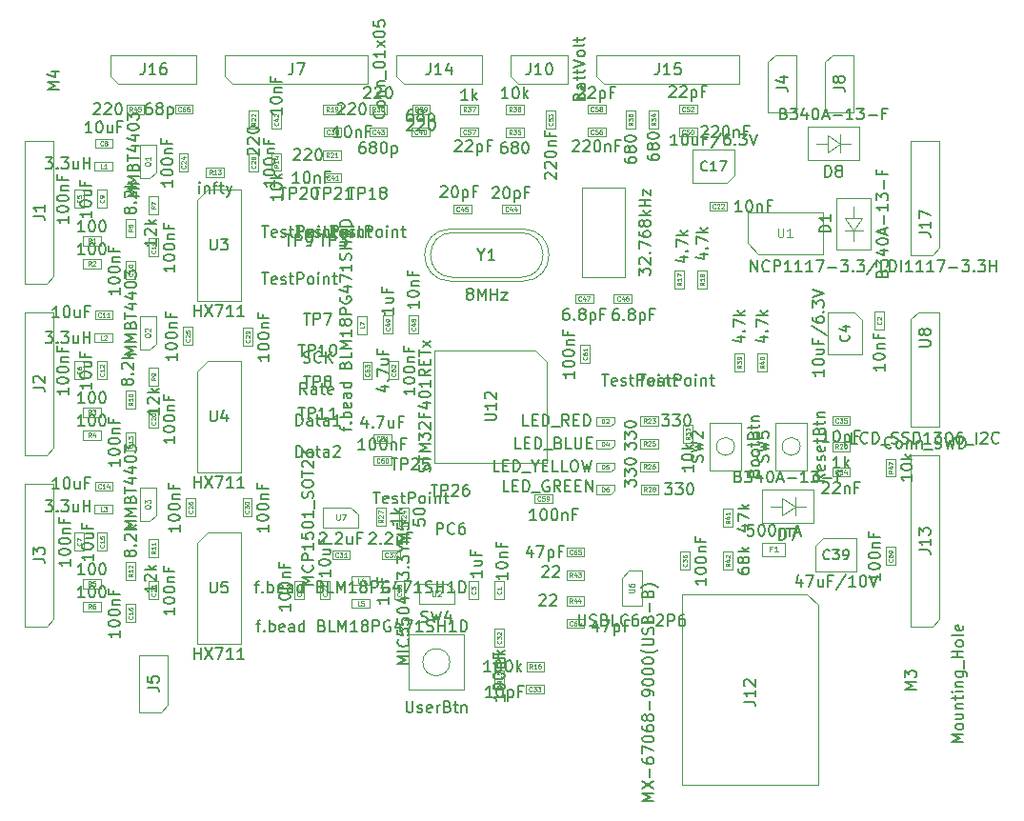
<source format=gbr>
G04 #@! TF.GenerationSoftware,KiCad,Pcbnew,(5.1.9)-1*
G04 #@! TF.CreationDate,2021-05-26T18:29:59+02:00*
G04 #@! TF.ProjectId,thrust_v2,74687275-7374-45f7-9632-2e6b69636164,2.0.3*
G04 #@! TF.SameCoordinates,Original*
G04 #@! TF.FileFunction,Other,Fab,Top*
%FSLAX46Y46*%
G04 Gerber Fmt 4.6, Leading zero omitted, Abs format (unit mm)*
G04 Created by KiCad (PCBNEW (5.1.9)-1) date 2021-05-26 18:29:59*
%MOMM*%
%LPD*%
G01*
G04 APERTURE LIST*
%ADD10C,0.100000*%
%ADD11C,0.120000*%
%ADD12C,0.150000*%
%ADD13C,0.075000*%
%ADD14C,0.130000*%
%ADD15C,0.060000*%
%ADD16C,0.080000*%
G04 APERTURE END LIST*
D10*
X140996000Y-116096000D02*
X137896000Y-116096000D01*
X137896000Y-116096000D02*
X137896000Y-114296000D01*
X140346000Y-114296000D02*
X137896000Y-114296000D01*
X140996000Y-116096000D02*
X140996000Y-114946000D01*
X140346000Y-114296000D02*
X140996000Y-114946000D01*
X131837000Y-107515000D02*
X132487000Y-108165000D01*
X132487000Y-109315000D02*
X132487000Y-108165000D01*
X131837000Y-107515000D02*
X129387000Y-107515000D01*
X129387000Y-109315000D02*
X129387000Y-107515000D01*
X132487000Y-109315000D02*
X129387000Y-109315000D01*
X155902000Y-113806400D02*
X156552000Y-113156400D01*
X157702000Y-113156400D02*
X156552000Y-113156400D01*
X155902000Y-113806400D02*
X155902000Y-116256400D01*
X157702000Y-116256400D02*
X155902000Y-116256400D01*
X157702000Y-113156400D02*
X157702000Y-116256400D01*
X176803000Y-113260000D02*
X176803000Y-110260000D01*
X173103000Y-113260000D02*
X176803000Y-113260000D01*
X173103000Y-110960000D02*
X173103000Y-113260000D01*
X173803000Y-110260000D02*
X173103000Y-110960000D01*
X176803000Y-110260000D02*
X173803000Y-110260000D01*
X162220500Y-75716000D02*
X162220500Y-78716000D01*
X165920500Y-75716000D02*
X162220500Y-75716000D01*
X165920500Y-78016000D02*
X165920500Y-75716000D01*
X165220500Y-78716000D02*
X165920500Y-78016000D01*
X162220500Y-78716000D02*
X165220500Y-78716000D01*
X174268000Y-93899000D02*
X177268000Y-93899000D01*
X174268000Y-90199000D02*
X174268000Y-93899000D01*
X176568000Y-90199000D02*
X174268000Y-90199000D01*
X177268000Y-90899000D02*
X176568000Y-90199000D01*
X177268000Y-93899000D02*
X177268000Y-90899000D01*
X175369440Y-75182980D02*
X174218820Y-75983080D01*
X175369440Y-75182980D02*
X174218820Y-74433680D01*
X174218820Y-74433680D02*
X174218820Y-75983080D01*
X175369440Y-75983080D02*
X175369440Y-74382880D01*
X174218820Y-75182980D02*
X173220600Y-75182980D01*
X175369440Y-75182980D02*
X176271140Y-75182980D01*
X172420000Y-76684000D02*
X177020000Y-76684000D01*
X172420000Y-76684000D02*
X172420000Y-73684000D01*
X177020000Y-73684000D02*
X177020000Y-76684000D01*
X172420000Y-73684000D02*
X177020000Y-73684000D01*
X171337440Y-107440980D02*
X170186820Y-108241080D01*
X171337440Y-107440980D02*
X170186820Y-106691680D01*
X170186820Y-106691680D02*
X170186820Y-108241080D01*
X171337440Y-108241080D02*
X171337440Y-106640880D01*
X170186820Y-107440980D02*
X169188600Y-107440980D01*
X171337440Y-107440980D02*
X172239140Y-107440980D01*
X168388000Y-108942000D02*
X172988000Y-108942000D01*
X168388000Y-108942000D02*
X168388000Y-105942000D01*
X172988000Y-105942000D02*
X172988000Y-108942000D01*
X168388000Y-105942000D02*
X172988000Y-105942000D01*
X176531020Y-82945440D02*
X175730920Y-81794820D01*
X176531020Y-82945440D02*
X177280320Y-81794820D01*
X177280320Y-81794820D02*
X175730920Y-81794820D01*
X175730920Y-82945440D02*
X177331120Y-82945440D01*
X176531020Y-81794820D02*
X176531020Y-80796600D01*
X176531020Y-82945440D02*
X176531020Y-83847140D01*
X175030000Y-79996000D02*
X175030000Y-84596000D01*
X175030000Y-79996000D02*
X178030000Y-79996000D01*
X178030000Y-84596000D02*
X175030000Y-84596000D01*
X178030000Y-79996000D02*
X178030000Y-84596000D01*
X133462500Y-71723500D02*
X135062500Y-71723500D01*
X133462500Y-72548500D02*
X133462500Y-71723500D01*
X135062500Y-72548500D02*
X133462500Y-72548500D01*
X135062500Y-71723500D02*
X135062500Y-72548500D01*
X138872500Y-72548500D02*
X137272500Y-72548500D01*
X138872500Y-71723500D02*
X138872500Y-72548500D01*
X137272500Y-71723500D02*
X138872500Y-71723500D01*
X137272500Y-72548500D02*
X137272500Y-71723500D01*
X135065500Y-74568000D02*
X133465500Y-74568000D01*
X135065500Y-73768000D02*
X135065500Y-74568000D01*
X133465500Y-73768000D02*
X135065500Y-73768000D01*
X133465500Y-74568000D02*
X133465500Y-73768000D01*
X137222500Y-73768000D02*
X138822500Y-73768000D01*
X137222500Y-74568000D02*
X137222500Y-73768000D01*
X138822500Y-74568000D02*
X137222500Y-74568000D01*
X138822500Y-73768000D02*
X138822500Y-74568000D01*
X134905500Y-109154500D02*
X134080500Y-109154500D01*
X134080500Y-109154500D02*
X134080500Y-107554500D01*
X134080500Y-107554500D02*
X134905500Y-107554500D01*
X134905500Y-107554500D02*
X134905500Y-109154500D01*
X136937500Y-109154500D02*
X136112500Y-109154500D01*
X136112500Y-109154500D02*
X136112500Y-107554500D01*
X136112500Y-107554500D02*
X136937500Y-107554500D01*
X136937500Y-107554500D02*
X136937500Y-109154500D01*
X136182000Y-111360000D02*
X136182000Y-112160000D01*
X136182000Y-112160000D02*
X134582000Y-112160000D01*
X134582000Y-112160000D02*
X134582000Y-111360000D01*
X134582000Y-111360000D02*
X136182000Y-111360000D01*
X173360000Y-116210000D02*
X173360000Y-132220000D01*
X173360000Y-132220000D02*
X161260000Y-132220000D01*
X161260000Y-132220000D02*
X161260000Y-115210000D01*
X161260000Y-115210000D02*
X172360000Y-115210000D01*
X172360000Y-115210000D02*
X173360000Y-116210000D01*
D11*
X152404800Y-79078200D02*
X156204800Y-79078200D01*
X152404800Y-87078200D02*
X152404800Y-79078200D01*
X152404800Y-87078200D02*
X156204800Y-87078200D01*
X156204800Y-87078200D02*
X156204800Y-79078200D01*
D10*
X171780000Y-102108000D02*
G75*
G03*
X171780000Y-102108000I-800000J0D01*
G01*
X172380000Y-104208000D02*
X169580000Y-104208000D01*
X172380000Y-100008000D02*
X172380000Y-104208000D01*
X169580000Y-100008000D02*
X172380000Y-100008000D01*
X169580000Y-104208000D02*
X169580000Y-100008000D01*
X165938000Y-102108000D02*
G75*
G03*
X165938000Y-102108000I-800000J0D01*
G01*
X166538000Y-104208000D02*
X163738000Y-104208000D01*
X166538000Y-100008000D02*
X166538000Y-104208000D01*
X163738000Y-100008000D02*
X166538000Y-100008000D01*
X163738000Y-104208000D02*
X163738000Y-100008000D01*
X140631000Y-121285000D02*
G75*
G03*
X140631000Y-121285000I-1200000J0D01*
G01*
X141881000Y-123735000D02*
X136981000Y-123735000D01*
X141881000Y-118835000D02*
X141881000Y-123735000D01*
X136981000Y-118835000D02*
X141881000Y-118835000D01*
X136981000Y-118835000D02*
X136981000Y-123735000D01*
X118152000Y-110706000D02*
X119127000Y-109731000D01*
X118152000Y-119631000D02*
X118152000Y-110706000D01*
X122052000Y-119631000D02*
X118152000Y-119631000D01*
X122052000Y-109731000D02*
X122052000Y-119631000D01*
X119127000Y-109731000D02*
X122052000Y-109731000D01*
X118152000Y-80226000D02*
X119127000Y-79251000D01*
X118152000Y-89151000D02*
X118152000Y-80226000D01*
X122052000Y-89151000D02*
X118152000Y-89151000D01*
X122052000Y-79251000D02*
X122052000Y-89151000D01*
X119127000Y-79251000D02*
X122052000Y-79251000D01*
X118152000Y-95466000D02*
X119127000Y-94491000D01*
X118152000Y-104391000D02*
X118152000Y-95466000D01*
X122052000Y-104391000D02*
X118152000Y-104391000D01*
X122052000Y-94491000D02*
X122052000Y-104391000D01*
X119127000Y-94491000D02*
X122052000Y-94491000D01*
X118961000Y-78136500D02*
X118961000Y-77311500D01*
X118961000Y-77311500D02*
X120561000Y-77311500D01*
X120561000Y-77311500D02*
X120561000Y-78136500D01*
X120561000Y-78136500D02*
X118961000Y-78136500D01*
X133515000Y-115678000D02*
X133515000Y-116478000D01*
X133515000Y-116478000D02*
X131915000Y-116478000D01*
X131915000Y-116478000D02*
X131915000Y-115678000D01*
X131915000Y-115678000D02*
X133515000Y-115678000D01*
X152870000Y-71736000D02*
X154470000Y-71736000D01*
X152870000Y-72536000D02*
X152870000Y-71736000D01*
X154470000Y-72536000D02*
X152870000Y-72536000D01*
X154470000Y-71736000D02*
X154470000Y-72536000D01*
X162598000Y-72536000D02*
X160998000Y-72536000D01*
X162598000Y-71736000D02*
X162598000Y-72536000D01*
X160998000Y-71736000D02*
X162598000Y-71736000D01*
X160998000Y-72536000D02*
X160998000Y-71736000D01*
X122777500Y-72248500D02*
X123602500Y-72248500D01*
X123602500Y-72248500D02*
X123602500Y-73848500D01*
X123602500Y-73848500D02*
X122777500Y-73848500D01*
X122777500Y-73848500D02*
X122777500Y-72248500D01*
X129351500Y-76612500D02*
X129351500Y-75787500D01*
X129351500Y-75787500D02*
X130951500Y-75787500D01*
X130951500Y-75787500D02*
X130951500Y-76612500D01*
X130951500Y-76612500D02*
X129351500Y-76612500D01*
X129351500Y-72548500D02*
X129351500Y-71723500D01*
X129351500Y-71723500D02*
X130951500Y-71723500D01*
X130951500Y-71723500D02*
X130951500Y-72548500D01*
X130951500Y-72548500D02*
X129351500Y-72548500D01*
X124822000Y-72251500D02*
X125622000Y-72251500D01*
X125622000Y-72251500D02*
X125622000Y-73851500D01*
X125622000Y-73851500D02*
X124822000Y-73851500D01*
X124822000Y-73851500D02*
X124822000Y-72251500D01*
X131001500Y-77832000D02*
X131001500Y-78632000D01*
X131001500Y-78632000D02*
X129401500Y-78632000D01*
X129401500Y-78632000D02*
X129401500Y-77832000D01*
X129401500Y-77832000D02*
X131001500Y-77832000D01*
X131001500Y-73768000D02*
X131001500Y-74568000D01*
X131001500Y-74568000D02*
X129401500Y-74568000D01*
X129401500Y-74568000D02*
X129401500Y-73768000D01*
X129401500Y-73768000D02*
X131001500Y-73768000D01*
X153670000Y-69215000D02*
X153670000Y-67310000D01*
X153670000Y-67310000D02*
X166370000Y-67310000D01*
X166370000Y-67310000D02*
X166370000Y-69850000D01*
X166370000Y-69850000D02*
X154305000Y-69850000D01*
X154305000Y-69850000D02*
X153670000Y-69215000D01*
X120650000Y-69215000D02*
X120650000Y-67310000D01*
X120650000Y-67310000D02*
X133350000Y-67310000D01*
X133350000Y-67310000D02*
X133350000Y-69850000D01*
X133350000Y-69850000D02*
X121285000Y-69850000D01*
X121285000Y-69850000D02*
X120650000Y-69215000D01*
X140918000Y-87090000D02*
X146918000Y-87090000D01*
X140918000Y-83090000D02*
X146918000Y-83090000D01*
X140718000Y-87415000D02*
X147118000Y-87415000D01*
X140718000Y-82765000D02*
X147118000Y-82765000D01*
X146918000Y-87090000D02*
G75*
G03*
X146918000Y-83090000I0J2000000D01*
G01*
X140918000Y-87090000D02*
G75*
G02*
X140918000Y-83090000I0J2000000D01*
G01*
X147118000Y-87415000D02*
G75*
G03*
X147118000Y-82765000I0J2325000D01*
G01*
X140718000Y-87415000D02*
G75*
G02*
X140718000Y-82765000I0J2325000D01*
G01*
X145276500Y-80626000D02*
X146876500Y-80626000D01*
X145276500Y-81426000D02*
X145276500Y-80626000D01*
X146876500Y-81426000D02*
X145276500Y-81426000D01*
X146876500Y-80626000D02*
X146876500Y-81426000D01*
X137814000Y-90486500D02*
X137814000Y-92086500D01*
X137014000Y-90486500D02*
X137814000Y-90486500D01*
X137014000Y-92086500D02*
X137014000Y-90486500D01*
X137814000Y-92086500D02*
X137014000Y-92086500D01*
X168814500Y-93838500D02*
X168814500Y-95438500D01*
X167989500Y-93838500D02*
X168814500Y-93838500D01*
X167989500Y-95438500D02*
X167989500Y-93838500D01*
X168814500Y-95438500D02*
X167989500Y-95438500D01*
X163480500Y-86472500D02*
X163480500Y-88072500D01*
X162655500Y-86472500D02*
X163480500Y-86472500D01*
X162655500Y-88072500D02*
X162655500Y-86472500D01*
X163480500Y-88072500D02*
X162655500Y-88072500D01*
X161448500Y-86472500D02*
X161448500Y-88072500D01*
X160623500Y-86472500D02*
X161448500Y-86472500D01*
X160623500Y-88072500D02*
X160623500Y-86472500D01*
X161448500Y-88072500D02*
X160623500Y-88072500D01*
X145434000Y-119926000D02*
X144634000Y-119926000D01*
X144634000Y-119926000D02*
X144634000Y-118326000D01*
X144634000Y-118326000D02*
X145434000Y-118326000D01*
X145434000Y-118326000D02*
X145434000Y-119926000D01*
X180244500Y-103189500D02*
X180244500Y-104789500D01*
X179419500Y-103189500D02*
X180244500Y-103189500D01*
X179419500Y-104789500D02*
X179419500Y-103189500D01*
X180244500Y-104789500D02*
X179419500Y-104789500D01*
X179432000Y-112660500D02*
X179432000Y-111060500D01*
X180232000Y-112660500D02*
X179432000Y-112660500D01*
X180232000Y-111060500D02*
X180232000Y-112660500D01*
X179432000Y-111060500D02*
X180232000Y-111060500D01*
X161944000Y-111468000D02*
X161944000Y-113068000D01*
X161144000Y-111468000D02*
X161944000Y-111468000D01*
X161144000Y-113068000D02*
X161144000Y-111468000D01*
X161944000Y-113068000D02*
X161144000Y-113068000D01*
X174610500Y-102520500D02*
X174610500Y-101695500D01*
X174610500Y-101695500D02*
X176210500Y-101695500D01*
X176210500Y-101695500D02*
X176210500Y-102520500D01*
X176210500Y-102520500D02*
X174610500Y-102520500D01*
X149032500Y-121253500D02*
X149032500Y-122078500D01*
X149032500Y-122078500D02*
X147432500Y-122078500D01*
X147432500Y-122078500D02*
X147432500Y-121253500D01*
X147432500Y-121253500D02*
X149032500Y-121253500D01*
X144621500Y-121985500D02*
X145446500Y-121985500D01*
X145446500Y-121985500D02*
X145446500Y-123585500D01*
X145446500Y-123585500D02*
X144621500Y-123585500D01*
X144621500Y-123585500D02*
X144621500Y-121985500D01*
X174613500Y-100222000D02*
X174613500Y-99422000D01*
X174613500Y-99422000D02*
X176213500Y-99422000D01*
X176213500Y-99422000D02*
X176213500Y-100222000D01*
X176213500Y-100222000D02*
X174613500Y-100222000D01*
X174613500Y-104794000D02*
X174613500Y-103994000D01*
X174613500Y-103994000D02*
X176213500Y-103994000D01*
X176213500Y-103994000D02*
X176213500Y-104794000D01*
X176213500Y-104794000D02*
X174613500Y-104794000D01*
X147382500Y-124098000D02*
X147382500Y-123298000D01*
X147382500Y-123298000D02*
X148982500Y-123298000D01*
X148982500Y-123298000D02*
X148982500Y-124098000D01*
X148982500Y-124098000D02*
X147382500Y-124098000D01*
X178416000Y-91732000D02*
X178416000Y-90132000D01*
X179216000Y-91732000D02*
X178416000Y-91732000D01*
X179216000Y-90132000D02*
X179216000Y-91732000D01*
X178416000Y-90132000D02*
X179216000Y-90132000D01*
X166782500Y-93838500D02*
X166782500Y-95438500D01*
X165957500Y-93838500D02*
X166782500Y-93838500D01*
X165957500Y-95438500D02*
X165957500Y-93838500D01*
X166782500Y-95438500D02*
X165957500Y-95438500D01*
X116567000Y-77661500D02*
X116567000Y-76061500D01*
X117367000Y-77661500D02*
X116567000Y-77661500D01*
X117367000Y-76061500D02*
X117367000Y-77661500D01*
X116567000Y-76061500D02*
X117367000Y-76061500D01*
X161385500Y-100188500D02*
X162210500Y-100188500D01*
X162210500Y-100188500D02*
X162210500Y-101788500D01*
X162210500Y-101788500D02*
X161385500Y-101788500D01*
X161385500Y-101788500D02*
X161385500Y-100188500D01*
X184150000Y-117475000D02*
X183515000Y-118110000D01*
X184150000Y-102870000D02*
X184150000Y-117475000D01*
X181610000Y-102870000D02*
X184150000Y-102870000D01*
X181610000Y-118110000D02*
X181610000Y-102870000D01*
X183515000Y-118110000D02*
X181610000Y-118110000D01*
X135744000Y-115708500D02*
X135744000Y-114108500D01*
X136544000Y-115708500D02*
X135744000Y-115708500D01*
X136544000Y-114108500D02*
X136544000Y-115708500D01*
X135744000Y-114108500D02*
X136544000Y-114108500D01*
X113472500Y-72548500D02*
X111872500Y-72548500D01*
X113472500Y-71723500D02*
X113472500Y-72548500D01*
X111872500Y-71723500D02*
X113472500Y-71723500D01*
X111872500Y-72548500D02*
X111872500Y-71723500D01*
X150988500Y-115411500D02*
X152588500Y-115411500D01*
X150988500Y-116236500D02*
X150988500Y-115411500D01*
X152588500Y-116236500D02*
X150988500Y-116236500D01*
X152588500Y-115411500D02*
X152588500Y-116236500D01*
X150988500Y-113125500D02*
X152588500Y-113125500D01*
X150988500Y-113950500D02*
X150988500Y-113125500D01*
X152588500Y-113950500D02*
X150988500Y-113950500D01*
X152588500Y-113125500D02*
X152588500Y-113950500D01*
X165766500Y-111468000D02*
X165766500Y-113068000D01*
X164941500Y-111468000D02*
X165766500Y-111468000D01*
X164941500Y-113068000D02*
X164941500Y-111468000D01*
X165766500Y-113068000D02*
X164941500Y-113068000D01*
X165766500Y-107658000D02*
X165766500Y-109258000D01*
X164941500Y-107658000D02*
X165766500Y-107658000D01*
X164941500Y-109258000D02*
X164941500Y-107658000D01*
X165766500Y-109258000D02*
X164941500Y-109258000D01*
X145607500Y-71723500D02*
X147207500Y-71723500D01*
X145607500Y-72548500D02*
X145607500Y-71723500D01*
X147207500Y-72548500D02*
X145607500Y-72548500D01*
X147207500Y-71723500D02*
X147207500Y-72548500D01*
X143143500Y-72548500D02*
X141543500Y-72548500D01*
X143143500Y-71723500D02*
X143143500Y-72548500D01*
X141543500Y-71723500D02*
X143143500Y-71723500D01*
X141543500Y-72548500D02*
X141543500Y-71723500D01*
X156305500Y-73848500D02*
X156305500Y-72248500D01*
X157130500Y-73848500D02*
X156305500Y-73848500D01*
X157130500Y-72248500D02*
X157130500Y-73848500D01*
X156305500Y-72248500D02*
X157130500Y-72248500D01*
X147207500Y-74580500D02*
X145607500Y-74580500D01*
X147207500Y-73755500D02*
X147207500Y-74580500D01*
X145607500Y-73755500D02*
X147207500Y-73755500D01*
X145607500Y-74580500D02*
X145607500Y-73755500D01*
X158337500Y-73848500D02*
X158337500Y-72248500D01*
X159162500Y-73848500D02*
X158337500Y-73848500D01*
X159162500Y-72248500D02*
X159162500Y-73848500D01*
X158337500Y-72248500D02*
X159162500Y-72248500D01*
X157592500Y-105505500D02*
X159192500Y-105505500D01*
X157592500Y-106330500D02*
X157592500Y-105505500D01*
X159192500Y-106330500D02*
X157592500Y-106330500D01*
X159192500Y-105505500D02*
X159192500Y-106330500D01*
X157567100Y-103498900D02*
X159167100Y-103498900D01*
X157567100Y-104323900D02*
X157567100Y-103498900D01*
X159167100Y-104323900D02*
X157567100Y-104323900D01*
X159167100Y-103498900D02*
X159167100Y-104323900D01*
X157567100Y-101441500D02*
X159167100Y-101441500D01*
X157567100Y-102266500D02*
X157567100Y-101441500D01*
X159167100Y-102266500D02*
X157567100Y-102266500D01*
X159167100Y-101441500D02*
X159167100Y-102266500D01*
X157567100Y-99434900D02*
X159167100Y-99434900D01*
X157567100Y-100259900D02*
X157567100Y-99434900D01*
X159167100Y-100259900D02*
X157567100Y-100259900D01*
X159167100Y-99434900D02*
X159167100Y-100259900D01*
X124809500Y-77611500D02*
X124809500Y-76011500D01*
X125634500Y-77611500D02*
X124809500Y-77611500D01*
X125634500Y-76011500D02*
X125634500Y-77611500D01*
X124809500Y-76011500D02*
X125634500Y-76011500D01*
X112680500Y-112380500D02*
X112680500Y-113980500D01*
X111855500Y-112380500D02*
X112680500Y-112380500D01*
X111855500Y-113980500D02*
X111855500Y-112380500D01*
X112680500Y-113980500D02*
X111855500Y-113980500D01*
X114712500Y-110348500D02*
X114712500Y-111948500D01*
X113887500Y-110348500D02*
X114712500Y-110348500D01*
X113887500Y-111948500D02*
X113887500Y-110348500D01*
X114712500Y-111948500D02*
X113887500Y-111948500D01*
X112680500Y-97140500D02*
X112680500Y-98740500D01*
X111855500Y-97140500D02*
X112680500Y-97140500D01*
X111855500Y-98740500D02*
X111855500Y-97140500D01*
X112680500Y-98740500D02*
X111855500Y-98740500D01*
X114712500Y-95108500D02*
X114712500Y-96708500D01*
X113887500Y-95108500D02*
X114712500Y-95108500D01*
X113887500Y-96708500D02*
X113887500Y-95108500D01*
X114712500Y-96708500D02*
X113887500Y-96708500D01*
X112680500Y-81900500D02*
X112680500Y-83500500D01*
X111855500Y-81900500D02*
X112680500Y-81900500D01*
X111855500Y-83500500D02*
X111855500Y-81900500D01*
X112680500Y-83500500D02*
X111855500Y-83500500D01*
X114712500Y-79868500D02*
X114712500Y-81468500D01*
X113887500Y-79868500D02*
X114712500Y-79868500D01*
X113887500Y-81468500D02*
X113887500Y-79868500D01*
X114712500Y-81468500D02*
X113887500Y-81468500D01*
X108015500Y-115919500D02*
X109615500Y-115919500D01*
X108015500Y-116744500D02*
X108015500Y-115919500D01*
X109615500Y-116744500D02*
X108015500Y-116744500D01*
X109615500Y-115919500D02*
X109615500Y-116744500D01*
X108015500Y-113887500D02*
X109615500Y-113887500D01*
X108015500Y-114712500D02*
X108015500Y-113887500D01*
X109615500Y-114712500D02*
X108015500Y-114712500D01*
X109615500Y-113887500D02*
X109615500Y-114712500D01*
X108015500Y-100679500D02*
X109615500Y-100679500D01*
X108015500Y-101504500D02*
X108015500Y-100679500D01*
X109615500Y-101504500D02*
X108015500Y-101504500D01*
X109615500Y-100679500D02*
X109615500Y-101504500D01*
X108015500Y-98647500D02*
X109615500Y-98647500D01*
X108015500Y-99472500D02*
X108015500Y-98647500D01*
X109615500Y-99472500D02*
X108015500Y-99472500D01*
X109615500Y-98647500D02*
X109615500Y-99472500D01*
X108015500Y-85439500D02*
X109615500Y-85439500D01*
X108015500Y-86264500D02*
X108015500Y-85439500D01*
X109615500Y-86264500D02*
X108015500Y-86264500D01*
X109615500Y-85439500D02*
X109615500Y-86264500D01*
X108015500Y-83407500D02*
X109615500Y-83407500D01*
X108015500Y-84232500D02*
X108015500Y-83407500D01*
X109615500Y-84232500D02*
X108015500Y-84232500D01*
X109615500Y-83407500D02*
X109615500Y-84232500D01*
X168427000Y-110652000D02*
X170427000Y-110652000D01*
X168427000Y-111852000D02*
X168427000Y-110652000D01*
X170427000Y-111852000D02*
X168427000Y-111852000D01*
X170427000Y-110652000D02*
X170427000Y-111852000D01*
X117793500Y-72536000D02*
X116193500Y-72536000D01*
X117793500Y-71736000D02*
X117793500Y-72536000D01*
X116193500Y-71736000D02*
X117793500Y-71736000D01*
X116193500Y-72536000D02*
X116193500Y-71736000D01*
X152591500Y-111906000D02*
X150991500Y-111906000D01*
X152591500Y-111106000D02*
X152591500Y-111906000D01*
X150991500Y-111106000D02*
X152591500Y-111106000D01*
X150991500Y-111906000D02*
X150991500Y-111106000D01*
X152591500Y-118256000D02*
X150991500Y-118256000D01*
X152591500Y-117456000D02*
X152591500Y-118256000D01*
X150991500Y-117456000D02*
X152591500Y-117456000D01*
X150991500Y-118256000D02*
X150991500Y-117456000D01*
X133699200Y-94552700D02*
X133699200Y-96152700D01*
X132899200Y-94552700D02*
X133699200Y-94552700D01*
X132899200Y-96152700D02*
X132899200Y-94552700D01*
X133699200Y-96152700D02*
X132899200Y-96152700D01*
X136036000Y-94550500D02*
X136036000Y-96150500D01*
X135236000Y-94550500D02*
X136036000Y-94550500D01*
X135236000Y-96150500D02*
X135236000Y-94550500D01*
X136036000Y-96150500D02*
X135236000Y-96150500D01*
X152254000Y-94679500D02*
X152254000Y-93079500D01*
X153054000Y-94679500D02*
X152254000Y-94679500D01*
X153054000Y-93079500D02*
X153054000Y-94679500D01*
X152254000Y-93079500D02*
X153054000Y-93079500D01*
X133846500Y-102978000D02*
X135446500Y-102978000D01*
X133846500Y-103778000D02*
X133846500Y-102978000D01*
X135446500Y-103778000D02*
X133846500Y-103778000D01*
X135446500Y-102978000D02*
X135446500Y-103778000D01*
X148144500Y-106356200D02*
X149744500Y-106356200D01*
X148144500Y-107156200D02*
X148144500Y-106356200D01*
X149744500Y-107156200D02*
X148144500Y-107156200D01*
X149744500Y-106356200D02*
X149744500Y-107156200D01*
X141540500Y-73768000D02*
X143140500Y-73768000D01*
X141540500Y-74568000D02*
X141540500Y-73768000D01*
X143140500Y-74568000D02*
X141540500Y-74568000D01*
X143140500Y-73768000D02*
X143140500Y-74568000D01*
X152870000Y-73768000D02*
X154470000Y-73768000D01*
X152870000Y-74568000D02*
X152870000Y-73768000D01*
X154470000Y-74568000D02*
X152870000Y-74568000D01*
X154470000Y-73768000D02*
X154470000Y-74568000D01*
X150006000Y-72251500D02*
X150006000Y-73851500D01*
X149206000Y-72251500D02*
X150006000Y-72251500D01*
X149206000Y-73851500D02*
X149206000Y-72251500D01*
X150006000Y-73851500D02*
X149206000Y-73851500D01*
X133846500Y-101022200D02*
X135446500Y-101022200D01*
X133846500Y-101822200D02*
X133846500Y-101022200D01*
X135446500Y-101822200D02*
X133846500Y-101822200D01*
X135446500Y-101022200D02*
X135446500Y-101822200D01*
X162598000Y-74568000D02*
X160998000Y-74568000D01*
X162598000Y-73768000D02*
X162598000Y-74568000D01*
X160998000Y-73768000D02*
X162598000Y-73768000D01*
X160998000Y-74568000D02*
X160998000Y-73768000D01*
X135528000Y-90486500D02*
X135528000Y-92086500D01*
X134728000Y-90486500D02*
X135528000Y-90486500D01*
X134728000Y-92086500D02*
X134728000Y-90486500D01*
X135528000Y-92086500D02*
X134728000Y-92086500D01*
X153364800Y-89376200D02*
X151764800Y-89376200D01*
X153364800Y-88576200D02*
X153364800Y-89376200D01*
X151764800Y-88576200D02*
X153364800Y-88576200D01*
X151764800Y-89376200D02*
X151764800Y-88576200D01*
X155219800Y-88576200D02*
X156819800Y-88576200D01*
X155219800Y-89376200D02*
X155219800Y-88576200D01*
X156819800Y-89376200D02*
X155219800Y-89376200D01*
X156819800Y-88576200D02*
X156819800Y-89376200D01*
X142532000Y-81426000D02*
X140932000Y-81426000D01*
X142532000Y-80626000D02*
X142532000Y-81426000D01*
X140932000Y-80626000D02*
X142532000Y-80626000D01*
X140932000Y-81426000D02*
X140932000Y-80626000D01*
X130163500Y-111360000D02*
X131763500Y-111360000D01*
X130163500Y-112160000D02*
X130163500Y-111360000D01*
X131763500Y-112160000D02*
X130163500Y-112160000D01*
X131763500Y-111360000D02*
X131763500Y-112160000D01*
X123005800Y-106742500D02*
X123005800Y-108342500D01*
X122205800Y-106742500D02*
X123005800Y-106742500D01*
X122205800Y-108342500D02*
X122205800Y-106742500D01*
X123005800Y-108342500D02*
X122205800Y-108342500D01*
X123082000Y-91555500D02*
X123082000Y-93155500D01*
X122282000Y-91555500D02*
X123082000Y-91555500D01*
X122282000Y-93155500D02*
X122282000Y-91555500D01*
X123082000Y-93155500D02*
X122282000Y-93155500D01*
X123590000Y-76061500D02*
X123590000Y-77661500D01*
X122790000Y-76061500D02*
X123590000Y-76061500D01*
X122790000Y-77661500D02*
X122790000Y-76061500D01*
X123590000Y-77661500D02*
X122790000Y-77661500D01*
X129140000Y-115708500D02*
X129140000Y-114108500D01*
X129940000Y-115708500D02*
X129140000Y-115708500D01*
X129940000Y-114108500D02*
X129940000Y-115708500D01*
X129140000Y-114108500D02*
X129940000Y-114108500D01*
X117202000Y-108342500D02*
X117202000Y-106742500D01*
X118002000Y-108342500D02*
X117202000Y-108342500D01*
X118002000Y-106742500D02*
X118002000Y-108342500D01*
X117202000Y-106742500D02*
X118002000Y-106742500D01*
X116948000Y-93102500D02*
X116948000Y-91502500D01*
X117748000Y-93102500D02*
X116948000Y-93102500D01*
X117748000Y-91502500D02*
X117748000Y-93102500D01*
X116948000Y-91502500D02*
X117748000Y-91502500D01*
X126854000Y-115708500D02*
X126854000Y-114108500D01*
X127654000Y-115708500D02*
X126854000Y-115708500D01*
X127654000Y-114108500D02*
X127654000Y-115708500D01*
X126854000Y-114108500D02*
X127654000Y-114108500D01*
X163691500Y-80372000D02*
X165291500Y-80372000D01*
X163691500Y-81172000D02*
X163691500Y-80372000D01*
X165291500Y-81172000D02*
X163691500Y-81172000D01*
X165291500Y-80372000D02*
X165291500Y-81172000D01*
X114700000Y-114108500D02*
X114700000Y-115708500D01*
X113900000Y-114108500D02*
X114700000Y-114108500D01*
X113900000Y-115708500D02*
X113900000Y-114108500D01*
X114700000Y-115708500D02*
X113900000Y-115708500D01*
X114700000Y-98868500D02*
X114700000Y-100468500D01*
X113900000Y-98868500D02*
X114700000Y-98868500D01*
X113900000Y-100468500D02*
X113900000Y-98868500D01*
X114700000Y-100468500D02*
X113900000Y-100468500D01*
X114700000Y-83628500D02*
X114700000Y-85228500D01*
X113900000Y-83628500D02*
X114700000Y-83628500D01*
X113900000Y-85228500D02*
X113900000Y-83628500D01*
X114700000Y-85228500D02*
X113900000Y-85228500D01*
X111868000Y-117740500D02*
X111868000Y-116140500D01*
X112668000Y-117740500D02*
X111868000Y-117740500D01*
X112668000Y-116140500D02*
X112668000Y-117740500D01*
X111868000Y-116140500D02*
X112668000Y-116140500D01*
X109328000Y-111390500D02*
X109328000Y-109790500D01*
X110128000Y-111390500D02*
X109328000Y-111390500D01*
X110128000Y-109790500D02*
X110128000Y-111390500D01*
X109328000Y-109790500D02*
X110128000Y-109790500D01*
X109081500Y-105264000D02*
X110681500Y-105264000D01*
X109081500Y-106064000D02*
X109081500Y-105264000D01*
X110681500Y-106064000D02*
X109081500Y-106064000D01*
X110681500Y-105264000D02*
X110681500Y-106064000D01*
X111868000Y-102500500D02*
X111868000Y-100900500D01*
X112668000Y-102500500D02*
X111868000Y-102500500D01*
X112668000Y-100900500D02*
X112668000Y-102500500D01*
X111868000Y-100900500D02*
X112668000Y-100900500D01*
X109328000Y-96150500D02*
X109328000Y-94550500D01*
X110128000Y-96150500D02*
X109328000Y-96150500D01*
X110128000Y-94550500D02*
X110128000Y-96150500D01*
X109328000Y-94550500D02*
X110128000Y-94550500D01*
X109081500Y-90024000D02*
X110681500Y-90024000D01*
X109081500Y-90824000D02*
X109081500Y-90024000D01*
X110681500Y-90824000D02*
X109081500Y-90824000D01*
X110681500Y-90024000D02*
X110681500Y-90824000D01*
X111868000Y-87260500D02*
X111868000Y-85660500D01*
X112668000Y-87260500D02*
X111868000Y-87260500D01*
X112668000Y-85660500D02*
X112668000Y-87260500D01*
X111868000Y-85660500D02*
X112668000Y-85660500D01*
X109328000Y-80910500D02*
X109328000Y-79310500D01*
X110128000Y-80910500D02*
X109328000Y-80910500D01*
X110128000Y-79310500D02*
X110128000Y-80910500D01*
X109328000Y-79310500D02*
X110128000Y-79310500D01*
X109081500Y-74784000D02*
X110681500Y-74784000D01*
X109081500Y-75584000D02*
X109081500Y-74784000D01*
X110681500Y-75584000D02*
X109081500Y-75584000D01*
X110681500Y-74784000D02*
X110681500Y-75584000D01*
X107296000Y-111390500D02*
X107296000Y-109790500D01*
X108096000Y-111390500D02*
X107296000Y-111390500D01*
X108096000Y-109790500D02*
X108096000Y-111390500D01*
X107296000Y-109790500D02*
X108096000Y-109790500D01*
X107296000Y-96150500D02*
X107296000Y-94550500D01*
X108096000Y-96150500D02*
X107296000Y-96150500D01*
X108096000Y-94550500D02*
X108096000Y-96150500D01*
X107296000Y-94550500D02*
X108096000Y-94550500D01*
X107296000Y-80910500D02*
X107296000Y-79310500D01*
X108096000Y-80910500D02*
X107296000Y-80910500D01*
X108096000Y-79310500D02*
X108096000Y-80910500D01*
X107296000Y-79310500D02*
X108096000Y-79310500D01*
X142348000Y-115708500D02*
X142348000Y-114108500D01*
X143148000Y-115708500D02*
X142348000Y-115708500D01*
X143148000Y-114108500D02*
X143148000Y-115708500D01*
X142348000Y-114108500D02*
X143148000Y-114108500D01*
X144634000Y-115708500D02*
X144634000Y-114108500D01*
X145434000Y-115708500D02*
X144634000Y-115708500D01*
X145434000Y-114108500D02*
X145434000Y-115708500D01*
X144634000Y-114108500D02*
X145434000Y-114108500D01*
X115570000Y-125095000D02*
X114935000Y-125730000D01*
X115570000Y-120650000D02*
X115570000Y-125095000D01*
X113030000Y-120650000D02*
X115570000Y-120650000D01*
X113030000Y-125730000D02*
X113030000Y-120650000D01*
X114935000Y-125730000D02*
X113030000Y-125730000D01*
X168910000Y-67945000D02*
X169545000Y-67310000D01*
X168910000Y-72390000D02*
X168910000Y-67945000D01*
X171450000Y-72390000D02*
X168910000Y-72390000D01*
X171450000Y-67310000D02*
X171450000Y-72390000D01*
X169545000Y-67310000D02*
X171450000Y-67310000D01*
X181610000Y-90805000D02*
X182245000Y-90170000D01*
X181610000Y-100330000D02*
X181610000Y-90805000D01*
X184150000Y-100330000D02*
X181610000Y-100330000D01*
X184150000Y-90170000D02*
X184150000Y-100330000D01*
X182245000Y-90170000D02*
X184150000Y-90170000D01*
X114508000Y-105734000D02*
X113108000Y-105734000D01*
X113108000Y-108774000D02*
X113108000Y-105734000D01*
X114508000Y-108204000D02*
X113958000Y-108774000D01*
X113958000Y-108774000D02*
X113108000Y-108774000D01*
X114508000Y-108204000D02*
X114508000Y-105754000D01*
X114508000Y-90494000D02*
X113108000Y-90494000D01*
X113108000Y-93534000D02*
X113108000Y-90494000D01*
X114508000Y-92964000D02*
X113958000Y-93534000D01*
X113958000Y-93534000D02*
X113108000Y-93534000D01*
X114508000Y-92964000D02*
X114508000Y-90514000D01*
X114508000Y-75254000D02*
X113108000Y-75254000D01*
X113108000Y-78294000D02*
X113108000Y-75254000D01*
X114508000Y-77724000D02*
X113958000Y-78294000D01*
X113958000Y-78294000D02*
X113108000Y-78294000D01*
X114508000Y-77724000D02*
X114508000Y-75274000D01*
X132442000Y-92099000D02*
X132442000Y-90499000D01*
X133242000Y-92099000D02*
X132442000Y-92099000D01*
X133242000Y-90499000D02*
X133242000Y-92099000D01*
X132442000Y-90499000D02*
X133242000Y-90499000D01*
X131929000Y-113646000D02*
X133529000Y-113646000D01*
X131929000Y-114446000D02*
X131929000Y-113646000D01*
X133529000Y-114446000D02*
X131929000Y-114446000D01*
X133529000Y-113646000D02*
X133529000Y-114446000D01*
X110669000Y-108096000D02*
X109069000Y-108096000D01*
X110669000Y-107296000D02*
X110669000Y-108096000D01*
X109069000Y-107296000D02*
X110669000Y-107296000D01*
X109069000Y-108096000D02*
X109069000Y-107296000D01*
X110669000Y-92856000D02*
X109069000Y-92856000D01*
X110669000Y-92056000D02*
X110669000Y-92856000D01*
X109069000Y-92056000D02*
X110669000Y-92056000D01*
X109069000Y-92856000D02*
X109069000Y-92056000D01*
X110669000Y-77616000D02*
X109069000Y-77616000D01*
X110669000Y-76816000D02*
X110669000Y-77616000D01*
X109069000Y-76816000D02*
X110669000Y-76816000D01*
X109069000Y-77616000D02*
X109069000Y-76816000D01*
X184150000Y-84455000D02*
X183515000Y-85090000D01*
X184150000Y-74930000D02*
X184150000Y-84455000D01*
X181610000Y-74930000D02*
X184150000Y-74930000D01*
X181610000Y-85090000D02*
X181610000Y-74930000D01*
X183515000Y-85090000D02*
X181610000Y-85090000D01*
X111125000Y-69850000D02*
X110490000Y-69215000D01*
X118110000Y-69850000D02*
X111125000Y-69850000D01*
X118110000Y-67310000D02*
X118110000Y-69850000D01*
X110490000Y-67310000D02*
X118110000Y-67310000D01*
X110490000Y-69215000D02*
X110490000Y-67310000D01*
X136525000Y-69850000D02*
X135890000Y-69215000D01*
X143510000Y-69850000D02*
X136525000Y-69850000D01*
X143510000Y-67310000D02*
X143510000Y-69850000D01*
X135890000Y-67310000D02*
X143510000Y-67310000D01*
X135890000Y-69215000D02*
X135890000Y-67310000D01*
X146685000Y-69850000D02*
X146050000Y-69215000D01*
X151130000Y-69850000D02*
X146685000Y-69850000D01*
X151130000Y-67310000D02*
X151130000Y-69850000D01*
X146050000Y-67310000D02*
X151130000Y-67310000D01*
X146050000Y-69215000D02*
X146050000Y-67310000D01*
X173990000Y-67945000D02*
X174625000Y-67310000D01*
X173990000Y-72390000D02*
X173990000Y-67945000D01*
X176530000Y-72390000D02*
X173990000Y-72390000D01*
X176530000Y-67310000D02*
X176530000Y-72390000D01*
X174625000Y-67310000D02*
X176530000Y-67310000D01*
X105410000Y-117475000D02*
X104775000Y-118110000D01*
X105410000Y-105410000D02*
X105410000Y-117475000D01*
X102870000Y-105410000D02*
X105410000Y-105410000D01*
X102870000Y-118110000D02*
X102870000Y-105410000D01*
X104775000Y-118110000D02*
X102870000Y-118110000D01*
X105410000Y-102235000D02*
X104775000Y-102870000D01*
X105410000Y-90170000D02*
X105410000Y-102235000D01*
X102870000Y-90170000D02*
X105410000Y-90170000D01*
X102870000Y-102870000D02*
X102870000Y-90170000D01*
X104775000Y-102870000D02*
X102870000Y-102870000D01*
X105410000Y-86995000D02*
X104775000Y-87630000D01*
X105410000Y-74930000D02*
X105410000Y-86995000D01*
X102870000Y-74930000D02*
X105410000Y-74930000D01*
X102870000Y-87630000D02*
X102870000Y-74930000D01*
X104775000Y-87630000D02*
X102870000Y-87630000D01*
X153646000Y-105543400D02*
X153646000Y-106343400D01*
X155246000Y-105543400D02*
X153646000Y-105543400D01*
X155246000Y-106043400D02*
X155246000Y-105543400D01*
X154946000Y-106343400D02*
X155246000Y-106043400D01*
X153646000Y-106343400D02*
X154946000Y-106343400D01*
X153646000Y-103536800D02*
X153646000Y-104336800D01*
X155246000Y-103536800D02*
X153646000Y-103536800D01*
X155246000Y-104036800D02*
X155246000Y-103536800D01*
X154946000Y-104336800D02*
X155246000Y-104036800D01*
X153646000Y-104336800D02*
X154946000Y-104336800D01*
X153646000Y-101504800D02*
X153646000Y-102304800D01*
X155246000Y-101504800D02*
X153646000Y-101504800D01*
X155246000Y-102004800D02*
X155246000Y-101504800D01*
X154946000Y-102304800D02*
X155246000Y-102004800D01*
X153646000Y-102304800D02*
X154946000Y-102304800D01*
X153620600Y-99472800D02*
X153620600Y-100272800D01*
X155220600Y-99472800D02*
X153620600Y-99472800D01*
X155220600Y-99972800D02*
X155220600Y-99472800D01*
X154920600Y-100272800D02*
X155220600Y-99972800D01*
X153620600Y-100272800D02*
X154920600Y-100272800D01*
X168084000Y-85010000D02*
X167084000Y-84010000D01*
X168084000Y-85010000D02*
X173784000Y-85010000D01*
X167084000Y-84010000D02*
X167084000Y-81310000D01*
X173784000Y-85010000D02*
X173784000Y-81310000D01*
X167084000Y-81310000D02*
X173784000Y-81310000D01*
X149272000Y-94552000D02*
X149272000Y-103552000D01*
X149272000Y-103552000D02*
X139272000Y-103552000D01*
X139272000Y-103552000D02*
X139272000Y-93552000D01*
X139272000Y-93552000D02*
X148272000Y-93552000D01*
X148272000Y-93552000D02*
X149272000Y-94552000D01*
D12*
X139477904Y-109898380D02*
X139477904Y-108898380D01*
X139858857Y-108898380D01*
X139954095Y-108946000D01*
X140001714Y-108993619D01*
X140049333Y-109088857D01*
X140049333Y-109231714D01*
X140001714Y-109326952D01*
X139954095Y-109374571D01*
X139858857Y-109422190D01*
X139477904Y-109422190D01*
X141049333Y-109803142D02*
X141001714Y-109850761D01*
X140858857Y-109898380D01*
X140763619Y-109898380D01*
X140620761Y-109850761D01*
X140525523Y-109755523D01*
X140477904Y-109660285D01*
X140430285Y-109469809D01*
X140430285Y-109326952D01*
X140477904Y-109136476D01*
X140525523Y-109041238D01*
X140620761Y-108946000D01*
X140763619Y-108898380D01*
X140858857Y-108898380D01*
X141001714Y-108946000D01*
X141049333Y-108993619D01*
X141906476Y-108898380D02*
X141716000Y-108898380D01*
X141620761Y-108946000D01*
X141573142Y-108993619D01*
X141477904Y-109136476D01*
X141430285Y-109326952D01*
X141430285Y-109707904D01*
X141477904Y-109803142D01*
X141525523Y-109850761D01*
X141620761Y-109898380D01*
X141811238Y-109898380D01*
X141906476Y-109850761D01*
X141954095Y-109803142D01*
X142001714Y-109707904D01*
X142001714Y-109469809D01*
X141954095Y-109374571D01*
X141906476Y-109326952D01*
X141811238Y-109279333D01*
X141620761Y-109279333D01*
X141525523Y-109326952D01*
X141477904Y-109374571D01*
X141430285Y-109469809D01*
X138977904Y-105498380D02*
X139549333Y-105498380D01*
X139263619Y-106498380D02*
X139263619Y-105498380D01*
X139882666Y-106498380D02*
X139882666Y-105498380D01*
X140263619Y-105498380D01*
X140358857Y-105546000D01*
X140406476Y-105593619D01*
X140454095Y-105688857D01*
X140454095Y-105831714D01*
X140406476Y-105926952D01*
X140358857Y-105974571D01*
X140263619Y-106022190D01*
X139882666Y-106022190D01*
X140835047Y-105593619D02*
X140882666Y-105546000D01*
X140977904Y-105498380D01*
X141216000Y-105498380D01*
X141311238Y-105546000D01*
X141358857Y-105593619D01*
X141406476Y-105688857D01*
X141406476Y-105784095D01*
X141358857Y-105926952D01*
X140787428Y-106498380D01*
X141406476Y-106498380D01*
X142263619Y-105498380D02*
X142073142Y-105498380D01*
X141977904Y-105546000D01*
X141930285Y-105593619D01*
X141835047Y-105736476D01*
X141787428Y-105926952D01*
X141787428Y-106307904D01*
X141835047Y-106403142D01*
X141882666Y-106450761D01*
X141977904Y-106498380D01*
X142168380Y-106498380D01*
X142263619Y-106450761D01*
X142311238Y-106403142D01*
X142358857Y-106307904D01*
X142358857Y-106069809D01*
X142311238Y-105974571D01*
X142263619Y-105926952D01*
X142168380Y-105879333D01*
X141977904Y-105879333D01*
X141882666Y-105926952D01*
X141835047Y-105974571D01*
X141787428Y-106069809D01*
X133826666Y-106158380D02*
X134398095Y-106158380D01*
X134112380Y-107158380D02*
X134112380Y-106158380D01*
X135112380Y-107110761D02*
X135017142Y-107158380D01*
X134826666Y-107158380D01*
X134731428Y-107110761D01*
X134683809Y-107015523D01*
X134683809Y-106634571D01*
X134731428Y-106539333D01*
X134826666Y-106491714D01*
X135017142Y-106491714D01*
X135112380Y-106539333D01*
X135160000Y-106634571D01*
X135160000Y-106729809D01*
X134683809Y-106825047D01*
X135540952Y-107110761D02*
X135636190Y-107158380D01*
X135826666Y-107158380D01*
X135921904Y-107110761D01*
X135969523Y-107015523D01*
X135969523Y-106967904D01*
X135921904Y-106872666D01*
X135826666Y-106825047D01*
X135683809Y-106825047D01*
X135588571Y-106777428D01*
X135540952Y-106682190D01*
X135540952Y-106634571D01*
X135588571Y-106539333D01*
X135683809Y-106491714D01*
X135826666Y-106491714D01*
X135921904Y-106539333D01*
X136255238Y-106491714D02*
X136636190Y-106491714D01*
X136398095Y-106158380D02*
X136398095Y-107015523D01*
X136445714Y-107110761D01*
X136540952Y-107158380D01*
X136636190Y-107158380D01*
X136969523Y-107158380D02*
X136969523Y-106158380D01*
X137350476Y-106158380D01*
X137445714Y-106206000D01*
X137493333Y-106253619D01*
X137540952Y-106348857D01*
X137540952Y-106491714D01*
X137493333Y-106586952D01*
X137445714Y-106634571D01*
X137350476Y-106682190D01*
X136969523Y-106682190D01*
X138112380Y-107158380D02*
X138017142Y-107110761D01*
X137969523Y-107063142D01*
X137921904Y-106967904D01*
X137921904Y-106682190D01*
X137969523Y-106586952D01*
X138017142Y-106539333D01*
X138112380Y-106491714D01*
X138255238Y-106491714D01*
X138350476Y-106539333D01*
X138398095Y-106586952D01*
X138445714Y-106682190D01*
X138445714Y-106967904D01*
X138398095Y-107063142D01*
X138350476Y-107110761D01*
X138255238Y-107158380D01*
X138112380Y-107158380D01*
X138874285Y-107158380D02*
X138874285Y-106491714D01*
X138874285Y-106158380D02*
X138826666Y-106206000D01*
X138874285Y-106253619D01*
X138921904Y-106206000D01*
X138874285Y-106158380D01*
X138874285Y-106253619D01*
X139350476Y-106491714D02*
X139350476Y-107158380D01*
X139350476Y-106586952D02*
X139398095Y-106539333D01*
X139493333Y-106491714D01*
X139636190Y-106491714D01*
X139731428Y-106539333D01*
X139779047Y-106634571D01*
X139779047Y-107158380D01*
X140112380Y-106491714D02*
X140493333Y-106491714D01*
X140255238Y-106158380D02*
X140255238Y-107015523D01*
X140302857Y-107110761D01*
X140398095Y-107158380D01*
X140493333Y-107158380D01*
X135421904Y-103158380D02*
X135993333Y-103158380D01*
X135707619Y-104158380D02*
X135707619Y-103158380D01*
X136326666Y-104158380D02*
X136326666Y-103158380D01*
X136707619Y-103158380D01*
X136802857Y-103206000D01*
X136850476Y-103253619D01*
X136898095Y-103348857D01*
X136898095Y-103491714D01*
X136850476Y-103586952D01*
X136802857Y-103634571D01*
X136707619Y-103682190D01*
X136326666Y-103682190D01*
X137279047Y-103253619D02*
X137326666Y-103206000D01*
X137421904Y-103158380D01*
X137660000Y-103158380D01*
X137755238Y-103206000D01*
X137802857Y-103253619D01*
X137850476Y-103348857D01*
X137850476Y-103444095D01*
X137802857Y-103586952D01*
X137231428Y-104158380D01*
X137850476Y-104158380D01*
X138755238Y-103158380D02*
X138279047Y-103158380D01*
X138231428Y-103634571D01*
X138279047Y-103586952D01*
X138374285Y-103539333D01*
X138612380Y-103539333D01*
X138707619Y-103586952D01*
X138755238Y-103634571D01*
X138802857Y-103729809D01*
X138802857Y-103967904D01*
X138755238Y-104063142D01*
X138707619Y-104110761D01*
X138612380Y-104158380D01*
X138374285Y-104158380D01*
X138279047Y-104110761D01*
X138231428Y-104063142D01*
X136998380Y-121457904D02*
X135998380Y-121457904D01*
X136712666Y-121124571D01*
X135998380Y-120791238D01*
X136998380Y-120791238D01*
X136998380Y-120315047D02*
X135998380Y-120315047D01*
X136903142Y-119267428D02*
X136950761Y-119315047D01*
X136998380Y-119457904D01*
X136998380Y-119553142D01*
X136950761Y-119696000D01*
X136855523Y-119791238D01*
X136760285Y-119838857D01*
X136569809Y-119886476D01*
X136426952Y-119886476D01*
X136236476Y-119838857D01*
X136141238Y-119791238D01*
X136046000Y-119696000D01*
X135998380Y-119553142D01*
X135998380Y-119457904D01*
X136046000Y-119315047D01*
X136093619Y-119267428D01*
X135998380Y-118362666D02*
X135998380Y-118838857D01*
X136474571Y-118886476D01*
X136426952Y-118838857D01*
X136379333Y-118743619D01*
X136379333Y-118505523D01*
X136426952Y-118410285D01*
X136474571Y-118362666D01*
X136569809Y-118315047D01*
X136807904Y-118315047D01*
X136903142Y-118362666D01*
X136950761Y-118410285D01*
X136998380Y-118505523D01*
X136998380Y-118743619D01*
X136950761Y-118838857D01*
X136903142Y-118886476D01*
X135998380Y-117410285D02*
X135998380Y-117886476D01*
X136474571Y-117934095D01*
X136426952Y-117886476D01*
X136379333Y-117791238D01*
X136379333Y-117553142D01*
X136426952Y-117457904D01*
X136474571Y-117410285D01*
X136569809Y-117362666D01*
X136807904Y-117362666D01*
X136903142Y-117410285D01*
X136950761Y-117457904D01*
X136998380Y-117553142D01*
X136998380Y-117791238D01*
X136950761Y-117886476D01*
X136903142Y-117934095D01*
X135998380Y-116743619D02*
X135998380Y-116648380D01*
X136046000Y-116553142D01*
X136093619Y-116505523D01*
X136188857Y-116457904D01*
X136379333Y-116410285D01*
X136617428Y-116410285D01*
X136807904Y-116457904D01*
X136903142Y-116505523D01*
X136950761Y-116553142D01*
X136998380Y-116648380D01*
X136998380Y-116743619D01*
X136950761Y-116838857D01*
X136903142Y-116886476D01*
X136807904Y-116934095D01*
X136617428Y-116981714D01*
X136379333Y-116981714D01*
X136188857Y-116934095D01*
X136093619Y-116886476D01*
X136046000Y-116838857D01*
X135998380Y-116743619D01*
X136331714Y-115553142D02*
X136998380Y-115553142D01*
X135950761Y-115791238D02*
X136665047Y-116029333D01*
X136665047Y-115410285D01*
X136617428Y-115029333D02*
X136617428Y-114267428D01*
X135998380Y-113886476D02*
X135998380Y-113267428D01*
X136379333Y-113600761D01*
X136379333Y-113457904D01*
X136426952Y-113362666D01*
X136474571Y-113315047D01*
X136569809Y-113267428D01*
X136807904Y-113267428D01*
X136903142Y-113315047D01*
X136950761Y-113362666D01*
X136998380Y-113457904D01*
X136998380Y-113743619D01*
X136950761Y-113838857D01*
X136903142Y-113886476D01*
X136903142Y-112838857D02*
X136950761Y-112791238D01*
X136998380Y-112838857D01*
X136950761Y-112886476D01*
X136903142Y-112838857D01*
X136998380Y-112838857D01*
X135998380Y-112457904D02*
X135998380Y-111838857D01*
X136379333Y-112172190D01*
X136379333Y-112029333D01*
X136426952Y-111934095D01*
X136474571Y-111886476D01*
X136569809Y-111838857D01*
X136807904Y-111838857D01*
X136903142Y-111886476D01*
X136950761Y-111934095D01*
X136998380Y-112029333D01*
X136998380Y-112315047D01*
X136950761Y-112410285D01*
X136903142Y-112457904D01*
X136522190Y-111219809D02*
X136998380Y-111219809D01*
X135998380Y-111553142D02*
X136522190Y-111219809D01*
X135998380Y-110886476D01*
X136998380Y-110553142D02*
X135998380Y-110553142D01*
X136712666Y-110219809D01*
X135998380Y-109886476D01*
X136998380Y-109886476D01*
X135998380Y-108934095D02*
X135998380Y-109410285D01*
X136474571Y-109457904D01*
X136426952Y-109410285D01*
X136379333Y-109315047D01*
X136379333Y-109076952D01*
X136426952Y-108981714D01*
X136474571Y-108934095D01*
X136569809Y-108886476D01*
X136807904Y-108886476D01*
X136903142Y-108934095D01*
X136950761Y-108981714D01*
X136998380Y-109076952D01*
X136998380Y-109315047D01*
X136950761Y-109410285D01*
X136903142Y-109457904D01*
D13*
X139065047Y-114922190D02*
X139065047Y-115326952D01*
X139088857Y-115374571D01*
X139112666Y-115398380D01*
X139160285Y-115422190D01*
X139255523Y-115422190D01*
X139303142Y-115398380D01*
X139326952Y-115374571D01*
X139350761Y-115326952D01*
X139350761Y-114922190D01*
X139565047Y-114969809D02*
X139588857Y-114946000D01*
X139636476Y-114922190D01*
X139755523Y-114922190D01*
X139803142Y-114946000D01*
X139826952Y-114969809D01*
X139850761Y-115017428D01*
X139850761Y-115065047D01*
X139826952Y-115136476D01*
X139541238Y-115422190D01*
X139850761Y-115422190D01*
D12*
X128489380Y-114367380D02*
X127489380Y-114367380D01*
X128203666Y-114034047D01*
X127489380Y-113700714D01*
X128489380Y-113700714D01*
X128394142Y-112653095D02*
X128441761Y-112700714D01*
X128489380Y-112843571D01*
X128489380Y-112938809D01*
X128441761Y-113081666D01*
X128346523Y-113176904D01*
X128251285Y-113224523D01*
X128060809Y-113272142D01*
X127917952Y-113272142D01*
X127727476Y-113224523D01*
X127632238Y-113176904D01*
X127537000Y-113081666D01*
X127489380Y-112938809D01*
X127489380Y-112843571D01*
X127537000Y-112700714D01*
X127584619Y-112653095D01*
X128489380Y-112224523D02*
X127489380Y-112224523D01*
X127489380Y-111843571D01*
X127537000Y-111748333D01*
X127584619Y-111700714D01*
X127679857Y-111653095D01*
X127822714Y-111653095D01*
X127917952Y-111700714D01*
X127965571Y-111748333D01*
X128013190Y-111843571D01*
X128013190Y-112224523D01*
X128489380Y-110700714D02*
X128489380Y-111272142D01*
X128489380Y-110986428D02*
X127489380Y-110986428D01*
X127632238Y-111081666D01*
X127727476Y-111176904D01*
X127775095Y-111272142D01*
X127489380Y-109795952D02*
X127489380Y-110272142D01*
X127965571Y-110319761D01*
X127917952Y-110272142D01*
X127870333Y-110176904D01*
X127870333Y-109938809D01*
X127917952Y-109843571D01*
X127965571Y-109795952D01*
X128060809Y-109748333D01*
X128298904Y-109748333D01*
X128394142Y-109795952D01*
X128441761Y-109843571D01*
X128489380Y-109938809D01*
X128489380Y-110176904D01*
X128441761Y-110272142D01*
X128394142Y-110319761D01*
X127489380Y-109129285D02*
X127489380Y-109034047D01*
X127537000Y-108938809D01*
X127584619Y-108891190D01*
X127679857Y-108843571D01*
X127870333Y-108795952D01*
X128108428Y-108795952D01*
X128298904Y-108843571D01*
X128394142Y-108891190D01*
X128441761Y-108938809D01*
X128489380Y-109034047D01*
X128489380Y-109129285D01*
X128441761Y-109224523D01*
X128394142Y-109272142D01*
X128298904Y-109319761D01*
X128108428Y-109367380D01*
X127870333Y-109367380D01*
X127679857Y-109319761D01*
X127584619Y-109272142D01*
X127537000Y-109224523D01*
X127489380Y-109129285D01*
X128489380Y-107843571D02*
X128489380Y-108415000D01*
X128489380Y-108129285D02*
X127489380Y-108129285D01*
X127632238Y-108224523D01*
X127727476Y-108319761D01*
X127775095Y-108415000D01*
X128584619Y-107653095D02*
X128584619Y-106891190D01*
X128441761Y-106700714D02*
X128489380Y-106557857D01*
X128489380Y-106319761D01*
X128441761Y-106224523D01*
X128394142Y-106176904D01*
X128298904Y-106129285D01*
X128203666Y-106129285D01*
X128108428Y-106176904D01*
X128060809Y-106224523D01*
X128013190Y-106319761D01*
X127965571Y-106510238D01*
X127917952Y-106605476D01*
X127870333Y-106653095D01*
X127775095Y-106700714D01*
X127679857Y-106700714D01*
X127584619Y-106653095D01*
X127537000Y-106605476D01*
X127489380Y-106510238D01*
X127489380Y-106272142D01*
X127537000Y-106129285D01*
X127489380Y-105510238D02*
X127489380Y-105319761D01*
X127537000Y-105224523D01*
X127632238Y-105129285D01*
X127822714Y-105081666D01*
X128156047Y-105081666D01*
X128346523Y-105129285D01*
X128441761Y-105224523D01*
X128489380Y-105319761D01*
X128489380Y-105510238D01*
X128441761Y-105605476D01*
X128346523Y-105700714D01*
X128156047Y-105748333D01*
X127822714Y-105748333D01*
X127632238Y-105700714D01*
X127537000Y-105605476D01*
X127489380Y-105510238D01*
X127489380Y-104795952D02*
X127489380Y-104224523D01*
X128489380Y-104510238D02*
X127489380Y-104510238D01*
X127584619Y-103938809D02*
X127537000Y-103891190D01*
X127489380Y-103795952D01*
X127489380Y-103557857D01*
X127537000Y-103462619D01*
X127584619Y-103415000D01*
X127679857Y-103367380D01*
X127775095Y-103367380D01*
X127917952Y-103415000D01*
X128489380Y-103986428D01*
X128489380Y-103367380D01*
X127489380Y-103034047D02*
X127489380Y-102415000D01*
X127870333Y-102748333D01*
X127870333Y-102605476D01*
X127917952Y-102510238D01*
X127965571Y-102462619D01*
X128060809Y-102415000D01*
X128298904Y-102415000D01*
X128394142Y-102462619D01*
X128441761Y-102510238D01*
X128489380Y-102605476D01*
X128489380Y-102891190D01*
X128441761Y-102986428D01*
X128394142Y-103034047D01*
D13*
X130556047Y-108141190D02*
X130556047Y-108545952D01*
X130579857Y-108593571D01*
X130603666Y-108617380D01*
X130651285Y-108641190D01*
X130746523Y-108641190D01*
X130794142Y-108617380D01*
X130817952Y-108593571D01*
X130841761Y-108545952D01*
X130841761Y-108141190D01*
X131032238Y-108141190D02*
X131365571Y-108141190D01*
X131151285Y-108641190D01*
D12*
X152087714Y-117058780D02*
X152087714Y-117868304D01*
X152135333Y-117963542D01*
X152182952Y-118011161D01*
X152278190Y-118058780D01*
X152468666Y-118058780D01*
X152563904Y-118011161D01*
X152611523Y-117963542D01*
X152659142Y-117868304D01*
X152659142Y-117058780D01*
X153087714Y-118011161D02*
X153230571Y-118058780D01*
X153468666Y-118058780D01*
X153563904Y-118011161D01*
X153611523Y-117963542D01*
X153659142Y-117868304D01*
X153659142Y-117773066D01*
X153611523Y-117677828D01*
X153563904Y-117630209D01*
X153468666Y-117582590D01*
X153278190Y-117534971D01*
X153182952Y-117487352D01*
X153135333Y-117439733D01*
X153087714Y-117344495D01*
X153087714Y-117249257D01*
X153135333Y-117154019D01*
X153182952Y-117106400D01*
X153278190Y-117058780D01*
X153516285Y-117058780D01*
X153659142Y-117106400D01*
X154421047Y-117534971D02*
X154563904Y-117582590D01*
X154611523Y-117630209D01*
X154659142Y-117725447D01*
X154659142Y-117868304D01*
X154611523Y-117963542D01*
X154563904Y-118011161D01*
X154468666Y-118058780D01*
X154087714Y-118058780D01*
X154087714Y-117058780D01*
X154421047Y-117058780D01*
X154516285Y-117106400D01*
X154563904Y-117154019D01*
X154611523Y-117249257D01*
X154611523Y-117344495D01*
X154563904Y-117439733D01*
X154516285Y-117487352D01*
X154421047Y-117534971D01*
X154087714Y-117534971D01*
X155563904Y-118058780D02*
X155087714Y-118058780D01*
X155087714Y-117058780D01*
X156468666Y-117963542D02*
X156421047Y-118011161D01*
X156278190Y-118058780D01*
X156182952Y-118058780D01*
X156040095Y-118011161D01*
X155944857Y-117915923D01*
X155897238Y-117820685D01*
X155849619Y-117630209D01*
X155849619Y-117487352D01*
X155897238Y-117296876D01*
X155944857Y-117201638D01*
X156040095Y-117106400D01*
X156182952Y-117058780D01*
X156278190Y-117058780D01*
X156421047Y-117106400D01*
X156468666Y-117154019D01*
X157325809Y-117058780D02*
X157135333Y-117058780D01*
X157040095Y-117106400D01*
X156992476Y-117154019D01*
X156897238Y-117296876D01*
X156849619Y-117487352D01*
X156849619Y-117868304D01*
X156897238Y-117963542D01*
X156944857Y-118011161D01*
X157040095Y-118058780D01*
X157230571Y-118058780D01*
X157325809Y-118011161D01*
X157373428Y-117963542D01*
X157421047Y-117868304D01*
X157421047Y-117630209D01*
X157373428Y-117534971D01*
X157325809Y-117487352D01*
X157230571Y-117439733D01*
X157040095Y-117439733D01*
X156944857Y-117487352D01*
X156897238Y-117534971D01*
X156849619Y-117630209D01*
X157849619Y-117677828D02*
X158611523Y-117677828D01*
X159040095Y-117154019D02*
X159087714Y-117106400D01*
X159182952Y-117058780D01*
X159421047Y-117058780D01*
X159516285Y-117106400D01*
X159563904Y-117154019D01*
X159611523Y-117249257D01*
X159611523Y-117344495D01*
X159563904Y-117487352D01*
X158992476Y-118058780D01*
X159611523Y-118058780D01*
X160040095Y-118058780D02*
X160040095Y-117058780D01*
X160421047Y-117058780D01*
X160516285Y-117106400D01*
X160563904Y-117154019D01*
X160611523Y-117249257D01*
X160611523Y-117392114D01*
X160563904Y-117487352D01*
X160516285Y-117534971D01*
X160421047Y-117582590D01*
X160040095Y-117582590D01*
X161468666Y-117058780D02*
X161278190Y-117058780D01*
X161182952Y-117106400D01*
X161135333Y-117154019D01*
X161040095Y-117296876D01*
X160992476Y-117487352D01*
X160992476Y-117868304D01*
X161040095Y-117963542D01*
X161087714Y-118011161D01*
X161182952Y-118058780D01*
X161373428Y-118058780D01*
X161468666Y-118011161D01*
X161516285Y-117963542D01*
X161563904Y-117868304D01*
X161563904Y-117630209D01*
X161516285Y-117534971D01*
X161468666Y-117487352D01*
X161373428Y-117439733D01*
X161182952Y-117439733D01*
X161087714Y-117487352D01*
X161040095Y-117534971D01*
X160992476Y-117630209D01*
D13*
X156528190Y-115087352D02*
X156932952Y-115087352D01*
X156980571Y-115063542D01*
X157004380Y-115039733D01*
X157028190Y-114992114D01*
X157028190Y-114896876D01*
X157004380Y-114849257D01*
X156980571Y-114825447D01*
X156932952Y-114801638D01*
X156528190Y-114801638D01*
X156528190Y-114349257D02*
X156528190Y-114444495D01*
X156552000Y-114492114D01*
X156575809Y-114515923D01*
X156647238Y-114563542D01*
X156742476Y-114587352D01*
X156932952Y-114587352D01*
X156980571Y-114563542D01*
X157004380Y-114539733D01*
X157028190Y-114492114D01*
X157028190Y-114396876D01*
X157004380Y-114349257D01*
X156980571Y-114325447D01*
X156932952Y-114301638D01*
X156813904Y-114301638D01*
X156766285Y-114325447D01*
X156742476Y-114349257D01*
X156718666Y-114396876D01*
X156718666Y-114492114D01*
X156742476Y-114539733D01*
X156766285Y-114563542D01*
X156813904Y-114587352D01*
D12*
X171881571Y-113895714D02*
X171881571Y-114562380D01*
X171643476Y-113514761D02*
X171405380Y-114229047D01*
X172024428Y-114229047D01*
X172310142Y-113562380D02*
X172976809Y-113562380D01*
X172548238Y-114562380D01*
X173786333Y-113895714D02*
X173786333Y-114562380D01*
X173357761Y-113895714D02*
X173357761Y-114419523D01*
X173405380Y-114514761D01*
X173500619Y-114562380D01*
X173643476Y-114562380D01*
X173738714Y-114514761D01*
X173786333Y-114467142D01*
X174595857Y-114038571D02*
X174262523Y-114038571D01*
X174262523Y-114562380D02*
X174262523Y-113562380D01*
X174738714Y-113562380D01*
X175833952Y-113514761D02*
X174976809Y-114800476D01*
X176691095Y-114562380D02*
X176119666Y-114562380D01*
X176405380Y-114562380D02*
X176405380Y-113562380D01*
X176310142Y-113705238D01*
X176214904Y-113800476D01*
X176119666Y-113848095D01*
X177310142Y-113562380D02*
X177405380Y-113562380D01*
X177500619Y-113610000D01*
X177548238Y-113657619D01*
X177595857Y-113752857D01*
X177643476Y-113943333D01*
X177643476Y-114181428D01*
X177595857Y-114371904D01*
X177548238Y-114467142D01*
X177500619Y-114514761D01*
X177405380Y-114562380D01*
X177310142Y-114562380D01*
X177214904Y-114514761D01*
X177167285Y-114467142D01*
X177119666Y-114371904D01*
X177072047Y-114181428D01*
X177072047Y-113943333D01*
X177119666Y-113752857D01*
X177167285Y-113657619D01*
X177214904Y-113610000D01*
X177310142Y-113562380D01*
X177929190Y-113562380D02*
X178262523Y-114562380D01*
X178595857Y-113562380D01*
D14*
X174387285Y-112074285D02*
X174345380Y-112116190D01*
X174219666Y-112158095D01*
X174135857Y-112158095D01*
X174010142Y-112116190D01*
X173926333Y-112032380D01*
X173884428Y-111948571D01*
X173842523Y-111780952D01*
X173842523Y-111655238D01*
X173884428Y-111487619D01*
X173926333Y-111403809D01*
X174010142Y-111320000D01*
X174135857Y-111278095D01*
X174219666Y-111278095D01*
X174345380Y-111320000D01*
X174387285Y-111361904D01*
X174680619Y-111278095D02*
X175225380Y-111278095D01*
X174932047Y-111613333D01*
X175057761Y-111613333D01*
X175141571Y-111655238D01*
X175183476Y-111697142D01*
X175225380Y-111780952D01*
X175225380Y-111990476D01*
X175183476Y-112074285D01*
X175141571Y-112116190D01*
X175057761Y-112158095D01*
X174806333Y-112158095D01*
X174722523Y-112116190D01*
X174680619Y-112074285D01*
X175644428Y-112158095D02*
X175812047Y-112158095D01*
X175895857Y-112116190D01*
X175937761Y-112074285D01*
X176021571Y-111948571D01*
X176063476Y-111780952D01*
X176063476Y-111445714D01*
X176021571Y-111361904D01*
X175979666Y-111320000D01*
X175895857Y-111278095D01*
X175728238Y-111278095D01*
X175644428Y-111320000D01*
X175602523Y-111361904D01*
X175560619Y-111445714D01*
X175560619Y-111655238D01*
X175602523Y-111739047D01*
X175644428Y-111780952D01*
X175728238Y-111822857D01*
X175895857Y-111822857D01*
X175979666Y-111780952D01*
X176021571Y-111739047D01*
X176063476Y-111655238D01*
D12*
X160856214Y-75318380D02*
X160284785Y-75318380D01*
X160570500Y-75318380D02*
X160570500Y-74318380D01*
X160475261Y-74461238D01*
X160380023Y-74556476D01*
X160284785Y-74604095D01*
X161475261Y-74318380D02*
X161570500Y-74318380D01*
X161665738Y-74366000D01*
X161713357Y-74413619D01*
X161760976Y-74508857D01*
X161808595Y-74699333D01*
X161808595Y-74937428D01*
X161760976Y-75127904D01*
X161713357Y-75223142D01*
X161665738Y-75270761D01*
X161570500Y-75318380D01*
X161475261Y-75318380D01*
X161380023Y-75270761D01*
X161332404Y-75223142D01*
X161284785Y-75127904D01*
X161237166Y-74937428D01*
X161237166Y-74699333D01*
X161284785Y-74508857D01*
X161332404Y-74413619D01*
X161380023Y-74366000D01*
X161475261Y-74318380D01*
X162665738Y-74651714D02*
X162665738Y-75318380D01*
X162237166Y-74651714D02*
X162237166Y-75175523D01*
X162284785Y-75270761D01*
X162380023Y-75318380D01*
X162522880Y-75318380D01*
X162618119Y-75270761D01*
X162665738Y-75223142D01*
X163475261Y-74794571D02*
X163141928Y-74794571D01*
X163141928Y-75318380D02*
X163141928Y-74318380D01*
X163618119Y-74318380D01*
X164713357Y-74270761D02*
X163856214Y-75556476D01*
X165475261Y-74318380D02*
X165284785Y-74318380D01*
X165189547Y-74366000D01*
X165141928Y-74413619D01*
X165046690Y-74556476D01*
X164999071Y-74746952D01*
X164999071Y-75127904D01*
X165046690Y-75223142D01*
X165094309Y-75270761D01*
X165189547Y-75318380D01*
X165380023Y-75318380D01*
X165475261Y-75270761D01*
X165522880Y-75223142D01*
X165570500Y-75127904D01*
X165570500Y-74889809D01*
X165522880Y-74794571D01*
X165475261Y-74746952D01*
X165380023Y-74699333D01*
X165189547Y-74699333D01*
X165094309Y-74746952D01*
X165046690Y-74794571D01*
X164999071Y-74889809D01*
X165999071Y-75223142D02*
X166046690Y-75270761D01*
X165999071Y-75318380D01*
X165951452Y-75270761D01*
X165999071Y-75223142D01*
X165999071Y-75318380D01*
X166380023Y-74318380D02*
X166999071Y-74318380D01*
X166665738Y-74699333D01*
X166808595Y-74699333D01*
X166903833Y-74746952D01*
X166951452Y-74794571D01*
X166999071Y-74889809D01*
X166999071Y-75127904D01*
X166951452Y-75223142D01*
X166903833Y-75270761D01*
X166808595Y-75318380D01*
X166522880Y-75318380D01*
X166427642Y-75270761D01*
X166380023Y-75223142D01*
X167284785Y-74318380D02*
X167618119Y-75318380D01*
X167951452Y-74318380D01*
D14*
X163504785Y-77530285D02*
X163462880Y-77572190D01*
X163337166Y-77614095D01*
X163253357Y-77614095D01*
X163127642Y-77572190D01*
X163043833Y-77488380D01*
X163001928Y-77404571D01*
X162960023Y-77236952D01*
X162960023Y-77111238D01*
X163001928Y-76943619D01*
X163043833Y-76859809D01*
X163127642Y-76776000D01*
X163253357Y-76734095D01*
X163337166Y-76734095D01*
X163462880Y-76776000D01*
X163504785Y-76817904D01*
X164342880Y-77614095D02*
X163840023Y-77614095D01*
X164091452Y-77614095D02*
X164091452Y-76734095D01*
X164007642Y-76859809D01*
X163923833Y-76943619D01*
X163840023Y-76985523D01*
X164636214Y-76734095D02*
X165222880Y-76734095D01*
X164845738Y-77614095D01*
D12*
X173870380Y-95263285D02*
X173870380Y-95834714D01*
X173870380Y-95549000D02*
X172870380Y-95549000D01*
X173013238Y-95644238D01*
X173108476Y-95739476D01*
X173156095Y-95834714D01*
X172870380Y-94644238D02*
X172870380Y-94549000D01*
X172918000Y-94453761D01*
X172965619Y-94406142D01*
X173060857Y-94358523D01*
X173251333Y-94310904D01*
X173489428Y-94310904D01*
X173679904Y-94358523D01*
X173775142Y-94406142D01*
X173822761Y-94453761D01*
X173870380Y-94549000D01*
X173870380Y-94644238D01*
X173822761Y-94739476D01*
X173775142Y-94787095D01*
X173679904Y-94834714D01*
X173489428Y-94882333D01*
X173251333Y-94882333D01*
X173060857Y-94834714D01*
X172965619Y-94787095D01*
X172918000Y-94739476D01*
X172870380Y-94644238D01*
X173203714Y-93453761D02*
X173870380Y-93453761D01*
X173203714Y-93882333D02*
X173727523Y-93882333D01*
X173822761Y-93834714D01*
X173870380Y-93739476D01*
X173870380Y-93596619D01*
X173822761Y-93501380D01*
X173775142Y-93453761D01*
X173346571Y-92644238D02*
X173346571Y-92977571D01*
X173870380Y-92977571D02*
X172870380Y-92977571D01*
X172870380Y-92501380D01*
X172822761Y-91406142D02*
X174108476Y-92263285D01*
X172870380Y-90644238D02*
X172870380Y-90834714D01*
X172918000Y-90929952D01*
X172965619Y-90977571D01*
X173108476Y-91072809D01*
X173298952Y-91120428D01*
X173679904Y-91120428D01*
X173775142Y-91072809D01*
X173822761Y-91025190D01*
X173870380Y-90929952D01*
X173870380Y-90739476D01*
X173822761Y-90644238D01*
X173775142Y-90596619D01*
X173679904Y-90549000D01*
X173441809Y-90549000D01*
X173346571Y-90596619D01*
X173298952Y-90644238D01*
X173251333Y-90739476D01*
X173251333Y-90929952D01*
X173298952Y-91025190D01*
X173346571Y-91072809D01*
X173441809Y-91120428D01*
X173775142Y-90120428D02*
X173822761Y-90072809D01*
X173870380Y-90120428D01*
X173822761Y-90168047D01*
X173775142Y-90120428D01*
X173870380Y-90120428D01*
X172870380Y-89739476D02*
X172870380Y-89120428D01*
X173251333Y-89453761D01*
X173251333Y-89310904D01*
X173298952Y-89215666D01*
X173346571Y-89168047D01*
X173441809Y-89120428D01*
X173679904Y-89120428D01*
X173775142Y-89168047D01*
X173822761Y-89215666D01*
X173870380Y-89310904D01*
X173870380Y-89596619D01*
X173822761Y-89691857D01*
X173775142Y-89739476D01*
X172870380Y-88834714D02*
X173870380Y-88501380D01*
X172870380Y-88168047D01*
D14*
X176082285Y-92195666D02*
X176124190Y-92237571D01*
X176166095Y-92363285D01*
X176166095Y-92447095D01*
X176124190Y-92572809D01*
X176040380Y-92656619D01*
X175956571Y-92698523D01*
X175788952Y-92740428D01*
X175663238Y-92740428D01*
X175495619Y-92698523D01*
X175411809Y-92656619D01*
X175328000Y-92572809D01*
X175286095Y-92447095D01*
X175286095Y-92363285D01*
X175328000Y-92237571D01*
X175369904Y-92195666D01*
X175579428Y-91441380D02*
X176166095Y-91441380D01*
X175244190Y-91650904D02*
X175872761Y-91860428D01*
X175872761Y-91315666D01*
D12*
X170315238Y-72512571D02*
X170458095Y-72560190D01*
X170505714Y-72607809D01*
X170553333Y-72703047D01*
X170553333Y-72845904D01*
X170505714Y-72941142D01*
X170458095Y-72988761D01*
X170362857Y-73036380D01*
X169981904Y-73036380D01*
X169981904Y-72036380D01*
X170315238Y-72036380D01*
X170410476Y-72084000D01*
X170458095Y-72131619D01*
X170505714Y-72226857D01*
X170505714Y-72322095D01*
X170458095Y-72417333D01*
X170410476Y-72464952D01*
X170315238Y-72512571D01*
X169981904Y-72512571D01*
X170886666Y-72036380D02*
X171505714Y-72036380D01*
X171172380Y-72417333D01*
X171315238Y-72417333D01*
X171410476Y-72464952D01*
X171458095Y-72512571D01*
X171505714Y-72607809D01*
X171505714Y-72845904D01*
X171458095Y-72941142D01*
X171410476Y-72988761D01*
X171315238Y-73036380D01*
X171029523Y-73036380D01*
X170934285Y-72988761D01*
X170886666Y-72941142D01*
X172362857Y-72369714D02*
X172362857Y-73036380D01*
X172124761Y-71988761D02*
X171886666Y-72703047D01*
X172505714Y-72703047D01*
X173077142Y-72036380D02*
X173172380Y-72036380D01*
X173267619Y-72084000D01*
X173315238Y-72131619D01*
X173362857Y-72226857D01*
X173410476Y-72417333D01*
X173410476Y-72655428D01*
X173362857Y-72845904D01*
X173315238Y-72941142D01*
X173267619Y-72988761D01*
X173172380Y-73036380D01*
X173077142Y-73036380D01*
X172981904Y-72988761D01*
X172934285Y-72941142D01*
X172886666Y-72845904D01*
X172839047Y-72655428D01*
X172839047Y-72417333D01*
X172886666Y-72226857D01*
X172934285Y-72131619D01*
X172981904Y-72084000D01*
X173077142Y-72036380D01*
X173791428Y-72750666D02*
X174267619Y-72750666D01*
X173696190Y-73036380D02*
X174029523Y-72036380D01*
X174362857Y-73036380D01*
X174696190Y-72655428D02*
X175458095Y-72655428D01*
X176458095Y-73036380D02*
X175886666Y-73036380D01*
X176172380Y-73036380D02*
X176172380Y-72036380D01*
X176077142Y-72179238D01*
X175981904Y-72274476D01*
X175886666Y-72322095D01*
X176791428Y-72036380D02*
X177410476Y-72036380D01*
X177077142Y-72417333D01*
X177220000Y-72417333D01*
X177315238Y-72464952D01*
X177362857Y-72512571D01*
X177410476Y-72607809D01*
X177410476Y-72845904D01*
X177362857Y-72941142D01*
X177315238Y-72988761D01*
X177220000Y-73036380D01*
X176934285Y-73036380D01*
X176839047Y-72988761D01*
X176791428Y-72941142D01*
X177839047Y-72655428D02*
X178600952Y-72655428D01*
X179410476Y-72512571D02*
X179077142Y-72512571D01*
X179077142Y-73036380D02*
X179077142Y-72036380D01*
X179553333Y-72036380D01*
X173981904Y-78136380D02*
X173981904Y-77136380D01*
X174220000Y-77136380D01*
X174362857Y-77184000D01*
X174458095Y-77279238D01*
X174505714Y-77374476D01*
X174553333Y-77564952D01*
X174553333Y-77707809D01*
X174505714Y-77898285D01*
X174458095Y-77993523D01*
X174362857Y-78088761D01*
X174220000Y-78136380D01*
X173981904Y-78136380D01*
X175124761Y-77564952D02*
X175029523Y-77517333D01*
X174981904Y-77469714D01*
X174934285Y-77374476D01*
X174934285Y-77326857D01*
X174981904Y-77231619D01*
X175029523Y-77184000D01*
X175124761Y-77136380D01*
X175315238Y-77136380D01*
X175410476Y-77184000D01*
X175458095Y-77231619D01*
X175505714Y-77326857D01*
X175505714Y-77374476D01*
X175458095Y-77469714D01*
X175410476Y-77517333D01*
X175315238Y-77564952D01*
X175124761Y-77564952D01*
X175029523Y-77612571D01*
X174981904Y-77660190D01*
X174934285Y-77755428D01*
X174934285Y-77945904D01*
X174981904Y-78041142D01*
X175029523Y-78088761D01*
X175124761Y-78136380D01*
X175315238Y-78136380D01*
X175410476Y-78088761D01*
X175458095Y-78041142D01*
X175505714Y-77945904D01*
X175505714Y-77755428D01*
X175458095Y-77660190D01*
X175410476Y-77612571D01*
X175315238Y-77564952D01*
X166283238Y-104770571D02*
X166426095Y-104818190D01*
X166473714Y-104865809D01*
X166521333Y-104961047D01*
X166521333Y-105103904D01*
X166473714Y-105199142D01*
X166426095Y-105246761D01*
X166330857Y-105294380D01*
X165949904Y-105294380D01*
X165949904Y-104294380D01*
X166283238Y-104294380D01*
X166378476Y-104342000D01*
X166426095Y-104389619D01*
X166473714Y-104484857D01*
X166473714Y-104580095D01*
X166426095Y-104675333D01*
X166378476Y-104722952D01*
X166283238Y-104770571D01*
X165949904Y-104770571D01*
X166854666Y-104294380D02*
X167473714Y-104294380D01*
X167140380Y-104675333D01*
X167283238Y-104675333D01*
X167378476Y-104722952D01*
X167426095Y-104770571D01*
X167473714Y-104865809D01*
X167473714Y-105103904D01*
X167426095Y-105199142D01*
X167378476Y-105246761D01*
X167283238Y-105294380D01*
X166997523Y-105294380D01*
X166902285Y-105246761D01*
X166854666Y-105199142D01*
X168330857Y-104627714D02*
X168330857Y-105294380D01*
X168092761Y-104246761D02*
X167854666Y-104961047D01*
X168473714Y-104961047D01*
X169045142Y-104294380D02*
X169140380Y-104294380D01*
X169235619Y-104342000D01*
X169283238Y-104389619D01*
X169330857Y-104484857D01*
X169378476Y-104675333D01*
X169378476Y-104913428D01*
X169330857Y-105103904D01*
X169283238Y-105199142D01*
X169235619Y-105246761D01*
X169140380Y-105294380D01*
X169045142Y-105294380D01*
X168949904Y-105246761D01*
X168902285Y-105199142D01*
X168854666Y-105103904D01*
X168807047Y-104913428D01*
X168807047Y-104675333D01*
X168854666Y-104484857D01*
X168902285Y-104389619D01*
X168949904Y-104342000D01*
X169045142Y-104294380D01*
X169759428Y-105008666D02*
X170235619Y-105008666D01*
X169664190Y-105294380D02*
X169997523Y-104294380D01*
X170330857Y-105294380D01*
X170664190Y-104913428D02*
X171426095Y-104913428D01*
X172426095Y-105294380D02*
X171854666Y-105294380D01*
X172140380Y-105294380D02*
X172140380Y-104294380D01*
X172045142Y-104437238D01*
X171949904Y-104532476D01*
X171854666Y-104580095D01*
X172759428Y-104294380D02*
X173378476Y-104294380D01*
X173045142Y-104675333D01*
X173188000Y-104675333D01*
X173283238Y-104722952D01*
X173330857Y-104770571D01*
X173378476Y-104865809D01*
X173378476Y-105103904D01*
X173330857Y-105199142D01*
X173283238Y-105246761D01*
X173188000Y-105294380D01*
X172902285Y-105294380D01*
X172807047Y-105246761D01*
X172759428Y-105199142D01*
X173807047Y-104913428D02*
X174568952Y-104913428D01*
X175378476Y-104770571D02*
X175045142Y-104770571D01*
X175045142Y-105294380D02*
X175045142Y-104294380D01*
X175521333Y-104294380D01*
X169949904Y-110394380D02*
X169949904Y-109394380D01*
X170188000Y-109394380D01*
X170330857Y-109442000D01*
X170426095Y-109537238D01*
X170473714Y-109632476D01*
X170521333Y-109822952D01*
X170521333Y-109965809D01*
X170473714Y-110156285D01*
X170426095Y-110251523D01*
X170330857Y-110346761D01*
X170188000Y-110394380D01*
X169949904Y-110394380D01*
X170854666Y-109394380D02*
X171521333Y-109394380D01*
X171092761Y-110394380D01*
X179058571Y-86700761D02*
X179106190Y-86557904D01*
X179153809Y-86510285D01*
X179249047Y-86462666D01*
X179391904Y-86462666D01*
X179487142Y-86510285D01*
X179534761Y-86557904D01*
X179582380Y-86653142D01*
X179582380Y-87034095D01*
X178582380Y-87034095D01*
X178582380Y-86700761D01*
X178630000Y-86605523D01*
X178677619Y-86557904D01*
X178772857Y-86510285D01*
X178868095Y-86510285D01*
X178963333Y-86557904D01*
X179010952Y-86605523D01*
X179058571Y-86700761D01*
X179058571Y-87034095D01*
X178582380Y-86129333D02*
X178582380Y-85510285D01*
X178963333Y-85843619D01*
X178963333Y-85700761D01*
X179010952Y-85605523D01*
X179058571Y-85557904D01*
X179153809Y-85510285D01*
X179391904Y-85510285D01*
X179487142Y-85557904D01*
X179534761Y-85605523D01*
X179582380Y-85700761D01*
X179582380Y-85986476D01*
X179534761Y-86081714D01*
X179487142Y-86129333D01*
X178915714Y-84653142D02*
X179582380Y-84653142D01*
X178534761Y-84891238D02*
X179249047Y-85129333D01*
X179249047Y-84510285D01*
X178582380Y-83938857D02*
X178582380Y-83843619D01*
X178630000Y-83748380D01*
X178677619Y-83700761D01*
X178772857Y-83653142D01*
X178963333Y-83605523D01*
X179201428Y-83605523D01*
X179391904Y-83653142D01*
X179487142Y-83700761D01*
X179534761Y-83748380D01*
X179582380Y-83843619D01*
X179582380Y-83938857D01*
X179534761Y-84034095D01*
X179487142Y-84081714D01*
X179391904Y-84129333D01*
X179201428Y-84176952D01*
X178963333Y-84176952D01*
X178772857Y-84129333D01*
X178677619Y-84081714D01*
X178630000Y-84034095D01*
X178582380Y-83938857D01*
X179296666Y-83224571D02*
X179296666Y-82748380D01*
X179582380Y-83319809D02*
X178582380Y-82986476D01*
X179582380Y-82653142D01*
X179201428Y-82319809D02*
X179201428Y-81557904D01*
X179582380Y-80557904D02*
X179582380Y-81129333D01*
X179582380Y-80843619D02*
X178582380Y-80843619D01*
X178725238Y-80938857D01*
X178820476Y-81034095D01*
X178868095Y-81129333D01*
X178582380Y-80224571D02*
X178582380Y-79605523D01*
X178963333Y-79938857D01*
X178963333Y-79796000D01*
X179010952Y-79700761D01*
X179058571Y-79653142D01*
X179153809Y-79605523D01*
X179391904Y-79605523D01*
X179487142Y-79653142D01*
X179534761Y-79700761D01*
X179582380Y-79796000D01*
X179582380Y-80081714D01*
X179534761Y-80176952D01*
X179487142Y-80224571D01*
X179201428Y-79176952D02*
X179201428Y-78415047D01*
X179058571Y-77605523D02*
X179058571Y-77938857D01*
X179582380Y-77938857D02*
X178582380Y-77938857D01*
X178582380Y-77462666D01*
X174482380Y-83034095D02*
X173482380Y-83034095D01*
X173482380Y-82796000D01*
X173530000Y-82653142D01*
X173625238Y-82557904D01*
X173720476Y-82510285D01*
X173910952Y-82462666D01*
X174053809Y-82462666D01*
X174244285Y-82510285D01*
X174339523Y-82557904D01*
X174434761Y-82653142D01*
X174482380Y-82796000D01*
X174482380Y-83034095D01*
X174482380Y-81510285D02*
X174482380Y-82081714D01*
X174482380Y-81796000D02*
X173482380Y-81796000D01*
X173625238Y-81891238D01*
X173720476Y-81986476D01*
X173768095Y-82081714D01*
X133024404Y-70253619D02*
X133072023Y-70206000D01*
X133167261Y-70158380D01*
X133405357Y-70158380D01*
X133500595Y-70206000D01*
X133548214Y-70253619D01*
X133595833Y-70348857D01*
X133595833Y-70444095D01*
X133548214Y-70586952D01*
X132976785Y-71158380D01*
X133595833Y-71158380D01*
X133976785Y-70253619D02*
X134024404Y-70206000D01*
X134119642Y-70158380D01*
X134357738Y-70158380D01*
X134452976Y-70206000D01*
X134500595Y-70253619D01*
X134548214Y-70348857D01*
X134548214Y-70444095D01*
X134500595Y-70586952D01*
X133929166Y-71158380D01*
X134548214Y-71158380D01*
X135167261Y-70158380D02*
X135262500Y-70158380D01*
X135357738Y-70206000D01*
X135405357Y-70253619D01*
X135452976Y-70348857D01*
X135500595Y-70539333D01*
X135500595Y-70777428D01*
X135452976Y-70967904D01*
X135405357Y-71063142D01*
X135357738Y-71110761D01*
X135262500Y-71158380D01*
X135167261Y-71158380D01*
X135072023Y-71110761D01*
X135024404Y-71063142D01*
X134976785Y-70967904D01*
X134929166Y-70777428D01*
X134929166Y-70539333D01*
X134976785Y-70348857D01*
X135024404Y-70253619D01*
X135072023Y-70206000D01*
X135167261Y-70158380D01*
D15*
X134005357Y-72316952D02*
X133872023Y-72126476D01*
X133776785Y-72316952D02*
X133776785Y-71916952D01*
X133929166Y-71916952D01*
X133967261Y-71936000D01*
X133986309Y-71955047D01*
X134005357Y-71993142D01*
X134005357Y-72050285D01*
X133986309Y-72088380D01*
X133967261Y-72107428D01*
X133929166Y-72126476D01*
X133776785Y-72126476D01*
X134138690Y-71916952D02*
X134386309Y-71916952D01*
X134252976Y-72069333D01*
X134310119Y-72069333D01*
X134348214Y-72088380D01*
X134367261Y-72107428D01*
X134386309Y-72145523D01*
X134386309Y-72240761D01*
X134367261Y-72278857D01*
X134348214Y-72297904D01*
X134310119Y-72316952D01*
X134195833Y-72316952D01*
X134157738Y-72297904D01*
X134138690Y-72278857D01*
X134633928Y-71916952D02*
X134672023Y-71916952D01*
X134710119Y-71936000D01*
X134729166Y-71955047D01*
X134748214Y-71993142D01*
X134767261Y-72069333D01*
X134767261Y-72164571D01*
X134748214Y-72240761D01*
X134729166Y-72278857D01*
X134710119Y-72297904D01*
X134672023Y-72316952D01*
X134633928Y-72316952D01*
X134595833Y-72297904D01*
X134576785Y-72278857D01*
X134557738Y-72240761D01*
X134538690Y-72164571D01*
X134538690Y-72069333D01*
X134557738Y-71993142D01*
X134576785Y-71955047D01*
X134595833Y-71936000D01*
X134633928Y-71916952D01*
D12*
X136834404Y-73113619D02*
X136882023Y-73066000D01*
X136977261Y-73018380D01*
X137215357Y-73018380D01*
X137310595Y-73066000D01*
X137358214Y-73113619D01*
X137405833Y-73208857D01*
X137405833Y-73304095D01*
X137358214Y-73446952D01*
X136786785Y-74018380D01*
X137405833Y-74018380D01*
X137786785Y-73113619D02*
X137834404Y-73066000D01*
X137929642Y-73018380D01*
X138167738Y-73018380D01*
X138262976Y-73066000D01*
X138310595Y-73113619D01*
X138358214Y-73208857D01*
X138358214Y-73304095D01*
X138310595Y-73446952D01*
X137739166Y-74018380D01*
X138358214Y-74018380D01*
X138977261Y-73018380D02*
X139072500Y-73018380D01*
X139167738Y-73066000D01*
X139215357Y-73113619D01*
X139262976Y-73208857D01*
X139310595Y-73399333D01*
X139310595Y-73637428D01*
X139262976Y-73827904D01*
X139215357Y-73923142D01*
X139167738Y-73970761D01*
X139072500Y-74018380D01*
X138977261Y-74018380D01*
X138882023Y-73970761D01*
X138834404Y-73923142D01*
X138786785Y-73827904D01*
X138739166Y-73637428D01*
X138739166Y-73399333D01*
X138786785Y-73208857D01*
X138834404Y-73113619D01*
X138882023Y-73066000D01*
X138977261Y-73018380D01*
D15*
X137815357Y-72316952D02*
X137682023Y-72126476D01*
X137586785Y-72316952D02*
X137586785Y-71916952D01*
X137739166Y-71916952D01*
X137777261Y-71936000D01*
X137796309Y-71955047D01*
X137815357Y-71993142D01*
X137815357Y-72050285D01*
X137796309Y-72088380D01*
X137777261Y-72107428D01*
X137739166Y-72126476D01*
X137586785Y-72126476D01*
X137967738Y-71955047D02*
X137986785Y-71936000D01*
X138024880Y-71916952D01*
X138120119Y-71916952D01*
X138158214Y-71936000D01*
X138177261Y-71955047D01*
X138196309Y-71993142D01*
X138196309Y-72031238D01*
X138177261Y-72088380D01*
X137948690Y-72316952D01*
X138196309Y-72316952D01*
X138386785Y-72316952D02*
X138462976Y-72316952D01*
X138501071Y-72297904D01*
X138520119Y-72278857D01*
X138558214Y-72221714D01*
X138577261Y-72145523D01*
X138577261Y-71993142D01*
X138558214Y-71955047D01*
X138539166Y-71936000D01*
X138501071Y-71916952D01*
X138424880Y-71916952D01*
X138386785Y-71936000D01*
X138367738Y-71955047D01*
X138348690Y-71993142D01*
X138348690Y-72088380D01*
X138367738Y-72126476D01*
X138386785Y-72145523D01*
X138424880Y-72164571D01*
X138501071Y-72164571D01*
X138539166Y-72145523D01*
X138558214Y-72126476D01*
X138577261Y-72088380D01*
D12*
X133051214Y-75050380D02*
X132860738Y-75050380D01*
X132765500Y-75098000D01*
X132717880Y-75145619D01*
X132622642Y-75288476D01*
X132575023Y-75478952D01*
X132575023Y-75859904D01*
X132622642Y-75955142D01*
X132670261Y-76002761D01*
X132765500Y-76050380D01*
X132955976Y-76050380D01*
X133051214Y-76002761D01*
X133098833Y-75955142D01*
X133146452Y-75859904D01*
X133146452Y-75621809D01*
X133098833Y-75526571D01*
X133051214Y-75478952D01*
X132955976Y-75431333D01*
X132765500Y-75431333D01*
X132670261Y-75478952D01*
X132622642Y-75526571D01*
X132575023Y-75621809D01*
X133717880Y-75478952D02*
X133622642Y-75431333D01*
X133575023Y-75383714D01*
X133527404Y-75288476D01*
X133527404Y-75240857D01*
X133575023Y-75145619D01*
X133622642Y-75098000D01*
X133717880Y-75050380D01*
X133908357Y-75050380D01*
X134003595Y-75098000D01*
X134051214Y-75145619D01*
X134098833Y-75240857D01*
X134098833Y-75288476D01*
X134051214Y-75383714D01*
X134003595Y-75431333D01*
X133908357Y-75478952D01*
X133717880Y-75478952D01*
X133622642Y-75526571D01*
X133575023Y-75574190D01*
X133527404Y-75669428D01*
X133527404Y-75859904D01*
X133575023Y-75955142D01*
X133622642Y-76002761D01*
X133717880Y-76050380D01*
X133908357Y-76050380D01*
X134003595Y-76002761D01*
X134051214Y-75955142D01*
X134098833Y-75859904D01*
X134098833Y-75669428D01*
X134051214Y-75574190D01*
X134003595Y-75526571D01*
X133908357Y-75478952D01*
X134717880Y-75050380D02*
X134813119Y-75050380D01*
X134908357Y-75098000D01*
X134955976Y-75145619D01*
X135003595Y-75240857D01*
X135051214Y-75431333D01*
X135051214Y-75669428D01*
X135003595Y-75859904D01*
X134955976Y-75955142D01*
X134908357Y-76002761D01*
X134813119Y-76050380D01*
X134717880Y-76050380D01*
X134622642Y-76002761D01*
X134575023Y-75955142D01*
X134527404Y-75859904D01*
X134479785Y-75669428D01*
X134479785Y-75431333D01*
X134527404Y-75240857D01*
X134575023Y-75145619D01*
X134622642Y-75098000D01*
X134717880Y-75050380D01*
X135479785Y-75383714D02*
X135479785Y-76383714D01*
X135479785Y-75431333D02*
X135575023Y-75383714D01*
X135765500Y-75383714D01*
X135860738Y-75431333D01*
X135908357Y-75478952D01*
X135955976Y-75574190D01*
X135955976Y-75859904D01*
X135908357Y-75955142D01*
X135860738Y-76002761D01*
X135765500Y-76050380D01*
X135575023Y-76050380D01*
X135479785Y-76002761D01*
D15*
X134008357Y-74310857D02*
X133989309Y-74329904D01*
X133932166Y-74348952D01*
X133894071Y-74348952D01*
X133836928Y-74329904D01*
X133798833Y-74291809D01*
X133779785Y-74253714D01*
X133760738Y-74177523D01*
X133760738Y-74120380D01*
X133779785Y-74044190D01*
X133798833Y-74006095D01*
X133836928Y-73968000D01*
X133894071Y-73948952D01*
X133932166Y-73948952D01*
X133989309Y-73968000D01*
X134008357Y-73987047D01*
X134351214Y-74082285D02*
X134351214Y-74348952D01*
X134255976Y-73929904D02*
X134160738Y-74215619D01*
X134408357Y-74215619D01*
X134522642Y-73948952D02*
X134770261Y-73948952D01*
X134636928Y-74101333D01*
X134694071Y-74101333D01*
X134732166Y-74120380D01*
X134751214Y-74139428D01*
X134770261Y-74177523D01*
X134770261Y-74272761D01*
X134751214Y-74310857D01*
X134732166Y-74329904D01*
X134694071Y-74348952D01*
X134579785Y-74348952D01*
X134541690Y-74329904D01*
X134522642Y-74310857D01*
D12*
X137284404Y-72190380D02*
X137093928Y-72190380D01*
X136998690Y-72238000D01*
X136951071Y-72285619D01*
X136855833Y-72428476D01*
X136808214Y-72618952D01*
X136808214Y-72999904D01*
X136855833Y-73095142D01*
X136903452Y-73142761D01*
X136998690Y-73190380D01*
X137189166Y-73190380D01*
X137284404Y-73142761D01*
X137332023Y-73095142D01*
X137379642Y-72999904D01*
X137379642Y-72761809D01*
X137332023Y-72666571D01*
X137284404Y-72618952D01*
X137189166Y-72571333D01*
X136998690Y-72571333D01*
X136903452Y-72618952D01*
X136855833Y-72666571D01*
X136808214Y-72761809D01*
X137951071Y-72618952D02*
X137855833Y-72571333D01*
X137808214Y-72523714D01*
X137760595Y-72428476D01*
X137760595Y-72380857D01*
X137808214Y-72285619D01*
X137855833Y-72238000D01*
X137951071Y-72190380D01*
X138141547Y-72190380D01*
X138236785Y-72238000D01*
X138284404Y-72285619D01*
X138332023Y-72380857D01*
X138332023Y-72428476D01*
X138284404Y-72523714D01*
X138236785Y-72571333D01*
X138141547Y-72618952D01*
X137951071Y-72618952D01*
X137855833Y-72666571D01*
X137808214Y-72714190D01*
X137760595Y-72809428D01*
X137760595Y-72999904D01*
X137808214Y-73095142D01*
X137855833Y-73142761D01*
X137951071Y-73190380D01*
X138141547Y-73190380D01*
X138236785Y-73142761D01*
X138284404Y-73095142D01*
X138332023Y-72999904D01*
X138332023Y-72809428D01*
X138284404Y-72714190D01*
X138236785Y-72666571D01*
X138141547Y-72618952D01*
X138760595Y-72523714D02*
X138760595Y-73523714D01*
X138760595Y-72571333D02*
X138855833Y-72523714D01*
X139046309Y-72523714D01*
X139141547Y-72571333D01*
X139189166Y-72618952D01*
X139236785Y-72714190D01*
X139236785Y-72999904D01*
X139189166Y-73095142D01*
X139141547Y-73142761D01*
X139046309Y-73190380D01*
X138855833Y-73190380D01*
X138760595Y-73142761D01*
D15*
X137765357Y-74310857D02*
X137746309Y-74329904D01*
X137689166Y-74348952D01*
X137651071Y-74348952D01*
X137593928Y-74329904D01*
X137555833Y-74291809D01*
X137536785Y-74253714D01*
X137517738Y-74177523D01*
X137517738Y-74120380D01*
X137536785Y-74044190D01*
X137555833Y-74006095D01*
X137593928Y-73968000D01*
X137651071Y-73948952D01*
X137689166Y-73948952D01*
X137746309Y-73968000D01*
X137765357Y-73987047D01*
X138108214Y-74082285D02*
X138108214Y-74348952D01*
X138012976Y-73929904D02*
X137917738Y-74215619D01*
X138165357Y-74215619D01*
X138393928Y-73948952D02*
X138432023Y-73948952D01*
X138470119Y-73968000D01*
X138489166Y-73987047D01*
X138508214Y-74025142D01*
X138527261Y-74101333D01*
X138527261Y-74196571D01*
X138508214Y-74272761D01*
X138489166Y-74310857D01*
X138470119Y-74329904D01*
X138432023Y-74348952D01*
X138393928Y-74348952D01*
X138355833Y-74329904D01*
X138336785Y-74310857D01*
X138317738Y-74272761D01*
X138298690Y-74196571D01*
X138298690Y-74101333D01*
X138317738Y-74025142D01*
X138336785Y-73987047D01*
X138355833Y-73968000D01*
X138393928Y-73948952D01*
D12*
X136375380Y-108473547D02*
X136375380Y-109044976D01*
X136375380Y-108759261D02*
X135375380Y-108759261D01*
X135518238Y-108854500D01*
X135613476Y-108949738D01*
X135661095Y-109044976D01*
X136375380Y-108044976D02*
X135375380Y-108044976D01*
X135994428Y-107949738D02*
X136375380Y-107664023D01*
X135708714Y-107664023D02*
X136089666Y-108044976D01*
D15*
X134673952Y-108611642D02*
X134483476Y-108744976D01*
X134673952Y-108840214D02*
X134273952Y-108840214D01*
X134273952Y-108687833D01*
X134293000Y-108649738D01*
X134312047Y-108630690D01*
X134350142Y-108611642D01*
X134407285Y-108611642D01*
X134445380Y-108630690D01*
X134464428Y-108649738D01*
X134483476Y-108687833D01*
X134483476Y-108840214D01*
X134312047Y-108459261D02*
X134293000Y-108440214D01*
X134273952Y-108402119D01*
X134273952Y-108306880D01*
X134293000Y-108268785D01*
X134312047Y-108249738D01*
X134350142Y-108230690D01*
X134388238Y-108230690D01*
X134445380Y-108249738D01*
X134673952Y-108478309D01*
X134673952Y-108230690D01*
X134273952Y-108097357D02*
X134273952Y-107830690D01*
X134673952Y-108002119D01*
D12*
X137407380Y-108592595D02*
X137407380Y-109068785D01*
X137883571Y-109116404D01*
X137835952Y-109068785D01*
X137788333Y-108973547D01*
X137788333Y-108735452D01*
X137835952Y-108640214D01*
X137883571Y-108592595D01*
X137978809Y-108544976D01*
X138216904Y-108544976D01*
X138312142Y-108592595D01*
X138359761Y-108640214D01*
X138407380Y-108735452D01*
X138407380Y-108973547D01*
X138359761Y-109068785D01*
X138312142Y-109116404D01*
X137407380Y-107925928D02*
X137407380Y-107830690D01*
X137455000Y-107735452D01*
X137502619Y-107687833D01*
X137597857Y-107640214D01*
X137788333Y-107592595D01*
X138026428Y-107592595D01*
X138216904Y-107640214D01*
X138312142Y-107687833D01*
X138359761Y-107735452D01*
X138407380Y-107830690D01*
X138407380Y-107925928D01*
X138359761Y-108021166D01*
X138312142Y-108068785D01*
X138216904Y-108116404D01*
X138026428Y-108164023D01*
X137788333Y-108164023D01*
X137597857Y-108116404D01*
X137502619Y-108068785D01*
X137455000Y-108021166D01*
X137407380Y-107925928D01*
D15*
X136705952Y-108611642D02*
X136515476Y-108744976D01*
X136705952Y-108840214D02*
X136305952Y-108840214D01*
X136305952Y-108687833D01*
X136325000Y-108649738D01*
X136344047Y-108630690D01*
X136382142Y-108611642D01*
X136439285Y-108611642D01*
X136477380Y-108630690D01*
X136496428Y-108649738D01*
X136515476Y-108687833D01*
X136515476Y-108840214D01*
X136344047Y-108459261D02*
X136325000Y-108440214D01*
X136305952Y-108402119D01*
X136305952Y-108306880D01*
X136325000Y-108268785D01*
X136344047Y-108249738D01*
X136382142Y-108230690D01*
X136420238Y-108230690D01*
X136477380Y-108249738D01*
X136705952Y-108478309D01*
X136705952Y-108230690D01*
X136439285Y-107887833D02*
X136705952Y-107887833D01*
X136286904Y-107983071D02*
X136572619Y-108078309D01*
X136572619Y-107830690D01*
D12*
X133501047Y-109877619D02*
X133548666Y-109830000D01*
X133643904Y-109782380D01*
X133882000Y-109782380D01*
X133977238Y-109830000D01*
X134024857Y-109877619D01*
X134072476Y-109972857D01*
X134072476Y-110068095D01*
X134024857Y-110210952D01*
X133453428Y-110782380D01*
X134072476Y-110782380D01*
X134501047Y-110687142D02*
X134548666Y-110734761D01*
X134501047Y-110782380D01*
X134453428Y-110734761D01*
X134501047Y-110687142D01*
X134501047Y-110782380D01*
X134929619Y-109877619D02*
X134977238Y-109830000D01*
X135072476Y-109782380D01*
X135310571Y-109782380D01*
X135405809Y-109830000D01*
X135453428Y-109877619D01*
X135501047Y-109972857D01*
X135501047Y-110068095D01*
X135453428Y-110210952D01*
X134882000Y-110782380D01*
X135501047Y-110782380D01*
X136358190Y-110115714D02*
X136358190Y-110782380D01*
X135929619Y-110115714D02*
X135929619Y-110639523D01*
X135977238Y-110734761D01*
X136072476Y-110782380D01*
X136215333Y-110782380D01*
X136310571Y-110734761D01*
X136358190Y-110687142D01*
X137167714Y-110258571D02*
X136834380Y-110258571D01*
X136834380Y-110782380D02*
X136834380Y-109782380D01*
X137310571Y-109782380D01*
D15*
X135124857Y-111902857D02*
X135105809Y-111921904D01*
X135048666Y-111940952D01*
X135010571Y-111940952D01*
X134953428Y-111921904D01*
X134915333Y-111883809D01*
X134896285Y-111845714D01*
X134877238Y-111769523D01*
X134877238Y-111712380D01*
X134896285Y-111636190D01*
X134915333Y-111598095D01*
X134953428Y-111560000D01*
X135010571Y-111540952D01*
X135048666Y-111540952D01*
X135105809Y-111560000D01*
X135124857Y-111579047D01*
X135258190Y-111540952D02*
X135505809Y-111540952D01*
X135372476Y-111693333D01*
X135429619Y-111693333D01*
X135467714Y-111712380D01*
X135486761Y-111731428D01*
X135505809Y-111769523D01*
X135505809Y-111864761D01*
X135486761Y-111902857D01*
X135467714Y-111921904D01*
X135429619Y-111940952D01*
X135315333Y-111940952D01*
X135277238Y-111921904D01*
X135258190Y-111902857D01*
X135639142Y-111540952D02*
X135905809Y-111540952D01*
X135734380Y-111940952D01*
D12*
X158742380Y-133589047D02*
X157742380Y-133589047D01*
X158456666Y-133255714D01*
X157742380Y-132922380D01*
X158742380Y-132922380D01*
X157742380Y-132541428D02*
X158742380Y-131874761D01*
X157742380Y-131874761D02*
X158742380Y-132541428D01*
X158361428Y-131493809D02*
X158361428Y-130731904D01*
X157742380Y-129827142D02*
X157742380Y-130017619D01*
X157790000Y-130112857D01*
X157837619Y-130160476D01*
X157980476Y-130255714D01*
X158170952Y-130303333D01*
X158551904Y-130303333D01*
X158647142Y-130255714D01*
X158694761Y-130208095D01*
X158742380Y-130112857D01*
X158742380Y-129922380D01*
X158694761Y-129827142D01*
X158647142Y-129779523D01*
X158551904Y-129731904D01*
X158313809Y-129731904D01*
X158218571Y-129779523D01*
X158170952Y-129827142D01*
X158123333Y-129922380D01*
X158123333Y-130112857D01*
X158170952Y-130208095D01*
X158218571Y-130255714D01*
X158313809Y-130303333D01*
X157742380Y-129398571D02*
X157742380Y-128731904D01*
X158742380Y-129160476D01*
X157742380Y-128160476D02*
X157742380Y-128065238D01*
X157790000Y-127970000D01*
X157837619Y-127922380D01*
X157932857Y-127874761D01*
X158123333Y-127827142D01*
X158361428Y-127827142D01*
X158551904Y-127874761D01*
X158647142Y-127922380D01*
X158694761Y-127970000D01*
X158742380Y-128065238D01*
X158742380Y-128160476D01*
X158694761Y-128255714D01*
X158647142Y-128303333D01*
X158551904Y-128350952D01*
X158361428Y-128398571D01*
X158123333Y-128398571D01*
X157932857Y-128350952D01*
X157837619Y-128303333D01*
X157790000Y-128255714D01*
X157742380Y-128160476D01*
X157742380Y-126970000D02*
X157742380Y-127160476D01*
X157790000Y-127255714D01*
X157837619Y-127303333D01*
X157980476Y-127398571D01*
X158170952Y-127446190D01*
X158551904Y-127446190D01*
X158647142Y-127398571D01*
X158694761Y-127350952D01*
X158742380Y-127255714D01*
X158742380Y-127065238D01*
X158694761Y-126970000D01*
X158647142Y-126922380D01*
X158551904Y-126874761D01*
X158313809Y-126874761D01*
X158218571Y-126922380D01*
X158170952Y-126970000D01*
X158123333Y-127065238D01*
X158123333Y-127255714D01*
X158170952Y-127350952D01*
X158218571Y-127398571D01*
X158313809Y-127446190D01*
X158170952Y-126303333D02*
X158123333Y-126398571D01*
X158075714Y-126446190D01*
X157980476Y-126493809D01*
X157932857Y-126493809D01*
X157837619Y-126446190D01*
X157790000Y-126398571D01*
X157742380Y-126303333D01*
X157742380Y-126112857D01*
X157790000Y-126017619D01*
X157837619Y-125970000D01*
X157932857Y-125922380D01*
X157980476Y-125922380D01*
X158075714Y-125970000D01*
X158123333Y-126017619D01*
X158170952Y-126112857D01*
X158170952Y-126303333D01*
X158218571Y-126398571D01*
X158266190Y-126446190D01*
X158361428Y-126493809D01*
X158551904Y-126493809D01*
X158647142Y-126446190D01*
X158694761Y-126398571D01*
X158742380Y-126303333D01*
X158742380Y-126112857D01*
X158694761Y-126017619D01*
X158647142Y-125970000D01*
X158551904Y-125922380D01*
X158361428Y-125922380D01*
X158266190Y-125970000D01*
X158218571Y-126017619D01*
X158170952Y-126112857D01*
X158361428Y-125493809D02*
X158361428Y-124731904D01*
X158742380Y-124208095D02*
X158742380Y-124017619D01*
X158694761Y-123922380D01*
X158647142Y-123874761D01*
X158504285Y-123779523D01*
X158313809Y-123731904D01*
X157932857Y-123731904D01*
X157837619Y-123779523D01*
X157790000Y-123827142D01*
X157742380Y-123922380D01*
X157742380Y-124112857D01*
X157790000Y-124208095D01*
X157837619Y-124255714D01*
X157932857Y-124303333D01*
X158170952Y-124303333D01*
X158266190Y-124255714D01*
X158313809Y-124208095D01*
X158361428Y-124112857D01*
X158361428Y-123922380D01*
X158313809Y-123827142D01*
X158266190Y-123779523D01*
X158170952Y-123731904D01*
X157742380Y-123112857D02*
X157742380Y-123017619D01*
X157790000Y-122922380D01*
X157837619Y-122874761D01*
X157932857Y-122827142D01*
X158123333Y-122779523D01*
X158361428Y-122779523D01*
X158551904Y-122827142D01*
X158647142Y-122874761D01*
X158694761Y-122922380D01*
X158742380Y-123017619D01*
X158742380Y-123112857D01*
X158694761Y-123208095D01*
X158647142Y-123255714D01*
X158551904Y-123303333D01*
X158361428Y-123350952D01*
X158123333Y-123350952D01*
X157932857Y-123303333D01*
X157837619Y-123255714D01*
X157790000Y-123208095D01*
X157742380Y-123112857D01*
X157742380Y-122160476D02*
X157742380Y-122065238D01*
X157790000Y-121970000D01*
X157837619Y-121922380D01*
X157932857Y-121874761D01*
X158123333Y-121827142D01*
X158361428Y-121827142D01*
X158551904Y-121874761D01*
X158647142Y-121922380D01*
X158694761Y-121970000D01*
X158742380Y-122065238D01*
X158742380Y-122160476D01*
X158694761Y-122255714D01*
X158647142Y-122303333D01*
X158551904Y-122350952D01*
X158361428Y-122398571D01*
X158123333Y-122398571D01*
X157932857Y-122350952D01*
X157837619Y-122303333D01*
X157790000Y-122255714D01*
X157742380Y-122160476D01*
X157742380Y-121208095D02*
X157742380Y-121112857D01*
X157790000Y-121017619D01*
X157837619Y-120970000D01*
X157932857Y-120922380D01*
X158123333Y-120874761D01*
X158361428Y-120874761D01*
X158551904Y-120922380D01*
X158647142Y-120970000D01*
X158694761Y-121017619D01*
X158742380Y-121112857D01*
X158742380Y-121208095D01*
X158694761Y-121303333D01*
X158647142Y-121350952D01*
X158551904Y-121398571D01*
X158361428Y-121446190D01*
X158123333Y-121446190D01*
X157932857Y-121398571D01*
X157837619Y-121350952D01*
X157790000Y-121303333D01*
X157742380Y-121208095D01*
X159123333Y-120160476D02*
X159075714Y-120208095D01*
X158932857Y-120303333D01*
X158837619Y-120350952D01*
X158694761Y-120398571D01*
X158456666Y-120446190D01*
X158266190Y-120446190D01*
X158028095Y-120398571D01*
X157885238Y-120350952D01*
X157790000Y-120303333D01*
X157647142Y-120208095D01*
X157599523Y-120160476D01*
X157742380Y-119779523D02*
X158551904Y-119779523D01*
X158647142Y-119731904D01*
X158694761Y-119684285D01*
X158742380Y-119589047D01*
X158742380Y-119398571D01*
X158694761Y-119303333D01*
X158647142Y-119255714D01*
X158551904Y-119208095D01*
X157742380Y-119208095D01*
X158694761Y-118779523D02*
X158742380Y-118636666D01*
X158742380Y-118398571D01*
X158694761Y-118303333D01*
X158647142Y-118255714D01*
X158551904Y-118208095D01*
X158456666Y-118208095D01*
X158361428Y-118255714D01*
X158313809Y-118303333D01*
X158266190Y-118398571D01*
X158218571Y-118589047D01*
X158170952Y-118684285D01*
X158123333Y-118731904D01*
X158028095Y-118779523D01*
X157932857Y-118779523D01*
X157837619Y-118731904D01*
X157790000Y-118684285D01*
X157742380Y-118589047D01*
X157742380Y-118350952D01*
X157790000Y-118208095D01*
X158218571Y-117446190D02*
X158266190Y-117303333D01*
X158313809Y-117255714D01*
X158409047Y-117208095D01*
X158551904Y-117208095D01*
X158647142Y-117255714D01*
X158694761Y-117303333D01*
X158742380Y-117398571D01*
X158742380Y-117779523D01*
X157742380Y-117779523D01*
X157742380Y-117446190D01*
X157790000Y-117350952D01*
X157837619Y-117303333D01*
X157932857Y-117255714D01*
X158028095Y-117255714D01*
X158123333Y-117303333D01*
X158170952Y-117350952D01*
X158218571Y-117446190D01*
X158218571Y-117779523D01*
X158361428Y-116779523D02*
X158361428Y-116017619D01*
X158218571Y-115208095D02*
X158266190Y-115065238D01*
X158313809Y-115017619D01*
X158409047Y-114970000D01*
X158551904Y-114970000D01*
X158647142Y-115017619D01*
X158694761Y-115065238D01*
X158742380Y-115160476D01*
X158742380Y-115541428D01*
X157742380Y-115541428D01*
X157742380Y-115208095D01*
X157790000Y-115112857D01*
X157837619Y-115065238D01*
X157932857Y-115017619D01*
X158028095Y-115017619D01*
X158123333Y-115065238D01*
X158170952Y-115112857D01*
X158218571Y-115208095D01*
X158218571Y-115541428D01*
X159123333Y-114636666D02*
X159075714Y-114589047D01*
X158932857Y-114493809D01*
X158837619Y-114446190D01*
X158694761Y-114398571D01*
X158456666Y-114350952D01*
X158266190Y-114350952D01*
X158028095Y-114398571D01*
X157885238Y-114446190D01*
X157790000Y-114493809D01*
X157647142Y-114589047D01*
X157599523Y-114636666D01*
X166762380Y-124779523D02*
X167476666Y-124779523D01*
X167619523Y-124827142D01*
X167714761Y-124922380D01*
X167762380Y-125065238D01*
X167762380Y-125160476D01*
X167762380Y-123779523D02*
X167762380Y-124350952D01*
X167762380Y-124065238D02*
X166762380Y-124065238D01*
X166905238Y-124160476D01*
X167000476Y-124255714D01*
X167048095Y-124350952D01*
X166857619Y-123398571D02*
X166810000Y-123350952D01*
X166762380Y-123255714D01*
X166762380Y-123017619D01*
X166810000Y-122922380D01*
X166857619Y-122874761D01*
X166952857Y-122827142D01*
X167048095Y-122827142D01*
X167190952Y-122874761D01*
X167762380Y-123446190D01*
X167762380Y-122827142D01*
X157457180Y-86887723D02*
X157457180Y-86268676D01*
X157838133Y-86602009D01*
X157838133Y-86459152D01*
X157885752Y-86363914D01*
X157933371Y-86316295D01*
X158028609Y-86268676D01*
X158266704Y-86268676D01*
X158361942Y-86316295D01*
X158409561Y-86363914D01*
X158457180Y-86459152D01*
X158457180Y-86744866D01*
X158409561Y-86840104D01*
X158361942Y-86887723D01*
X157552419Y-85887723D02*
X157504800Y-85840104D01*
X157457180Y-85744866D01*
X157457180Y-85506771D01*
X157504800Y-85411533D01*
X157552419Y-85363914D01*
X157647657Y-85316295D01*
X157742895Y-85316295D01*
X157885752Y-85363914D01*
X158457180Y-85935342D01*
X158457180Y-85316295D01*
X158361942Y-84887723D02*
X158409561Y-84840104D01*
X158457180Y-84887723D01*
X158409561Y-84935342D01*
X158361942Y-84887723D01*
X158457180Y-84887723D01*
X157457180Y-84506771D02*
X157457180Y-83840104D01*
X158457180Y-84268676D01*
X157457180Y-83030580D02*
X157457180Y-83221057D01*
X157504800Y-83316295D01*
X157552419Y-83363914D01*
X157695276Y-83459152D01*
X157885752Y-83506771D01*
X158266704Y-83506771D01*
X158361942Y-83459152D01*
X158409561Y-83411533D01*
X158457180Y-83316295D01*
X158457180Y-83125819D01*
X158409561Y-83030580D01*
X158361942Y-82982961D01*
X158266704Y-82935342D01*
X158028609Y-82935342D01*
X157933371Y-82982961D01*
X157885752Y-83030580D01*
X157838133Y-83125819D01*
X157838133Y-83316295D01*
X157885752Y-83411533D01*
X157933371Y-83459152D01*
X158028609Y-83506771D01*
X157885752Y-82363914D02*
X157838133Y-82459152D01*
X157790514Y-82506771D01*
X157695276Y-82554390D01*
X157647657Y-82554390D01*
X157552419Y-82506771D01*
X157504800Y-82459152D01*
X157457180Y-82363914D01*
X157457180Y-82173438D01*
X157504800Y-82078200D01*
X157552419Y-82030580D01*
X157647657Y-81982961D01*
X157695276Y-81982961D01*
X157790514Y-82030580D01*
X157838133Y-82078200D01*
X157885752Y-82173438D01*
X157885752Y-82363914D01*
X157933371Y-82459152D01*
X157980990Y-82506771D01*
X158076228Y-82554390D01*
X158266704Y-82554390D01*
X158361942Y-82506771D01*
X158409561Y-82459152D01*
X158457180Y-82363914D01*
X158457180Y-82173438D01*
X158409561Y-82078200D01*
X158361942Y-82030580D01*
X158266704Y-81982961D01*
X158076228Y-81982961D01*
X157980990Y-82030580D01*
X157933371Y-82078200D01*
X157885752Y-82173438D01*
X158457180Y-81554390D02*
X157457180Y-81554390D01*
X158076228Y-81459152D02*
X158457180Y-81173438D01*
X157790514Y-81173438D02*
X158171466Y-81554390D01*
X158457180Y-80744866D02*
X157457180Y-80744866D01*
X157933371Y-80744866D02*
X157933371Y-80173438D01*
X158457180Y-80173438D02*
X157457180Y-80173438D01*
X157790514Y-79792485D02*
X157790514Y-79268676D01*
X158457180Y-79792485D01*
X158457180Y-79268676D01*
X173982380Y-104584190D02*
X173506190Y-104917523D01*
X173982380Y-105155619D02*
X172982380Y-105155619D01*
X172982380Y-104774666D01*
X173030000Y-104679428D01*
X173077619Y-104631809D01*
X173172857Y-104584190D01*
X173315714Y-104584190D01*
X173410952Y-104631809D01*
X173458571Y-104679428D01*
X173506190Y-104774666D01*
X173506190Y-105155619D01*
X173934761Y-103774666D02*
X173982380Y-103869904D01*
X173982380Y-104060380D01*
X173934761Y-104155619D01*
X173839523Y-104203238D01*
X173458571Y-104203238D01*
X173363333Y-104155619D01*
X173315714Y-104060380D01*
X173315714Y-103869904D01*
X173363333Y-103774666D01*
X173458571Y-103727047D01*
X173553809Y-103727047D01*
X173649047Y-104203238D01*
X173934761Y-103346095D02*
X173982380Y-103250857D01*
X173982380Y-103060380D01*
X173934761Y-102965142D01*
X173839523Y-102917523D01*
X173791904Y-102917523D01*
X173696666Y-102965142D01*
X173649047Y-103060380D01*
X173649047Y-103203238D01*
X173601428Y-103298476D01*
X173506190Y-103346095D01*
X173458571Y-103346095D01*
X173363333Y-103298476D01*
X173315714Y-103203238D01*
X173315714Y-103060380D01*
X173363333Y-102965142D01*
X173934761Y-102108000D02*
X173982380Y-102203238D01*
X173982380Y-102393714D01*
X173934761Y-102488952D01*
X173839523Y-102536571D01*
X173458571Y-102536571D01*
X173363333Y-102488952D01*
X173315714Y-102393714D01*
X173315714Y-102203238D01*
X173363333Y-102108000D01*
X173458571Y-102060380D01*
X173553809Y-102060380D01*
X173649047Y-102536571D01*
X173315714Y-101774666D02*
X173315714Y-101393714D01*
X172982380Y-101631809D02*
X173839523Y-101631809D01*
X173934761Y-101584190D01*
X173982380Y-101488952D01*
X173982380Y-101393714D01*
X173458571Y-100727047D02*
X173506190Y-100584190D01*
X173553809Y-100536571D01*
X173649047Y-100488952D01*
X173791904Y-100488952D01*
X173887142Y-100536571D01*
X173934761Y-100584190D01*
X173982380Y-100679428D01*
X173982380Y-101060380D01*
X172982380Y-101060380D01*
X172982380Y-100727047D01*
X173030000Y-100631809D01*
X173077619Y-100584190D01*
X173172857Y-100536571D01*
X173268095Y-100536571D01*
X173363333Y-100584190D01*
X173410952Y-100631809D01*
X173458571Y-100727047D01*
X173458571Y-101060380D01*
X173315714Y-100203238D02*
X173315714Y-99822285D01*
X172982380Y-100060380D02*
X173839523Y-100060380D01*
X173934761Y-100012761D01*
X173982380Y-99917523D01*
X173982380Y-99822285D01*
X173315714Y-99488952D02*
X173982380Y-99488952D01*
X173410952Y-99488952D02*
X173363333Y-99441333D01*
X173315714Y-99346095D01*
X173315714Y-99203238D01*
X173363333Y-99108000D01*
X173458571Y-99060380D01*
X173982380Y-99060380D01*
X168934761Y-103441333D02*
X168982380Y-103298476D01*
X168982380Y-103060380D01*
X168934761Y-102965142D01*
X168887142Y-102917523D01*
X168791904Y-102869904D01*
X168696666Y-102869904D01*
X168601428Y-102917523D01*
X168553809Y-102965142D01*
X168506190Y-103060380D01*
X168458571Y-103250857D01*
X168410952Y-103346095D01*
X168363333Y-103393714D01*
X168268095Y-103441333D01*
X168172857Y-103441333D01*
X168077619Y-103393714D01*
X168030000Y-103346095D01*
X167982380Y-103250857D01*
X167982380Y-103012761D01*
X168030000Y-102869904D01*
X167982380Y-102536571D02*
X168982380Y-102298476D01*
X168268095Y-102108000D01*
X168982380Y-101917523D01*
X167982380Y-101679428D01*
X167982380Y-100822285D02*
X167982380Y-101298476D01*
X168458571Y-101346095D01*
X168410952Y-101298476D01*
X168363333Y-101203238D01*
X168363333Y-100965142D01*
X168410952Y-100869904D01*
X168458571Y-100822285D01*
X168553809Y-100774666D01*
X168791904Y-100774666D01*
X168887142Y-100822285D01*
X168934761Y-100869904D01*
X168982380Y-100965142D01*
X168982380Y-101203238D01*
X168934761Y-101298476D01*
X168887142Y-101346095D01*
X167616571Y-104465142D02*
X167664190Y-104322285D01*
X167711809Y-104274666D01*
X167807047Y-104227047D01*
X167949904Y-104227047D01*
X168045142Y-104274666D01*
X168092761Y-104322285D01*
X168140380Y-104417523D01*
X168140380Y-104798476D01*
X167140380Y-104798476D01*
X167140380Y-104465142D01*
X167188000Y-104369904D01*
X167235619Y-104322285D01*
X167330857Y-104274666D01*
X167426095Y-104274666D01*
X167521333Y-104322285D01*
X167568952Y-104369904D01*
X167616571Y-104465142D01*
X167616571Y-104798476D01*
X168140380Y-103655619D02*
X168092761Y-103750857D01*
X168045142Y-103798476D01*
X167949904Y-103846095D01*
X167664190Y-103846095D01*
X167568952Y-103798476D01*
X167521333Y-103750857D01*
X167473714Y-103655619D01*
X167473714Y-103512761D01*
X167521333Y-103417523D01*
X167568952Y-103369904D01*
X167664190Y-103322285D01*
X167949904Y-103322285D01*
X168045142Y-103369904D01*
X168092761Y-103417523D01*
X168140380Y-103512761D01*
X168140380Y-103655619D01*
X168140380Y-102750857D02*
X168092761Y-102846095D01*
X168045142Y-102893714D01*
X167949904Y-102941333D01*
X167664190Y-102941333D01*
X167568952Y-102893714D01*
X167521333Y-102846095D01*
X167473714Y-102750857D01*
X167473714Y-102608000D01*
X167521333Y-102512761D01*
X167568952Y-102465142D01*
X167664190Y-102417523D01*
X167949904Y-102417523D01*
X168045142Y-102465142D01*
X168092761Y-102512761D01*
X168140380Y-102608000D01*
X168140380Y-102750857D01*
X167473714Y-102131809D02*
X167473714Y-101750857D01*
X167140380Y-101988952D02*
X167997523Y-101988952D01*
X168092761Y-101941333D01*
X168140380Y-101846095D01*
X168140380Y-101750857D01*
X167616571Y-101084190D02*
X167664190Y-100941333D01*
X167711809Y-100893714D01*
X167807047Y-100846095D01*
X167949904Y-100846095D01*
X168045142Y-100893714D01*
X168092761Y-100941333D01*
X168140380Y-101036571D01*
X168140380Y-101417523D01*
X167140380Y-101417523D01*
X167140380Y-101084190D01*
X167188000Y-100988952D01*
X167235619Y-100941333D01*
X167330857Y-100893714D01*
X167426095Y-100893714D01*
X167521333Y-100941333D01*
X167568952Y-100988952D01*
X167616571Y-101084190D01*
X167616571Y-101417523D01*
X167473714Y-100560380D02*
X167473714Y-100179428D01*
X167140380Y-100417523D02*
X167997523Y-100417523D01*
X168092761Y-100369904D01*
X168140380Y-100274666D01*
X168140380Y-100179428D01*
X167473714Y-99846095D02*
X168140380Y-99846095D01*
X167568952Y-99846095D02*
X167521333Y-99798476D01*
X167473714Y-99703238D01*
X167473714Y-99560380D01*
X167521333Y-99465142D01*
X167616571Y-99417523D01*
X168140380Y-99417523D01*
X163092761Y-103441333D02*
X163140380Y-103298476D01*
X163140380Y-103060380D01*
X163092761Y-102965142D01*
X163045142Y-102917523D01*
X162949904Y-102869904D01*
X162854666Y-102869904D01*
X162759428Y-102917523D01*
X162711809Y-102965142D01*
X162664190Y-103060380D01*
X162616571Y-103250857D01*
X162568952Y-103346095D01*
X162521333Y-103393714D01*
X162426095Y-103441333D01*
X162330857Y-103441333D01*
X162235619Y-103393714D01*
X162188000Y-103346095D01*
X162140380Y-103250857D01*
X162140380Y-103012761D01*
X162188000Y-102869904D01*
X162140380Y-102536571D02*
X163140380Y-102298476D01*
X162426095Y-102108000D01*
X163140380Y-101917523D01*
X162140380Y-101679428D01*
X162235619Y-101346095D02*
X162188000Y-101298476D01*
X162140380Y-101203238D01*
X162140380Y-100965142D01*
X162188000Y-100869904D01*
X162235619Y-100822285D01*
X162330857Y-100774666D01*
X162426095Y-100774666D01*
X162568952Y-100822285D01*
X163140380Y-101393714D01*
X163140380Y-100774666D01*
X136764333Y-124737380D02*
X136764333Y-125546904D01*
X136811952Y-125642142D01*
X136859571Y-125689761D01*
X136954809Y-125737380D01*
X137145285Y-125737380D01*
X137240523Y-125689761D01*
X137288142Y-125642142D01*
X137335761Y-125546904D01*
X137335761Y-124737380D01*
X137764333Y-125689761D02*
X137859571Y-125737380D01*
X138050047Y-125737380D01*
X138145285Y-125689761D01*
X138192904Y-125594523D01*
X138192904Y-125546904D01*
X138145285Y-125451666D01*
X138050047Y-125404047D01*
X137907190Y-125404047D01*
X137811952Y-125356428D01*
X137764333Y-125261190D01*
X137764333Y-125213571D01*
X137811952Y-125118333D01*
X137907190Y-125070714D01*
X138050047Y-125070714D01*
X138145285Y-125118333D01*
X139002428Y-125689761D02*
X138907190Y-125737380D01*
X138716714Y-125737380D01*
X138621476Y-125689761D01*
X138573857Y-125594523D01*
X138573857Y-125213571D01*
X138621476Y-125118333D01*
X138716714Y-125070714D01*
X138907190Y-125070714D01*
X139002428Y-125118333D01*
X139050047Y-125213571D01*
X139050047Y-125308809D01*
X138573857Y-125404047D01*
X139478619Y-125737380D02*
X139478619Y-125070714D01*
X139478619Y-125261190D02*
X139526238Y-125165952D01*
X139573857Y-125118333D01*
X139669095Y-125070714D01*
X139764333Y-125070714D01*
X140431000Y-125213571D02*
X140573857Y-125261190D01*
X140621476Y-125308809D01*
X140669095Y-125404047D01*
X140669095Y-125546904D01*
X140621476Y-125642142D01*
X140573857Y-125689761D01*
X140478619Y-125737380D01*
X140097666Y-125737380D01*
X140097666Y-124737380D01*
X140431000Y-124737380D01*
X140526238Y-124785000D01*
X140573857Y-124832619D01*
X140621476Y-124927857D01*
X140621476Y-125023095D01*
X140573857Y-125118333D01*
X140526238Y-125165952D01*
X140431000Y-125213571D01*
X140097666Y-125213571D01*
X140954809Y-125070714D02*
X141335761Y-125070714D01*
X141097666Y-124737380D02*
X141097666Y-125594523D01*
X141145285Y-125689761D01*
X141240523Y-125737380D01*
X141335761Y-125737380D01*
X141669095Y-125070714D02*
X141669095Y-125737380D01*
X141669095Y-125165952D02*
X141716714Y-125118333D01*
X141811952Y-125070714D01*
X141954809Y-125070714D01*
X142050047Y-125118333D01*
X142097666Y-125213571D01*
X142097666Y-125737380D01*
X138097666Y-117689761D02*
X138240523Y-117737380D01*
X138478619Y-117737380D01*
X138573857Y-117689761D01*
X138621476Y-117642142D01*
X138669095Y-117546904D01*
X138669095Y-117451666D01*
X138621476Y-117356428D01*
X138573857Y-117308809D01*
X138478619Y-117261190D01*
X138288142Y-117213571D01*
X138192904Y-117165952D01*
X138145285Y-117118333D01*
X138097666Y-117023095D01*
X138097666Y-116927857D01*
X138145285Y-116832619D01*
X138192904Y-116785000D01*
X138288142Y-116737380D01*
X138526238Y-116737380D01*
X138669095Y-116785000D01*
X139002428Y-116737380D02*
X139240523Y-117737380D01*
X139431000Y-117023095D01*
X139621476Y-117737380D01*
X139859571Y-116737380D01*
X140669095Y-117070714D02*
X140669095Y-117737380D01*
X140431000Y-116689761D02*
X140192904Y-117404047D01*
X140811952Y-117404047D01*
X117911523Y-121033380D02*
X117911523Y-120033380D01*
X117911523Y-120509571D02*
X118482952Y-120509571D01*
X118482952Y-121033380D02*
X118482952Y-120033380D01*
X118863904Y-120033380D02*
X119530571Y-121033380D01*
X119530571Y-120033380D02*
X118863904Y-121033380D01*
X119816285Y-120033380D02*
X120482952Y-120033380D01*
X120054380Y-121033380D01*
X121387714Y-121033380D02*
X120816285Y-121033380D01*
X121102000Y-121033380D02*
X121102000Y-120033380D01*
X121006761Y-120176238D01*
X120911523Y-120271476D01*
X120816285Y-120319095D01*
X122340095Y-121033380D02*
X121768666Y-121033380D01*
X122054380Y-121033380D02*
X122054380Y-120033380D01*
X121959142Y-120176238D01*
X121863904Y-120271476D01*
X121768666Y-120319095D01*
X119355333Y-114144333D02*
X119355333Y-114937666D01*
X119402000Y-115031000D01*
X119448666Y-115077666D01*
X119542000Y-115124333D01*
X119728666Y-115124333D01*
X119822000Y-115077666D01*
X119868666Y-115031000D01*
X119915333Y-114937666D01*
X119915333Y-114144333D01*
X120848666Y-114144333D02*
X120382000Y-114144333D01*
X120335333Y-114611000D01*
X120382000Y-114564333D01*
X120475333Y-114517666D01*
X120708666Y-114517666D01*
X120802000Y-114564333D01*
X120848666Y-114611000D01*
X120895333Y-114704333D01*
X120895333Y-114937666D01*
X120848666Y-115031000D01*
X120802000Y-115077666D01*
X120708666Y-115124333D01*
X120475333Y-115124333D01*
X120382000Y-115077666D01*
X120335333Y-115031000D01*
X117911523Y-90553380D02*
X117911523Y-89553380D01*
X117911523Y-90029571D02*
X118482952Y-90029571D01*
X118482952Y-90553380D02*
X118482952Y-89553380D01*
X118863904Y-89553380D02*
X119530571Y-90553380D01*
X119530571Y-89553380D02*
X118863904Y-90553380D01*
X119816285Y-89553380D02*
X120482952Y-89553380D01*
X120054380Y-90553380D01*
X121387714Y-90553380D02*
X120816285Y-90553380D01*
X121102000Y-90553380D02*
X121102000Y-89553380D01*
X121006761Y-89696238D01*
X120911523Y-89791476D01*
X120816285Y-89839095D01*
X122340095Y-90553380D02*
X121768666Y-90553380D01*
X122054380Y-90553380D02*
X122054380Y-89553380D01*
X121959142Y-89696238D01*
X121863904Y-89791476D01*
X121768666Y-89839095D01*
X119355333Y-83664333D02*
X119355333Y-84457666D01*
X119402000Y-84551000D01*
X119448666Y-84597666D01*
X119542000Y-84644333D01*
X119728666Y-84644333D01*
X119822000Y-84597666D01*
X119868666Y-84551000D01*
X119915333Y-84457666D01*
X119915333Y-83664333D01*
X120288666Y-83664333D02*
X120895333Y-83664333D01*
X120568666Y-84037666D01*
X120708666Y-84037666D01*
X120802000Y-84084333D01*
X120848666Y-84131000D01*
X120895333Y-84224333D01*
X120895333Y-84457666D01*
X120848666Y-84551000D01*
X120802000Y-84597666D01*
X120708666Y-84644333D01*
X120428666Y-84644333D01*
X120335333Y-84597666D01*
X120288666Y-84551000D01*
X117911523Y-105793380D02*
X117911523Y-104793380D01*
X117911523Y-105269571D02*
X118482952Y-105269571D01*
X118482952Y-105793380D02*
X118482952Y-104793380D01*
X118863904Y-104793380D02*
X119530571Y-105793380D01*
X119530571Y-104793380D02*
X118863904Y-105793380D01*
X119816285Y-104793380D02*
X120482952Y-104793380D01*
X120054380Y-105793380D01*
X121387714Y-105793380D02*
X120816285Y-105793380D01*
X121102000Y-105793380D02*
X121102000Y-104793380D01*
X121006761Y-104936238D01*
X120911523Y-105031476D01*
X120816285Y-105079095D01*
X122340095Y-105793380D02*
X121768666Y-105793380D01*
X122054380Y-105793380D02*
X122054380Y-104793380D01*
X121959142Y-104936238D01*
X121863904Y-105031476D01*
X121768666Y-105079095D01*
X119355333Y-98904333D02*
X119355333Y-99697666D01*
X119402000Y-99791000D01*
X119448666Y-99837666D01*
X119542000Y-99884333D01*
X119728666Y-99884333D01*
X119822000Y-99837666D01*
X119868666Y-99791000D01*
X119915333Y-99697666D01*
X119915333Y-98904333D01*
X120802000Y-99231000D02*
X120802000Y-99884333D01*
X120568666Y-98857666D02*
X120335333Y-99557666D01*
X120942000Y-99557666D01*
X118356238Y-79606380D02*
X118356238Y-78939714D01*
X118356238Y-78606380D02*
X118308619Y-78654000D01*
X118356238Y-78701619D01*
X118403857Y-78654000D01*
X118356238Y-78606380D01*
X118356238Y-78701619D01*
X118832428Y-78939714D02*
X118832428Y-79606380D01*
X118832428Y-79034952D02*
X118880047Y-78987333D01*
X118975285Y-78939714D01*
X119118142Y-78939714D01*
X119213380Y-78987333D01*
X119261000Y-79082571D01*
X119261000Y-79606380D01*
X119594333Y-78939714D02*
X119975285Y-78939714D01*
X119737190Y-79606380D02*
X119737190Y-78749238D01*
X119784809Y-78654000D01*
X119880047Y-78606380D01*
X119975285Y-78606380D01*
X120165761Y-78939714D02*
X120546714Y-78939714D01*
X120308619Y-78606380D02*
X120308619Y-79463523D01*
X120356238Y-79558761D01*
X120451476Y-79606380D01*
X120546714Y-79606380D01*
X120784809Y-78939714D02*
X121022904Y-79606380D01*
X121261000Y-78939714D02*
X121022904Y-79606380D01*
X120927666Y-79844476D01*
X120880047Y-79892095D01*
X120784809Y-79939714D01*
D15*
X119503857Y-77904952D02*
X119370523Y-77714476D01*
X119275285Y-77904952D02*
X119275285Y-77504952D01*
X119427666Y-77504952D01*
X119465761Y-77524000D01*
X119484809Y-77543047D01*
X119503857Y-77581142D01*
X119503857Y-77638285D01*
X119484809Y-77676380D01*
X119465761Y-77695428D01*
X119427666Y-77714476D01*
X119275285Y-77714476D01*
X119884809Y-77904952D02*
X119656238Y-77904952D01*
X119770523Y-77904952D02*
X119770523Y-77504952D01*
X119732428Y-77562095D01*
X119694333Y-77600190D01*
X119656238Y-77619238D01*
X120018142Y-77504952D02*
X120265761Y-77504952D01*
X120132428Y-77657333D01*
X120189571Y-77657333D01*
X120227666Y-77676380D01*
X120246714Y-77695428D01*
X120265761Y-77733523D01*
X120265761Y-77828761D01*
X120246714Y-77866857D01*
X120227666Y-77885904D01*
X120189571Y-77904952D01*
X120075285Y-77904952D01*
X120037190Y-77885904D01*
X120018142Y-77866857D01*
D12*
X123286428Y-114433714D02*
X123667380Y-114433714D01*
X123429285Y-115100380D02*
X123429285Y-114243238D01*
X123476904Y-114148000D01*
X123572142Y-114100380D01*
X123667380Y-114100380D01*
X124000714Y-115005142D02*
X124048333Y-115052761D01*
X124000714Y-115100380D01*
X123953095Y-115052761D01*
X124000714Y-115005142D01*
X124000714Y-115100380D01*
X124476904Y-115100380D02*
X124476904Y-114100380D01*
X124476904Y-114481333D02*
X124572142Y-114433714D01*
X124762619Y-114433714D01*
X124857857Y-114481333D01*
X124905476Y-114528952D01*
X124953095Y-114624190D01*
X124953095Y-114909904D01*
X124905476Y-115005142D01*
X124857857Y-115052761D01*
X124762619Y-115100380D01*
X124572142Y-115100380D01*
X124476904Y-115052761D01*
X125762619Y-115052761D02*
X125667380Y-115100380D01*
X125476904Y-115100380D01*
X125381666Y-115052761D01*
X125334047Y-114957523D01*
X125334047Y-114576571D01*
X125381666Y-114481333D01*
X125476904Y-114433714D01*
X125667380Y-114433714D01*
X125762619Y-114481333D01*
X125810238Y-114576571D01*
X125810238Y-114671809D01*
X125334047Y-114767047D01*
X126667380Y-115100380D02*
X126667380Y-114576571D01*
X126619761Y-114481333D01*
X126524523Y-114433714D01*
X126334047Y-114433714D01*
X126238809Y-114481333D01*
X126667380Y-115052761D02*
X126572142Y-115100380D01*
X126334047Y-115100380D01*
X126238809Y-115052761D01*
X126191190Y-114957523D01*
X126191190Y-114862285D01*
X126238809Y-114767047D01*
X126334047Y-114719428D01*
X126572142Y-114719428D01*
X126667380Y-114671809D01*
X127572142Y-115100380D02*
X127572142Y-114100380D01*
X127572142Y-115052761D02*
X127476904Y-115100380D01*
X127286428Y-115100380D01*
X127191190Y-115052761D01*
X127143571Y-115005142D01*
X127095952Y-114909904D01*
X127095952Y-114624190D01*
X127143571Y-114528952D01*
X127191190Y-114481333D01*
X127286428Y-114433714D01*
X127476904Y-114433714D01*
X127572142Y-114481333D01*
X129143571Y-114576571D02*
X129286428Y-114624190D01*
X129334047Y-114671809D01*
X129381666Y-114767047D01*
X129381666Y-114909904D01*
X129334047Y-115005142D01*
X129286428Y-115052761D01*
X129191190Y-115100380D01*
X128810238Y-115100380D01*
X128810238Y-114100380D01*
X129143571Y-114100380D01*
X129238809Y-114148000D01*
X129286428Y-114195619D01*
X129334047Y-114290857D01*
X129334047Y-114386095D01*
X129286428Y-114481333D01*
X129238809Y-114528952D01*
X129143571Y-114576571D01*
X128810238Y-114576571D01*
X130286428Y-115100380D02*
X129810238Y-115100380D01*
X129810238Y-114100380D01*
X130619761Y-115100380D02*
X130619761Y-114100380D01*
X130953095Y-114814666D01*
X131286428Y-114100380D01*
X131286428Y-115100380D01*
X132286428Y-115100380D02*
X131715000Y-115100380D01*
X132000714Y-115100380D02*
X132000714Y-114100380D01*
X131905476Y-114243238D01*
X131810238Y-114338476D01*
X131715000Y-114386095D01*
X132857857Y-114528952D02*
X132762619Y-114481333D01*
X132715000Y-114433714D01*
X132667380Y-114338476D01*
X132667380Y-114290857D01*
X132715000Y-114195619D01*
X132762619Y-114148000D01*
X132857857Y-114100380D01*
X133048333Y-114100380D01*
X133143571Y-114148000D01*
X133191190Y-114195619D01*
X133238809Y-114290857D01*
X133238809Y-114338476D01*
X133191190Y-114433714D01*
X133143571Y-114481333D01*
X133048333Y-114528952D01*
X132857857Y-114528952D01*
X132762619Y-114576571D01*
X132715000Y-114624190D01*
X132667380Y-114719428D01*
X132667380Y-114909904D01*
X132715000Y-115005142D01*
X132762619Y-115052761D01*
X132857857Y-115100380D01*
X133048333Y-115100380D01*
X133143571Y-115052761D01*
X133191190Y-115005142D01*
X133238809Y-114909904D01*
X133238809Y-114719428D01*
X133191190Y-114624190D01*
X133143571Y-114576571D01*
X133048333Y-114528952D01*
X133667380Y-115100380D02*
X133667380Y-114100380D01*
X134048333Y-114100380D01*
X134143571Y-114148000D01*
X134191190Y-114195619D01*
X134238809Y-114290857D01*
X134238809Y-114433714D01*
X134191190Y-114528952D01*
X134143571Y-114576571D01*
X134048333Y-114624190D01*
X133667380Y-114624190D01*
X135191190Y-114148000D02*
X135095952Y-114100380D01*
X134953095Y-114100380D01*
X134810238Y-114148000D01*
X134715000Y-114243238D01*
X134667380Y-114338476D01*
X134619761Y-114528952D01*
X134619761Y-114671809D01*
X134667380Y-114862285D01*
X134715000Y-114957523D01*
X134810238Y-115052761D01*
X134953095Y-115100380D01*
X135048333Y-115100380D01*
X135191190Y-115052761D01*
X135238809Y-115005142D01*
X135238809Y-114671809D01*
X135048333Y-114671809D01*
X136095952Y-114433714D02*
X136095952Y-115100380D01*
X135857857Y-114052761D02*
X135619761Y-114767047D01*
X136238809Y-114767047D01*
X136524523Y-114100380D02*
X137191190Y-114100380D01*
X136762619Y-115100380D01*
X138095952Y-115100380D02*
X137524523Y-115100380D01*
X137810238Y-115100380D02*
X137810238Y-114100380D01*
X137715000Y-114243238D01*
X137619761Y-114338476D01*
X137524523Y-114386095D01*
X138476904Y-115052761D02*
X138619761Y-115100380D01*
X138857857Y-115100380D01*
X138953095Y-115052761D01*
X139000714Y-115005142D01*
X139048333Y-114909904D01*
X139048333Y-114814666D01*
X139000714Y-114719428D01*
X138953095Y-114671809D01*
X138857857Y-114624190D01*
X138667380Y-114576571D01*
X138572142Y-114528952D01*
X138524523Y-114481333D01*
X138476904Y-114386095D01*
X138476904Y-114290857D01*
X138524523Y-114195619D01*
X138572142Y-114148000D01*
X138667380Y-114100380D01*
X138905476Y-114100380D01*
X139048333Y-114148000D01*
X139476904Y-115100380D02*
X139476904Y-114100380D01*
X139476904Y-114576571D02*
X140048333Y-114576571D01*
X140048333Y-115100380D02*
X140048333Y-114100380D01*
X141048333Y-115100380D02*
X140476904Y-115100380D01*
X140762619Y-115100380D02*
X140762619Y-114100380D01*
X140667380Y-114243238D01*
X140572142Y-114338476D01*
X140476904Y-114386095D01*
X141476904Y-115100380D02*
X141476904Y-114100380D01*
X141715000Y-114100380D01*
X141857857Y-114148000D01*
X141953095Y-114243238D01*
X142000714Y-114338476D01*
X142048333Y-114528952D01*
X142048333Y-114671809D01*
X142000714Y-114862285D01*
X141953095Y-114957523D01*
X141857857Y-115052761D01*
X141715000Y-115100380D01*
X141476904Y-115100380D01*
D15*
X132648333Y-116258952D02*
X132457857Y-116258952D01*
X132457857Y-115858952D01*
X132972142Y-115858952D02*
X132781666Y-115858952D01*
X132762619Y-116049428D01*
X132781666Y-116030380D01*
X132819761Y-116011333D01*
X132915000Y-116011333D01*
X132953095Y-116030380D01*
X132972142Y-116049428D01*
X132991190Y-116087523D01*
X132991190Y-116182761D01*
X132972142Y-116220857D01*
X132953095Y-116239904D01*
X132915000Y-116258952D01*
X132819761Y-116258952D01*
X132781666Y-116239904D01*
X132762619Y-116220857D01*
D12*
X152027142Y-70253619D02*
X152074761Y-70206000D01*
X152170000Y-70158380D01*
X152408095Y-70158380D01*
X152503333Y-70206000D01*
X152550952Y-70253619D01*
X152598571Y-70348857D01*
X152598571Y-70444095D01*
X152550952Y-70586952D01*
X151979523Y-71158380D01*
X152598571Y-71158380D01*
X152979523Y-70253619D02*
X153027142Y-70206000D01*
X153122380Y-70158380D01*
X153360476Y-70158380D01*
X153455714Y-70206000D01*
X153503333Y-70253619D01*
X153550952Y-70348857D01*
X153550952Y-70444095D01*
X153503333Y-70586952D01*
X152931904Y-71158380D01*
X153550952Y-71158380D01*
X153979523Y-70491714D02*
X153979523Y-71491714D01*
X153979523Y-70539333D02*
X154074761Y-70491714D01*
X154265238Y-70491714D01*
X154360476Y-70539333D01*
X154408095Y-70586952D01*
X154455714Y-70682190D01*
X154455714Y-70967904D01*
X154408095Y-71063142D01*
X154360476Y-71110761D01*
X154265238Y-71158380D01*
X154074761Y-71158380D01*
X153979523Y-71110761D01*
X155217619Y-70634571D02*
X154884285Y-70634571D01*
X154884285Y-71158380D02*
X154884285Y-70158380D01*
X155360476Y-70158380D01*
D15*
X153412857Y-72278857D02*
X153393809Y-72297904D01*
X153336666Y-72316952D01*
X153298571Y-72316952D01*
X153241428Y-72297904D01*
X153203333Y-72259809D01*
X153184285Y-72221714D01*
X153165238Y-72145523D01*
X153165238Y-72088380D01*
X153184285Y-72012190D01*
X153203333Y-71974095D01*
X153241428Y-71936000D01*
X153298571Y-71916952D01*
X153336666Y-71916952D01*
X153393809Y-71936000D01*
X153412857Y-71955047D01*
X153774761Y-71916952D02*
X153584285Y-71916952D01*
X153565238Y-72107428D01*
X153584285Y-72088380D01*
X153622380Y-72069333D01*
X153717619Y-72069333D01*
X153755714Y-72088380D01*
X153774761Y-72107428D01*
X153793809Y-72145523D01*
X153793809Y-72240761D01*
X153774761Y-72278857D01*
X153755714Y-72297904D01*
X153717619Y-72316952D01*
X153622380Y-72316952D01*
X153584285Y-72297904D01*
X153565238Y-72278857D01*
X154022380Y-72088380D02*
X153984285Y-72069333D01*
X153965238Y-72050285D01*
X153946190Y-72012190D01*
X153946190Y-71993142D01*
X153965238Y-71955047D01*
X153984285Y-71936000D01*
X154022380Y-71916952D01*
X154098571Y-71916952D01*
X154136666Y-71936000D01*
X154155714Y-71955047D01*
X154174761Y-71993142D01*
X154174761Y-72012190D01*
X154155714Y-72050285D01*
X154136666Y-72069333D01*
X154098571Y-72088380D01*
X154022380Y-72088380D01*
X153984285Y-72107428D01*
X153965238Y-72126476D01*
X153946190Y-72164571D01*
X153946190Y-72240761D01*
X153965238Y-72278857D01*
X153984285Y-72297904D01*
X154022380Y-72316952D01*
X154098571Y-72316952D01*
X154136666Y-72297904D01*
X154155714Y-72278857D01*
X154174761Y-72240761D01*
X154174761Y-72164571D01*
X154155714Y-72126476D01*
X154136666Y-72107428D01*
X154098571Y-72088380D01*
D12*
X160155142Y-70159619D02*
X160202761Y-70112000D01*
X160298000Y-70064380D01*
X160536095Y-70064380D01*
X160631333Y-70112000D01*
X160678952Y-70159619D01*
X160726571Y-70254857D01*
X160726571Y-70350095D01*
X160678952Y-70492952D01*
X160107523Y-71064380D01*
X160726571Y-71064380D01*
X161107523Y-70159619D02*
X161155142Y-70112000D01*
X161250380Y-70064380D01*
X161488476Y-70064380D01*
X161583714Y-70112000D01*
X161631333Y-70159619D01*
X161678952Y-70254857D01*
X161678952Y-70350095D01*
X161631333Y-70492952D01*
X161059904Y-71064380D01*
X161678952Y-71064380D01*
X162107523Y-70397714D02*
X162107523Y-71397714D01*
X162107523Y-70445333D02*
X162202761Y-70397714D01*
X162393238Y-70397714D01*
X162488476Y-70445333D01*
X162536095Y-70492952D01*
X162583714Y-70588190D01*
X162583714Y-70873904D01*
X162536095Y-70969142D01*
X162488476Y-71016761D01*
X162393238Y-71064380D01*
X162202761Y-71064380D01*
X162107523Y-71016761D01*
X163345619Y-70540571D02*
X163012285Y-70540571D01*
X163012285Y-71064380D02*
X163012285Y-70064380D01*
X163488476Y-70064380D01*
D15*
X161540857Y-72278857D02*
X161521809Y-72297904D01*
X161464666Y-72316952D01*
X161426571Y-72316952D01*
X161369428Y-72297904D01*
X161331333Y-72259809D01*
X161312285Y-72221714D01*
X161293238Y-72145523D01*
X161293238Y-72088380D01*
X161312285Y-72012190D01*
X161331333Y-71974095D01*
X161369428Y-71936000D01*
X161426571Y-71916952D01*
X161464666Y-71916952D01*
X161521809Y-71936000D01*
X161540857Y-71955047D01*
X161902761Y-71916952D02*
X161712285Y-71916952D01*
X161693238Y-72107428D01*
X161712285Y-72088380D01*
X161750380Y-72069333D01*
X161845619Y-72069333D01*
X161883714Y-72088380D01*
X161902761Y-72107428D01*
X161921809Y-72145523D01*
X161921809Y-72240761D01*
X161902761Y-72278857D01*
X161883714Y-72297904D01*
X161845619Y-72316952D01*
X161750380Y-72316952D01*
X161712285Y-72297904D01*
X161693238Y-72278857D01*
X162074190Y-71955047D02*
X162093238Y-71936000D01*
X162131333Y-71916952D01*
X162226571Y-71916952D01*
X162264666Y-71936000D01*
X162283714Y-71955047D01*
X162302761Y-71993142D01*
X162302761Y-72031238D01*
X162283714Y-72088380D01*
X162055142Y-72316952D01*
X162302761Y-72316952D01*
D12*
X122737619Y-76168095D02*
X122690000Y-76120476D01*
X122642380Y-76025238D01*
X122642380Y-75787142D01*
X122690000Y-75691904D01*
X122737619Y-75644285D01*
X122832857Y-75596666D01*
X122928095Y-75596666D01*
X123070952Y-75644285D01*
X123642380Y-76215714D01*
X123642380Y-75596666D01*
X122737619Y-75215714D02*
X122690000Y-75168095D01*
X122642380Y-75072857D01*
X122642380Y-74834761D01*
X122690000Y-74739523D01*
X122737619Y-74691904D01*
X122832857Y-74644285D01*
X122928095Y-74644285D01*
X123070952Y-74691904D01*
X123642380Y-75263333D01*
X123642380Y-74644285D01*
X122642380Y-74025238D02*
X122642380Y-73930000D01*
X122690000Y-73834761D01*
X122737619Y-73787142D01*
X122832857Y-73739523D01*
X123023333Y-73691904D01*
X123261428Y-73691904D01*
X123451904Y-73739523D01*
X123547142Y-73787142D01*
X123594761Y-73834761D01*
X123642380Y-73930000D01*
X123642380Y-74025238D01*
X123594761Y-74120476D01*
X123547142Y-74168095D01*
X123451904Y-74215714D01*
X123261428Y-74263333D01*
X123023333Y-74263333D01*
X122832857Y-74215714D01*
X122737619Y-74168095D01*
X122690000Y-74120476D01*
X122642380Y-74025238D01*
D15*
X123370952Y-73305642D02*
X123180476Y-73438976D01*
X123370952Y-73534214D02*
X122970952Y-73534214D01*
X122970952Y-73381833D01*
X122990000Y-73343738D01*
X123009047Y-73324690D01*
X123047142Y-73305642D01*
X123104285Y-73305642D01*
X123142380Y-73324690D01*
X123161428Y-73343738D01*
X123180476Y-73381833D01*
X123180476Y-73534214D01*
X123009047Y-73153261D02*
X122990000Y-73134214D01*
X122970952Y-73096119D01*
X122970952Y-73000880D01*
X122990000Y-72962785D01*
X123009047Y-72943738D01*
X123047142Y-72924690D01*
X123085238Y-72924690D01*
X123142380Y-72943738D01*
X123370952Y-73172309D01*
X123370952Y-72924690D01*
X123009047Y-72772309D02*
X122990000Y-72753261D01*
X122970952Y-72715166D01*
X122970952Y-72619928D01*
X122990000Y-72581833D01*
X123009047Y-72562785D01*
X123047142Y-72543738D01*
X123085238Y-72543738D01*
X123142380Y-72562785D01*
X123370952Y-72791357D01*
X123370952Y-72543738D01*
D12*
X126777904Y-75747619D02*
X126825523Y-75700000D01*
X126920761Y-75652380D01*
X127158857Y-75652380D01*
X127254095Y-75700000D01*
X127301714Y-75747619D01*
X127349333Y-75842857D01*
X127349333Y-75938095D01*
X127301714Y-76080952D01*
X126730285Y-76652380D01*
X127349333Y-76652380D01*
X127730285Y-75747619D02*
X127777904Y-75700000D01*
X127873142Y-75652380D01*
X128111238Y-75652380D01*
X128206476Y-75700000D01*
X128254095Y-75747619D01*
X128301714Y-75842857D01*
X128301714Y-75938095D01*
X128254095Y-76080952D01*
X127682666Y-76652380D01*
X128301714Y-76652380D01*
X128920761Y-75652380D02*
X129016000Y-75652380D01*
X129111238Y-75700000D01*
X129158857Y-75747619D01*
X129206476Y-75842857D01*
X129254095Y-76033333D01*
X129254095Y-76271428D01*
X129206476Y-76461904D01*
X129158857Y-76557142D01*
X129111238Y-76604761D01*
X129016000Y-76652380D01*
X128920761Y-76652380D01*
X128825523Y-76604761D01*
X128777904Y-76557142D01*
X128730285Y-76461904D01*
X128682666Y-76271428D01*
X128682666Y-76033333D01*
X128730285Y-75842857D01*
X128777904Y-75747619D01*
X128825523Y-75700000D01*
X128920761Y-75652380D01*
D15*
X129894357Y-76380952D02*
X129761023Y-76190476D01*
X129665785Y-76380952D02*
X129665785Y-75980952D01*
X129818166Y-75980952D01*
X129856261Y-76000000D01*
X129875309Y-76019047D01*
X129894357Y-76057142D01*
X129894357Y-76114285D01*
X129875309Y-76152380D01*
X129856261Y-76171428D01*
X129818166Y-76190476D01*
X129665785Y-76190476D01*
X130046738Y-76019047D02*
X130065785Y-76000000D01*
X130103880Y-75980952D01*
X130199119Y-75980952D01*
X130237214Y-76000000D01*
X130256261Y-76019047D01*
X130275309Y-76057142D01*
X130275309Y-76095238D01*
X130256261Y-76152380D01*
X130027690Y-76380952D01*
X130275309Y-76380952D01*
X130656261Y-76380952D02*
X130427690Y-76380952D01*
X130541976Y-76380952D02*
X130541976Y-75980952D01*
X130503880Y-76038095D01*
X130465785Y-76076190D01*
X130427690Y-76095238D01*
D12*
X130691404Y-71683619D02*
X130739023Y-71636000D01*
X130834261Y-71588380D01*
X131072357Y-71588380D01*
X131167595Y-71636000D01*
X131215214Y-71683619D01*
X131262833Y-71778857D01*
X131262833Y-71874095D01*
X131215214Y-72016952D01*
X130643785Y-72588380D01*
X131262833Y-72588380D01*
X131643785Y-71683619D02*
X131691404Y-71636000D01*
X131786642Y-71588380D01*
X132024738Y-71588380D01*
X132119976Y-71636000D01*
X132167595Y-71683619D01*
X132215214Y-71778857D01*
X132215214Y-71874095D01*
X132167595Y-72016952D01*
X131596166Y-72588380D01*
X132215214Y-72588380D01*
X132834261Y-71588380D02*
X132929500Y-71588380D01*
X133024738Y-71636000D01*
X133072357Y-71683619D01*
X133119976Y-71778857D01*
X133167595Y-71969333D01*
X133167595Y-72207428D01*
X133119976Y-72397904D01*
X133072357Y-72493142D01*
X133024738Y-72540761D01*
X132929500Y-72588380D01*
X132834261Y-72588380D01*
X132739023Y-72540761D01*
X132691404Y-72493142D01*
X132643785Y-72397904D01*
X132596166Y-72207428D01*
X132596166Y-71969333D01*
X132643785Y-71778857D01*
X132691404Y-71683619D01*
X132739023Y-71636000D01*
X132834261Y-71588380D01*
D15*
X129894357Y-72316952D02*
X129761023Y-72126476D01*
X129665785Y-72316952D02*
X129665785Y-71916952D01*
X129818166Y-71916952D01*
X129856261Y-71936000D01*
X129875309Y-71955047D01*
X129894357Y-71993142D01*
X129894357Y-72050285D01*
X129875309Y-72088380D01*
X129856261Y-72107428D01*
X129818166Y-72126476D01*
X129665785Y-72126476D01*
X130275309Y-72316952D02*
X130046738Y-72316952D01*
X130161023Y-72316952D02*
X130161023Y-71916952D01*
X130122928Y-71974095D01*
X130084833Y-72012190D01*
X130046738Y-72031238D01*
X130465785Y-72316952D02*
X130541976Y-72316952D01*
X130580071Y-72297904D01*
X130599119Y-72278857D01*
X130637214Y-72221714D01*
X130656261Y-72145523D01*
X130656261Y-71993142D01*
X130637214Y-71955047D01*
X130618166Y-71936000D01*
X130580071Y-71916952D01*
X130503880Y-71916952D01*
X130465785Y-71936000D01*
X130446738Y-71955047D01*
X130427690Y-71993142D01*
X130427690Y-72088380D01*
X130446738Y-72126476D01*
X130465785Y-72145523D01*
X130503880Y-72164571D01*
X130580071Y-72164571D01*
X130618166Y-72145523D01*
X130637214Y-72126476D01*
X130656261Y-72088380D01*
D12*
X125674380Y-71990428D02*
X125674380Y-72561857D01*
X125674380Y-72276142D02*
X124674380Y-72276142D01*
X124817238Y-72371380D01*
X124912476Y-72466619D01*
X124960095Y-72561857D01*
X124674380Y-71371380D02*
X124674380Y-71276142D01*
X124722000Y-71180904D01*
X124769619Y-71133285D01*
X124864857Y-71085666D01*
X125055333Y-71038047D01*
X125293428Y-71038047D01*
X125483904Y-71085666D01*
X125579142Y-71133285D01*
X125626761Y-71180904D01*
X125674380Y-71276142D01*
X125674380Y-71371380D01*
X125626761Y-71466619D01*
X125579142Y-71514238D01*
X125483904Y-71561857D01*
X125293428Y-71609476D01*
X125055333Y-71609476D01*
X124864857Y-71561857D01*
X124769619Y-71514238D01*
X124722000Y-71466619D01*
X124674380Y-71371380D01*
X125007714Y-70609476D02*
X125674380Y-70609476D01*
X125102952Y-70609476D02*
X125055333Y-70561857D01*
X125007714Y-70466619D01*
X125007714Y-70323761D01*
X125055333Y-70228523D01*
X125150571Y-70180904D01*
X125674380Y-70180904D01*
X125150571Y-69371380D02*
X125150571Y-69704714D01*
X125674380Y-69704714D02*
X124674380Y-69704714D01*
X124674380Y-69228523D01*
D15*
X125364857Y-73308642D02*
X125383904Y-73327690D01*
X125402952Y-73384833D01*
X125402952Y-73422928D01*
X125383904Y-73480071D01*
X125345809Y-73518166D01*
X125307714Y-73537214D01*
X125231523Y-73556261D01*
X125174380Y-73556261D01*
X125098190Y-73537214D01*
X125060095Y-73518166D01*
X125022000Y-73480071D01*
X125002952Y-73422928D01*
X125002952Y-73384833D01*
X125022000Y-73327690D01*
X125041047Y-73308642D01*
X125136285Y-72965785D02*
X125402952Y-72965785D01*
X124983904Y-73061023D02*
X125269619Y-73156261D01*
X125269619Y-72908642D01*
X125041047Y-72775309D02*
X125022000Y-72756261D01*
X125002952Y-72718166D01*
X125002952Y-72622928D01*
X125022000Y-72584833D01*
X125041047Y-72565785D01*
X125079142Y-72546738D01*
X125117238Y-72546738D01*
X125174380Y-72565785D01*
X125402952Y-72794357D01*
X125402952Y-72546738D01*
D12*
X127251571Y-78684380D02*
X126680142Y-78684380D01*
X126965857Y-78684380D02*
X126965857Y-77684380D01*
X126870619Y-77827238D01*
X126775380Y-77922476D01*
X126680142Y-77970095D01*
X127870619Y-77684380D02*
X127965857Y-77684380D01*
X128061095Y-77732000D01*
X128108714Y-77779619D01*
X128156333Y-77874857D01*
X128203952Y-78065333D01*
X128203952Y-78303428D01*
X128156333Y-78493904D01*
X128108714Y-78589142D01*
X128061095Y-78636761D01*
X127965857Y-78684380D01*
X127870619Y-78684380D01*
X127775380Y-78636761D01*
X127727761Y-78589142D01*
X127680142Y-78493904D01*
X127632523Y-78303428D01*
X127632523Y-78065333D01*
X127680142Y-77874857D01*
X127727761Y-77779619D01*
X127775380Y-77732000D01*
X127870619Y-77684380D01*
X128632523Y-78017714D02*
X128632523Y-78684380D01*
X128632523Y-78112952D02*
X128680142Y-78065333D01*
X128775380Y-78017714D01*
X128918238Y-78017714D01*
X129013476Y-78065333D01*
X129061095Y-78160571D01*
X129061095Y-78684380D01*
X129870619Y-78160571D02*
X129537285Y-78160571D01*
X129537285Y-78684380D02*
X129537285Y-77684380D01*
X130013476Y-77684380D01*
D15*
X129944357Y-78374857D02*
X129925309Y-78393904D01*
X129868166Y-78412952D01*
X129830071Y-78412952D01*
X129772928Y-78393904D01*
X129734833Y-78355809D01*
X129715785Y-78317714D01*
X129696738Y-78241523D01*
X129696738Y-78184380D01*
X129715785Y-78108190D01*
X129734833Y-78070095D01*
X129772928Y-78032000D01*
X129830071Y-78012952D01*
X129868166Y-78012952D01*
X129925309Y-78032000D01*
X129944357Y-78051047D01*
X130287214Y-78146285D02*
X130287214Y-78412952D01*
X130191976Y-77993904D02*
X130096738Y-78279619D01*
X130344357Y-78279619D01*
X130706261Y-78412952D02*
X130477690Y-78412952D01*
X130591976Y-78412952D02*
X130591976Y-78012952D01*
X130553880Y-78070095D01*
X130515785Y-78108190D01*
X130477690Y-78127238D01*
D12*
X130908071Y-74620380D02*
X130336642Y-74620380D01*
X130622357Y-74620380D02*
X130622357Y-73620380D01*
X130527119Y-73763238D01*
X130431880Y-73858476D01*
X130336642Y-73906095D01*
X131527119Y-73620380D02*
X131622357Y-73620380D01*
X131717595Y-73668000D01*
X131765214Y-73715619D01*
X131812833Y-73810857D01*
X131860452Y-74001333D01*
X131860452Y-74239428D01*
X131812833Y-74429904D01*
X131765214Y-74525142D01*
X131717595Y-74572761D01*
X131622357Y-74620380D01*
X131527119Y-74620380D01*
X131431880Y-74572761D01*
X131384261Y-74525142D01*
X131336642Y-74429904D01*
X131289023Y-74239428D01*
X131289023Y-74001333D01*
X131336642Y-73810857D01*
X131384261Y-73715619D01*
X131431880Y-73668000D01*
X131527119Y-73620380D01*
X132289023Y-73953714D02*
X132289023Y-74620380D01*
X132289023Y-74048952D02*
X132336642Y-74001333D01*
X132431880Y-73953714D01*
X132574738Y-73953714D01*
X132669976Y-74001333D01*
X132717595Y-74096571D01*
X132717595Y-74620380D01*
X133527119Y-74096571D02*
X133193785Y-74096571D01*
X133193785Y-74620380D02*
X133193785Y-73620380D01*
X133669976Y-73620380D01*
D15*
X129944357Y-74310857D02*
X129925309Y-74329904D01*
X129868166Y-74348952D01*
X129830071Y-74348952D01*
X129772928Y-74329904D01*
X129734833Y-74291809D01*
X129715785Y-74253714D01*
X129696738Y-74177523D01*
X129696738Y-74120380D01*
X129715785Y-74044190D01*
X129734833Y-74006095D01*
X129772928Y-73968000D01*
X129830071Y-73948952D01*
X129868166Y-73948952D01*
X129925309Y-73968000D01*
X129944357Y-73987047D01*
X130077690Y-73948952D02*
X130325309Y-73948952D01*
X130191976Y-74101333D01*
X130249119Y-74101333D01*
X130287214Y-74120380D01*
X130306261Y-74139428D01*
X130325309Y-74177523D01*
X130325309Y-74272761D01*
X130306261Y-74310857D01*
X130287214Y-74329904D01*
X130249119Y-74348952D01*
X130134833Y-74348952D01*
X130096738Y-74329904D01*
X130077690Y-74310857D01*
X130553880Y-74120380D02*
X130515785Y-74101333D01*
X130496738Y-74082285D01*
X130477690Y-74044190D01*
X130477690Y-74025142D01*
X130496738Y-73987047D01*
X130515785Y-73968000D01*
X130553880Y-73948952D01*
X130630071Y-73948952D01*
X130668166Y-73968000D01*
X130687214Y-73987047D01*
X130706261Y-74025142D01*
X130706261Y-74044190D01*
X130687214Y-74082285D01*
X130668166Y-74101333D01*
X130630071Y-74120380D01*
X130553880Y-74120380D01*
X130515785Y-74139428D01*
X130496738Y-74158476D01*
X130477690Y-74196571D01*
X130477690Y-74272761D01*
X130496738Y-74310857D01*
X130515785Y-74329904D01*
X130553880Y-74348952D01*
X130630071Y-74348952D01*
X130668166Y-74329904D01*
X130687214Y-74310857D01*
X130706261Y-74272761D01*
X130706261Y-74196571D01*
X130687214Y-74158476D01*
X130668166Y-74139428D01*
X130630071Y-74120380D01*
D12*
X159210476Y-68032380D02*
X159210476Y-68746666D01*
X159162857Y-68889523D01*
X159067619Y-68984761D01*
X158924761Y-69032380D01*
X158829523Y-69032380D01*
X160210476Y-69032380D02*
X159639047Y-69032380D01*
X159924761Y-69032380D02*
X159924761Y-68032380D01*
X159829523Y-68175238D01*
X159734285Y-68270476D01*
X159639047Y-68318095D01*
X161115238Y-68032380D02*
X160639047Y-68032380D01*
X160591428Y-68508571D01*
X160639047Y-68460952D01*
X160734285Y-68413333D01*
X160972380Y-68413333D01*
X161067619Y-68460952D01*
X161115238Y-68508571D01*
X161162857Y-68603809D01*
X161162857Y-68841904D01*
X161115238Y-68937142D01*
X161067619Y-68984761D01*
X160972380Y-69032380D01*
X160734285Y-69032380D01*
X160639047Y-68984761D01*
X160591428Y-68937142D01*
X134767142Y-72318095D02*
X134814761Y-72365714D01*
X134862380Y-72508571D01*
X134862380Y-72603809D01*
X134814761Y-72746666D01*
X134719523Y-72841904D01*
X134624285Y-72889523D01*
X134433809Y-72937142D01*
X134290952Y-72937142D01*
X134100476Y-72889523D01*
X134005238Y-72841904D01*
X133910000Y-72746666D01*
X133862380Y-72603809D01*
X133862380Y-72508571D01*
X133910000Y-72365714D01*
X133957619Y-72318095D01*
X134862380Y-71746666D02*
X134814761Y-71841904D01*
X134767142Y-71889523D01*
X134671904Y-71937142D01*
X134386190Y-71937142D01*
X134290952Y-71889523D01*
X134243333Y-71841904D01*
X134195714Y-71746666D01*
X134195714Y-71603809D01*
X134243333Y-71508571D01*
X134290952Y-71460952D01*
X134386190Y-71413333D01*
X134671904Y-71413333D01*
X134767142Y-71460952D01*
X134814761Y-71508571D01*
X134862380Y-71603809D01*
X134862380Y-71746666D01*
X134195714Y-70984761D02*
X134862380Y-70984761D01*
X134290952Y-70984761D02*
X134243333Y-70937142D01*
X134195714Y-70841904D01*
X134195714Y-70699047D01*
X134243333Y-70603809D01*
X134338571Y-70556190D01*
X134862380Y-70556190D01*
X134195714Y-70080000D02*
X134862380Y-70080000D01*
X134290952Y-70080000D02*
X134243333Y-70032380D01*
X134195714Y-69937142D01*
X134195714Y-69794285D01*
X134243333Y-69699047D01*
X134338571Y-69651428D01*
X134862380Y-69651428D01*
X134957619Y-69413333D02*
X134957619Y-68651428D01*
X133862380Y-68222857D02*
X133862380Y-68127619D01*
X133910000Y-68032380D01*
X133957619Y-67984761D01*
X134052857Y-67937142D01*
X134243333Y-67889523D01*
X134481428Y-67889523D01*
X134671904Y-67937142D01*
X134767142Y-67984761D01*
X134814761Y-68032380D01*
X134862380Y-68127619D01*
X134862380Y-68222857D01*
X134814761Y-68318095D01*
X134767142Y-68365714D01*
X134671904Y-68413333D01*
X134481428Y-68460952D01*
X134243333Y-68460952D01*
X134052857Y-68413333D01*
X133957619Y-68365714D01*
X133910000Y-68318095D01*
X133862380Y-68222857D01*
X134862380Y-66937142D02*
X134862380Y-67508571D01*
X134862380Y-67222857D02*
X133862380Y-67222857D01*
X134005238Y-67318095D01*
X134100476Y-67413333D01*
X134148095Y-67508571D01*
X134862380Y-66603809D02*
X134195714Y-66080000D01*
X134195714Y-66603809D02*
X134862380Y-66080000D01*
X133862380Y-65508571D02*
X133862380Y-65413333D01*
X133910000Y-65318095D01*
X133957619Y-65270476D01*
X134052857Y-65222857D01*
X134243333Y-65175238D01*
X134481428Y-65175238D01*
X134671904Y-65222857D01*
X134767142Y-65270476D01*
X134814761Y-65318095D01*
X134862380Y-65413333D01*
X134862380Y-65508571D01*
X134814761Y-65603809D01*
X134767142Y-65651428D01*
X134671904Y-65699047D01*
X134481428Y-65746666D01*
X134243333Y-65746666D01*
X134052857Y-65699047D01*
X133957619Y-65651428D01*
X133910000Y-65603809D01*
X133862380Y-65508571D01*
X133862380Y-64270476D02*
X133862380Y-64746666D01*
X134338571Y-64794285D01*
X134290952Y-64746666D01*
X134243333Y-64651428D01*
X134243333Y-64413333D01*
X134290952Y-64318095D01*
X134338571Y-64270476D01*
X134433809Y-64222857D01*
X134671904Y-64222857D01*
X134767142Y-64270476D01*
X134814761Y-64318095D01*
X134862380Y-64413333D01*
X134862380Y-64651428D01*
X134814761Y-64746666D01*
X134767142Y-64794285D01*
X126666666Y-68032380D02*
X126666666Y-68746666D01*
X126619047Y-68889523D01*
X126523809Y-68984761D01*
X126380952Y-69032380D01*
X126285714Y-69032380D01*
X127047619Y-68032380D02*
X127714285Y-68032380D01*
X127285714Y-69032380D01*
X142322761Y-88495952D02*
X142227523Y-88448333D01*
X142179904Y-88400714D01*
X142132285Y-88305476D01*
X142132285Y-88257857D01*
X142179904Y-88162619D01*
X142227523Y-88115000D01*
X142322761Y-88067380D01*
X142513238Y-88067380D01*
X142608476Y-88115000D01*
X142656095Y-88162619D01*
X142703714Y-88257857D01*
X142703714Y-88305476D01*
X142656095Y-88400714D01*
X142608476Y-88448333D01*
X142513238Y-88495952D01*
X142322761Y-88495952D01*
X142227523Y-88543571D01*
X142179904Y-88591190D01*
X142132285Y-88686428D01*
X142132285Y-88876904D01*
X142179904Y-88972142D01*
X142227523Y-89019761D01*
X142322761Y-89067380D01*
X142513238Y-89067380D01*
X142608476Y-89019761D01*
X142656095Y-88972142D01*
X142703714Y-88876904D01*
X142703714Y-88686428D01*
X142656095Y-88591190D01*
X142608476Y-88543571D01*
X142513238Y-88495952D01*
X143132285Y-89067380D02*
X143132285Y-88067380D01*
X143465619Y-88781666D01*
X143798952Y-88067380D01*
X143798952Y-89067380D01*
X144275142Y-89067380D02*
X144275142Y-88067380D01*
X144275142Y-88543571D02*
X144846571Y-88543571D01*
X144846571Y-89067380D02*
X144846571Y-88067380D01*
X145227523Y-88400714D02*
X145751333Y-88400714D01*
X145227523Y-89067380D01*
X145751333Y-89067380D01*
X143441809Y-85066190D02*
X143441809Y-85542380D01*
X143108476Y-84542380D02*
X143441809Y-85066190D01*
X143775142Y-84542380D01*
X144632285Y-85542380D02*
X144060857Y-85542380D01*
X144346571Y-85542380D02*
X144346571Y-84542380D01*
X144251333Y-84685238D01*
X144156095Y-84780476D01*
X144060857Y-84828095D01*
X144433642Y-79143619D02*
X144481261Y-79096000D01*
X144576500Y-79048380D01*
X144814595Y-79048380D01*
X144909833Y-79096000D01*
X144957452Y-79143619D01*
X145005071Y-79238857D01*
X145005071Y-79334095D01*
X144957452Y-79476952D01*
X144386023Y-80048380D01*
X145005071Y-80048380D01*
X145624119Y-79048380D02*
X145719357Y-79048380D01*
X145814595Y-79096000D01*
X145862214Y-79143619D01*
X145909833Y-79238857D01*
X145957452Y-79429333D01*
X145957452Y-79667428D01*
X145909833Y-79857904D01*
X145862214Y-79953142D01*
X145814595Y-80000761D01*
X145719357Y-80048380D01*
X145624119Y-80048380D01*
X145528880Y-80000761D01*
X145481261Y-79953142D01*
X145433642Y-79857904D01*
X145386023Y-79667428D01*
X145386023Y-79429333D01*
X145433642Y-79238857D01*
X145481261Y-79143619D01*
X145528880Y-79096000D01*
X145624119Y-79048380D01*
X146386023Y-79381714D02*
X146386023Y-80381714D01*
X146386023Y-79429333D02*
X146481261Y-79381714D01*
X146671738Y-79381714D01*
X146766976Y-79429333D01*
X146814595Y-79476952D01*
X146862214Y-79572190D01*
X146862214Y-79857904D01*
X146814595Y-79953142D01*
X146766976Y-80000761D01*
X146671738Y-80048380D01*
X146481261Y-80048380D01*
X146386023Y-80000761D01*
X147624119Y-79524571D02*
X147290785Y-79524571D01*
X147290785Y-80048380D02*
X147290785Y-79048380D01*
X147766976Y-79048380D01*
D15*
X145819357Y-81168857D02*
X145800309Y-81187904D01*
X145743166Y-81206952D01*
X145705071Y-81206952D01*
X145647928Y-81187904D01*
X145609833Y-81149809D01*
X145590785Y-81111714D01*
X145571738Y-81035523D01*
X145571738Y-80978380D01*
X145590785Y-80902190D01*
X145609833Y-80864095D01*
X145647928Y-80826000D01*
X145705071Y-80806952D01*
X145743166Y-80806952D01*
X145800309Y-80826000D01*
X145819357Y-80845047D01*
X146162214Y-80940285D02*
X146162214Y-81206952D01*
X146066976Y-80787904D02*
X145971738Y-81073619D01*
X146219357Y-81073619D01*
X146543166Y-80940285D02*
X146543166Y-81206952D01*
X146447928Y-80787904D02*
X146352690Y-81073619D01*
X146600309Y-81073619D01*
D12*
X137866380Y-89209428D02*
X137866380Y-89780857D01*
X137866380Y-89495142D02*
X136866380Y-89495142D01*
X137009238Y-89590380D01*
X137104476Y-89685619D01*
X137152095Y-89780857D01*
X136866380Y-88590380D02*
X136866380Y-88495142D01*
X136914000Y-88399904D01*
X136961619Y-88352285D01*
X137056857Y-88304666D01*
X137247333Y-88257047D01*
X137485428Y-88257047D01*
X137675904Y-88304666D01*
X137771142Y-88352285D01*
X137818761Y-88399904D01*
X137866380Y-88495142D01*
X137866380Y-88590380D01*
X137818761Y-88685619D01*
X137771142Y-88733238D01*
X137675904Y-88780857D01*
X137485428Y-88828476D01*
X137247333Y-88828476D01*
X137056857Y-88780857D01*
X136961619Y-88733238D01*
X136914000Y-88685619D01*
X136866380Y-88590380D01*
X137199714Y-87828476D02*
X137866380Y-87828476D01*
X137294952Y-87828476D02*
X137247333Y-87780857D01*
X137199714Y-87685619D01*
X137199714Y-87542761D01*
X137247333Y-87447523D01*
X137342571Y-87399904D01*
X137866380Y-87399904D01*
X137342571Y-86590380D02*
X137342571Y-86923714D01*
X137866380Y-86923714D02*
X136866380Y-86923714D01*
X136866380Y-86447523D01*
D15*
X137556857Y-91543642D02*
X137575904Y-91562690D01*
X137594952Y-91619833D01*
X137594952Y-91657928D01*
X137575904Y-91715071D01*
X137537809Y-91753166D01*
X137499714Y-91772214D01*
X137423523Y-91791261D01*
X137366380Y-91791261D01*
X137290190Y-91772214D01*
X137252095Y-91753166D01*
X137214000Y-91715071D01*
X137194952Y-91657928D01*
X137194952Y-91619833D01*
X137214000Y-91562690D01*
X137233047Y-91543642D01*
X137328285Y-91200785D02*
X137594952Y-91200785D01*
X137175904Y-91296023D02*
X137461619Y-91391261D01*
X137461619Y-91143642D01*
X137366380Y-90934119D02*
X137347333Y-90972214D01*
X137328285Y-90991261D01*
X137290190Y-91010309D01*
X137271142Y-91010309D01*
X137233047Y-90991261D01*
X137214000Y-90972214D01*
X137194952Y-90934119D01*
X137194952Y-90857928D01*
X137214000Y-90819833D01*
X137233047Y-90800785D01*
X137271142Y-90781738D01*
X137290190Y-90781738D01*
X137328285Y-90800785D01*
X137347333Y-90819833D01*
X137366380Y-90857928D01*
X137366380Y-90934119D01*
X137385428Y-90972214D01*
X137404476Y-90991261D01*
X137442571Y-91010309D01*
X137518761Y-91010309D01*
X137556857Y-90991261D01*
X137575904Y-90972214D01*
X137594952Y-90934119D01*
X137594952Y-90857928D01*
X137575904Y-90819833D01*
X137556857Y-90800785D01*
X137518761Y-90781738D01*
X137442571Y-90781738D01*
X137404476Y-90800785D01*
X137385428Y-90819833D01*
X137366380Y-90857928D01*
D12*
X168187714Y-92368571D02*
X168854380Y-92368571D01*
X167806761Y-92606666D02*
X168521047Y-92844761D01*
X168521047Y-92225714D01*
X168759142Y-91844761D02*
X168806761Y-91797142D01*
X168854380Y-91844761D01*
X168806761Y-91892380D01*
X168759142Y-91844761D01*
X168854380Y-91844761D01*
X167854380Y-91463809D02*
X167854380Y-90797142D01*
X168854380Y-91225714D01*
X168854380Y-90416190D02*
X167854380Y-90416190D01*
X168473428Y-90320952D02*
X168854380Y-90035238D01*
X168187714Y-90035238D02*
X168568666Y-90416190D01*
D15*
X168582952Y-94895642D02*
X168392476Y-95028976D01*
X168582952Y-95124214D02*
X168182952Y-95124214D01*
X168182952Y-94971833D01*
X168202000Y-94933738D01*
X168221047Y-94914690D01*
X168259142Y-94895642D01*
X168316285Y-94895642D01*
X168354380Y-94914690D01*
X168373428Y-94933738D01*
X168392476Y-94971833D01*
X168392476Y-95124214D01*
X168316285Y-94552785D02*
X168582952Y-94552785D01*
X168163904Y-94648023D02*
X168449619Y-94743261D01*
X168449619Y-94495642D01*
X168182952Y-94267071D02*
X168182952Y-94228976D01*
X168202000Y-94190880D01*
X168221047Y-94171833D01*
X168259142Y-94152785D01*
X168335333Y-94133738D01*
X168430571Y-94133738D01*
X168506761Y-94152785D01*
X168544857Y-94171833D01*
X168563904Y-94190880D01*
X168582952Y-94228976D01*
X168582952Y-94267071D01*
X168563904Y-94305166D01*
X168544857Y-94324214D01*
X168506761Y-94343261D01*
X168430571Y-94362309D01*
X168335333Y-94362309D01*
X168259142Y-94343261D01*
X168221047Y-94324214D01*
X168202000Y-94305166D01*
X168182952Y-94267071D01*
D12*
X162853714Y-85002571D02*
X163520380Y-85002571D01*
X162472761Y-85240666D02*
X163187047Y-85478761D01*
X163187047Y-84859714D01*
X163425142Y-84478761D02*
X163472761Y-84431142D01*
X163520380Y-84478761D01*
X163472761Y-84526380D01*
X163425142Y-84478761D01*
X163520380Y-84478761D01*
X162520380Y-84097809D02*
X162520380Y-83431142D01*
X163520380Y-83859714D01*
X163520380Y-83050190D02*
X162520380Y-83050190D01*
X163139428Y-82954952D02*
X163520380Y-82669238D01*
X162853714Y-82669238D02*
X163234666Y-83050190D01*
D15*
X163248952Y-87529642D02*
X163058476Y-87662976D01*
X163248952Y-87758214D02*
X162848952Y-87758214D01*
X162848952Y-87605833D01*
X162868000Y-87567738D01*
X162887047Y-87548690D01*
X162925142Y-87529642D01*
X162982285Y-87529642D01*
X163020380Y-87548690D01*
X163039428Y-87567738D01*
X163058476Y-87605833D01*
X163058476Y-87758214D01*
X163248952Y-87148690D02*
X163248952Y-87377261D01*
X163248952Y-87262976D02*
X162848952Y-87262976D01*
X162906095Y-87301071D01*
X162944190Y-87339166D01*
X162963238Y-87377261D01*
X163020380Y-86920119D02*
X163001333Y-86958214D01*
X162982285Y-86977261D01*
X162944190Y-86996309D01*
X162925142Y-86996309D01*
X162887047Y-86977261D01*
X162868000Y-86958214D01*
X162848952Y-86920119D01*
X162848952Y-86843928D01*
X162868000Y-86805833D01*
X162887047Y-86786785D01*
X162925142Y-86767738D01*
X162944190Y-86767738D01*
X162982285Y-86786785D01*
X163001333Y-86805833D01*
X163020380Y-86843928D01*
X163020380Y-86920119D01*
X163039428Y-86958214D01*
X163058476Y-86977261D01*
X163096571Y-86996309D01*
X163172761Y-86996309D01*
X163210857Y-86977261D01*
X163229904Y-86958214D01*
X163248952Y-86920119D01*
X163248952Y-86843928D01*
X163229904Y-86805833D01*
X163210857Y-86786785D01*
X163172761Y-86767738D01*
X163096571Y-86767738D01*
X163058476Y-86786785D01*
X163039428Y-86805833D01*
X163020380Y-86843928D01*
D12*
X161075714Y-85256571D02*
X161742380Y-85256571D01*
X160694761Y-85494666D02*
X161409047Y-85732761D01*
X161409047Y-85113714D01*
X161647142Y-84732761D02*
X161694761Y-84685142D01*
X161742380Y-84732761D01*
X161694761Y-84780380D01*
X161647142Y-84732761D01*
X161742380Y-84732761D01*
X160742380Y-84351809D02*
X160742380Y-83685142D01*
X161742380Y-84113714D01*
X161742380Y-83304190D02*
X160742380Y-83304190D01*
X161361428Y-83208952D02*
X161742380Y-82923238D01*
X161075714Y-82923238D02*
X161456666Y-83304190D01*
D15*
X161216952Y-87529642D02*
X161026476Y-87662976D01*
X161216952Y-87758214D02*
X160816952Y-87758214D01*
X160816952Y-87605833D01*
X160836000Y-87567738D01*
X160855047Y-87548690D01*
X160893142Y-87529642D01*
X160950285Y-87529642D01*
X160988380Y-87548690D01*
X161007428Y-87567738D01*
X161026476Y-87605833D01*
X161026476Y-87758214D01*
X161216952Y-87148690D02*
X161216952Y-87377261D01*
X161216952Y-87262976D02*
X160816952Y-87262976D01*
X160874095Y-87301071D01*
X160912190Y-87339166D01*
X160931238Y-87377261D01*
X160816952Y-87015357D02*
X160816952Y-86748690D01*
X161216952Y-86920119D01*
D12*
X145486380Y-124129119D02*
X145486380Y-124700547D01*
X145486380Y-124414833D02*
X144486380Y-124414833D01*
X144629238Y-124510071D01*
X144724476Y-124605309D01*
X144772095Y-124700547D01*
X144486380Y-123510071D02*
X144486380Y-123414833D01*
X144534000Y-123319595D01*
X144581619Y-123271976D01*
X144676857Y-123224357D01*
X144867333Y-123176738D01*
X145105428Y-123176738D01*
X145295904Y-123224357D01*
X145391142Y-123271976D01*
X145438761Y-123319595D01*
X145486380Y-123414833D01*
X145486380Y-123510071D01*
X145438761Y-123605309D01*
X145391142Y-123652928D01*
X145295904Y-123700547D01*
X145105428Y-123748166D01*
X144867333Y-123748166D01*
X144676857Y-123700547D01*
X144581619Y-123652928D01*
X144534000Y-123605309D01*
X144486380Y-123510071D01*
X144486380Y-122557690D02*
X144486380Y-122462452D01*
X144534000Y-122367214D01*
X144581619Y-122319595D01*
X144676857Y-122271976D01*
X144867333Y-122224357D01*
X145105428Y-122224357D01*
X145295904Y-122271976D01*
X145391142Y-122319595D01*
X145438761Y-122367214D01*
X145486380Y-122462452D01*
X145486380Y-122557690D01*
X145438761Y-122652928D01*
X145391142Y-122700547D01*
X145295904Y-122748166D01*
X145105428Y-122795785D01*
X144867333Y-122795785D01*
X144676857Y-122748166D01*
X144581619Y-122700547D01*
X144534000Y-122652928D01*
X144486380Y-122557690D01*
X144819714Y-121795785D02*
X145486380Y-121795785D01*
X144914952Y-121795785D02*
X144867333Y-121748166D01*
X144819714Y-121652928D01*
X144819714Y-121510071D01*
X144867333Y-121414833D01*
X144962571Y-121367214D01*
X145486380Y-121367214D01*
X144962571Y-120557690D02*
X144962571Y-120891023D01*
X145486380Y-120891023D02*
X144486380Y-120891023D01*
X144486380Y-120414833D01*
D15*
X145176857Y-119383142D02*
X145195904Y-119402190D01*
X145214952Y-119459333D01*
X145214952Y-119497428D01*
X145195904Y-119554571D01*
X145157809Y-119592666D01*
X145119714Y-119611714D01*
X145043523Y-119630761D01*
X144986380Y-119630761D01*
X144910190Y-119611714D01*
X144872095Y-119592666D01*
X144834000Y-119554571D01*
X144814952Y-119497428D01*
X144814952Y-119459333D01*
X144834000Y-119402190D01*
X144853047Y-119383142D01*
X144814952Y-119249809D02*
X144814952Y-119002190D01*
X144967333Y-119135523D01*
X144967333Y-119078380D01*
X144986380Y-119040285D01*
X145005428Y-119021238D01*
X145043523Y-119002190D01*
X145138761Y-119002190D01*
X145176857Y-119021238D01*
X145195904Y-119040285D01*
X145214952Y-119078380D01*
X145214952Y-119192666D01*
X145195904Y-119230761D01*
X145176857Y-119249809D01*
X144853047Y-118849809D02*
X144834000Y-118830761D01*
X144814952Y-118792666D01*
X144814952Y-118697428D01*
X144834000Y-118659333D01*
X144853047Y-118640285D01*
X144891142Y-118621238D01*
X144929238Y-118621238D01*
X144986380Y-118640285D01*
X145214952Y-118868857D01*
X145214952Y-118621238D01*
D12*
X181714380Y-104584738D02*
X181714380Y-105156166D01*
X181714380Y-104870452D02*
X180714380Y-104870452D01*
X180857238Y-104965690D01*
X180952476Y-105060928D01*
X181000095Y-105156166D01*
X180714380Y-103965690D02*
X180714380Y-103870452D01*
X180762000Y-103775214D01*
X180809619Y-103727595D01*
X180904857Y-103679976D01*
X181095333Y-103632357D01*
X181333428Y-103632357D01*
X181523904Y-103679976D01*
X181619142Y-103727595D01*
X181666761Y-103775214D01*
X181714380Y-103870452D01*
X181714380Y-103965690D01*
X181666761Y-104060928D01*
X181619142Y-104108547D01*
X181523904Y-104156166D01*
X181333428Y-104203785D01*
X181095333Y-104203785D01*
X180904857Y-104156166D01*
X180809619Y-104108547D01*
X180762000Y-104060928D01*
X180714380Y-103965690D01*
X181714380Y-103203785D02*
X180714380Y-103203785D01*
X181333428Y-103108547D02*
X181714380Y-102822833D01*
X181047714Y-102822833D02*
X181428666Y-103203785D01*
D15*
X180012952Y-104246642D02*
X179822476Y-104379976D01*
X180012952Y-104475214D02*
X179612952Y-104475214D01*
X179612952Y-104322833D01*
X179632000Y-104284738D01*
X179651047Y-104265690D01*
X179689142Y-104246642D01*
X179746285Y-104246642D01*
X179784380Y-104265690D01*
X179803428Y-104284738D01*
X179822476Y-104322833D01*
X179822476Y-104475214D01*
X179746285Y-103903785D02*
X180012952Y-103903785D01*
X179593904Y-103999023D02*
X179879619Y-104094261D01*
X179879619Y-103846642D01*
X179612952Y-103732357D02*
X179612952Y-103465690D01*
X180012952Y-103637119D01*
D12*
X178854380Y-113408119D02*
X178854380Y-113979547D01*
X178854380Y-113693833D02*
X177854380Y-113693833D01*
X177997238Y-113789071D01*
X178092476Y-113884309D01*
X178140095Y-113979547D01*
X177854380Y-112789071D02*
X177854380Y-112693833D01*
X177902000Y-112598595D01*
X177949619Y-112550976D01*
X178044857Y-112503357D01*
X178235333Y-112455738D01*
X178473428Y-112455738D01*
X178663904Y-112503357D01*
X178759142Y-112550976D01*
X178806761Y-112598595D01*
X178854380Y-112693833D01*
X178854380Y-112789071D01*
X178806761Y-112884309D01*
X178759142Y-112931928D01*
X178663904Y-112979547D01*
X178473428Y-113027166D01*
X178235333Y-113027166D01*
X178044857Y-112979547D01*
X177949619Y-112931928D01*
X177902000Y-112884309D01*
X177854380Y-112789071D01*
X177854380Y-111836690D02*
X177854380Y-111741452D01*
X177902000Y-111646214D01*
X177949619Y-111598595D01*
X178044857Y-111550976D01*
X178235333Y-111503357D01*
X178473428Y-111503357D01*
X178663904Y-111550976D01*
X178759142Y-111598595D01*
X178806761Y-111646214D01*
X178854380Y-111741452D01*
X178854380Y-111836690D01*
X178806761Y-111931928D01*
X178759142Y-111979547D01*
X178663904Y-112027166D01*
X178473428Y-112074785D01*
X178235333Y-112074785D01*
X178044857Y-112027166D01*
X177949619Y-111979547D01*
X177902000Y-111931928D01*
X177854380Y-111836690D01*
X178187714Y-111074785D02*
X178854380Y-111074785D01*
X178282952Y-111074785D02*
X178235333Y-111027166D01*
X178187714Y-110931928D01*
X178187714Y-110789071D01*
X178235333Y-110693833D01*
X178330571Y-110646214D01*
X178854380Y-110646214D01*
X178330571Y-109836690D02*
X178330571Y-110170023D01*
X178854380Y-110170023D02*
X177854380Y-110170023D01*
X177854380Y-109693833D01*
D15*
X179974857Y-112117642D02*
X179993904Y-112136690D01*
X180012952Y-112193833D01*
X180012952Y-112231928D01*
X179993904Y-112289071D01*
X179955809Y-112327166D01*
X179917714Y-112346214D01*
X179841523Y-112365261D01*
X179784380Y-112365261D01*
X179708190Y-112346214D01*
X179670095Y-112327166D01*
X179632000Y-112289071D01*
X179612952Y-112231928D01*
X179612952Y-112193833D01*
X179632000Y-112136690D01*
X179651047Y-112117642D01*
X179612952Y-111774785D02*
X179612952Y-111850976D01*
X179632000Y-111889071D01*
X179651047Y-111908119D01*
X179708190Y-111946214D01*
X179784380Y-111965261D01*
X179936761Y-111965261D01*
X179974857Y-111946214D01*
X179993904Y-111927166D01*
X180012952Y-111889071D01*
X180012952Y-111812880D01*
X179993904Y-111774785D01*
X179974857Y-111755738D01*
X179936761Y-111736690D01*
X179841523Y-111736690D01*
X179803428Y-111755738D01*
X179784380Y-111774785D01*
X179765333Y-111812880D01*
X179765333Y-111889071D01*
X179784380Y-111927166D01*
X179803428Y-111946214D01*
X179841523Y-111965261D01*
X180012952Y-111546214D02*
X180012952Y-111470023D01*
X179993904Y-111431928D01*
X179974857Y-111412880D01*
X179917714Y-111374785D01*
X179841523Y-111355738D01*
X179689142Y-111355738D01*
X179651047Y-111374785D01*
X179632000Y-111393833D01*
X179612952Y-111431928D01*
X179612952Y-111508119D01*
X179632000Y-111546214D01*
X179651047Y-111565261D01*
X179689142Y-111584309D01*
X179784380Y-111584309D01*
X179822476Y-111565261D01*
X179841523Y-111546214D01*
X179860571Y-111508119D01*
X179860571Y-111431928D01*
X179841523Y-111393833D01*
X179822476Y-111374785D01*
X179784380Y-111355738D01*
D12*
X163426380Y-113815619D02*
X163426380Y-114387047D01*
X163426380Y-114101333D02*
X162426380Y-114101333D01*
X162569238Y-114196571D01*
X162664476Y-114291809D01*
X162712095Y-114387047D01*
X162426380Y-113196571D02*
X162426380Y-113101333D01*
X162474000Y-113006095D01*
X162521619Y-112958476D01*
X162616857Y-112910857D01*
X162807333Y-112863238D01*
X163045428Y-112863238D01*
X163235904Y-112910857D01*
X163331142Y-112958476D01*
X163378761Y-113006095D01*
X163426380Y-113101333D01*
X163426380Y-113196571D01*
X163378761Y-113291809D01*
X163331142Y-113339428D01*
X163235904Y-113387047D01*
X163045428Y-113434666D01*
X162807333Y-113434666D01*
X162616857Y-113387047D01*
X162521619Y-113339428D01*
X162474000Y-113291809D01*
X162426380Y-113196571D01*
X162426380Y-112244190D02*
X162426380Y-112148952D01*
X162474000Y-112053714D01*
X162521619Y-112006095D01*
X162616857Y-111958476D01*
X162807333Y-111910857D01*
X163045428Y-111910857D01*
X163235904Y-111958476D01*
X163331142Y-112006095D01*
X163378761Y-112053714D01*
X163426380Y-112148952D01*
X163426380Y-112244190D01*
X163378761Y-112339428D01*
X163331142Y-112387047D01*
X163235904Y-112434666D01*
X163045428Y-112482285D01*
X162807333Y-112482285D01*
X162616857Y-112434666D01*
X162521619Y-112387047D01*
X162474000Y-112339428D01*
X162426380Y-112244190D01*
X162759714Y-111482285D02*
X163426380Y-111482285D01*
X162854952Y-111482285D02*
X162807333Y-111434666D01*
X162759714Y-111339428D01*
X162759714Y-111196571D01*
X162807333Y-111101333D01*
X162902571Y-111053714D01*
X163426380Y-111053714D01*
X162902571Y-110244190D02*
X162902571Y-110577523D01*
X163426380Y-110577523D02*
X162426380Y-110577523D01*
X162426380Y-110101333D01*
D15*
X161686857Y-112525142D02*
X161705904Y-112544190D01*
X161724952Y-112601333D01*
X161724952Y-112639428D01*
X161705904Y-112696571D01*
X161667809Y-112734666D01*
X161629714Y-112753714D01*
X161553523Y-112772761D01*
X161496380Y-112772761D01*
X161420190Y-112753714D01*
X161382095Y-112734666D01*
X161344000Y-112696571D01*
X161324952Y-112639428D01*
X161324952Y-112601333D01*
X161344000Y-112544190D01*
X161363047Y-112525142D01*
X161324952Y-112391809D02*
X161324952Y-112144190D01*
X161477333Y-112277523D01*
X161477333Y-112220380D01*
X161496380Y-112182285D01*
X161515428Y-112163238D01*
X161553523Y-112144190D01*
X161648761Y-112144190D01*
X161686857Y-112163238D01*
X161705904Y-112182285D01*
X161724952Y-112220380D01*
X161724952Y-112334666D01*
X161705904Y-112372761D01*
X161686857Y-112391809D01*
X161324952Y-111801333D02*
X161324952Y-111877523D01*
X161344000Y-111915619D01*
X161363047Y-111934666D01*
X161420190Y-111972761D01*
X161496380Y-111991809D01*
X161648761Y-111991809D01*
X161686857Y-111972761D01*
X161705904Y-111953714D01*
X161724952Y-111915619D01*
X161724952Y-111839428D01*
X161705904Y-111801333D01*
X161686857Y-111782285D01*
X161648761Y-111763238D01*
X161553523Y-111763238D01*
X161515428Y-111782285D01*
X161496380Y-111801333D01*
X161477333Y-111839428D01*
X161477333Y-111915619D01*
X161496380Y-111953714D01*
X161515428Y-111972761D01*
X161553523Y-111991809D01*
D12*
X175291452Y-103990380D02*
X174720023Y-103990380D01*
X175005738Y-103990380D02*
X175005738Y-102990380D01*
X174910500Y-103133238D01*
X174815261Y-103228476D01*
X174720023Y-103276095D01*
X175720023Y-103990380D02*
X175720023Y-102990380D01*
X175815261Y-103609428D02*
X176100976Y-103990380D01*
X176100976Y-103323714D02*
X175720023Y-103704666D01*
D15*
X175153357Y-102288952D02*
X175020023Y-102098476D01*
X174924785Y-102288952D02*
X174924785Y-101888952D01*
X175077166Y-101888952D01*
X175115261Y-101908000D01*
X175134309Y-101927047D01*
X175153357Y-101965142D01*
X175153357Y-102022285D01*
X175134309Y-102060380D01*
X175115261Y-102079428D01*
X175077166Y-102098476D01*
X174924785Y-102098476D01*
X175305738Y-101927047D02*
X175324785Y-101908000D01*
X175362880Y-101888952D01*
X175458119Y-101888952D01*
X175496214Y-101908000D01*
X175515261Y-101927047D01*
X175534309Y-101965142D01*
X175534309Y-102003238D01*
X175515261Y-102060380D01*
X175286690Y-102288952D01*
X175534309Y-102288952D01*
X175781928Y-101888952D02*
X175820023Y-101888952D01*
X175858119Y-101908000D01*
X175877166Y-101927047D01*
X175896214Y-101965142D01*
X175915261Y-102041333D01*
X175915261Y-102136571D01*
X175896214Y-102212761D01*
X175877166Y-102250857D01*
X175858119Y-102269904D01*
X175820023Y-102288952D01*
X175781928Y-102288952D01*
X175743833Y-102269904D01*
X175724785Y-102250857D01*
X175705738Y-102212761D01*
X175686690Y-102136571D01*
X175686690Y-102041333D01*
X175705738Y-101965142D01*
X175724785Y-101927047D01*
X175743833Y-101908000D01*
X175781928Y-101888952D01*
D12*
X144263571Y-122118380D02*
X143692142Y-122118380D01*
X143977857Y-122118380D02*
X143977857Y-121118380D01*
X143882619Y-121261238D01*
X143787380Y-121356476D01*
X143692142Y-121404095D01*
X144882619Y-121118380D02*
X144977857Y-121118380D01*
X145073095Y-121166000D01*
X145120714Y-121213619D01*
X145168333Y-121308857D01*
X145215952Y-121499333D01*
X145215952Y-121737428D01*
X145168333Y-121927904D01*
X145120714Y-122023142D01*
X145073095Y-122070761D01*
X144977857Y-122118380D01*
X144882619Y-122118380D01*
X144787380Y-122070761D01*
X144739761Y-122023142D01*
X144692142Y-121927904D01*
X144644523Y-121737428D01*
X144644523Y-121499333D01*
X144692142Y-121308857D01*
X144739761Y-121213619D01*
X144787380Y-121166000D01*
X144882619Y-121118380D01*
X145835000Y-121118380D02*
X145930238Y-121118380D01*
X146025476Y-121166000D01*
X146073095Y-121213619D01*
X146120714Y-121308857D01*
X146168333Y-121499333D01*
X146168333Y-121737428D01*
X146120714Y-121927904D01*
X146073095Y-122023142D01*
X146025476Y-122070761D01*
X145930238Y-122118380D01*
X145835000Y-122118380D01*
X145739761Y-122070761D01*
X145692142Y-122023142D01*
X145644523Y-121927904D01*
X145596904Y-121737428D01*
X145596904Y-121499333D01*
X145644523Y-121308857D01*
X145692142Y-121213619D01*
X145739761Y-121166000D01*
X145835000Y-121118380D01*
X146596904Y-122118380D02*
X146596904Y-121118380D01*
X146692142Y-121737428D02*
X146977857Y-122118380D01*
X146977857Y-121451714D02*
X146596904Y-121832666D01*
D15*
X147975357Y-121846952D02*
X147842023Y-121656476D01*
X147746785Y-121846952D02*
X147746785Y-121446952D01*
X147899166Y-121446952D01*
X147937261Y-121466000D01*
X147956309Y-121485047D01*
X147975357Y-121523142D01*
X147975357Y-121580285D01*
X147956309Y-121618380D01*
X147937261Y-121637428D01*
X147899166Y-121656476D01*
X147746785Y-121656476D01*
X148356309Y-121846952D02*
X148127738Y-121846952D01*
X148242023Y-121846952D02*
X148242023Y-121446952D01*
X148203928Y-121504095D01*
X148165833Y-121542190D01*
X148127738Y-121561238D01*
X148699166Y-121446952D02*
X148622976Y-121446952D01*
X148584880Y-121466000D01*
X148565833Y-121485047D01*
X148527738Y-121542190D01*
X148508690Y-121618380D01*
X148508690Y-121770761D01*
X148527738Y-121808857D01*
X148546785Y-121827904D01*
X148584880Y-121846952D01*
X148661071Y-121846952D01*
X148699166Y-121827904D01*
X148718214Y-121808857D01*
X148737261Y-121770761D01*
X148737261Y-121675523D01*
X148718214Y-121637428D01*
X148699166Y-121618380D01*
X148661071Y-121599333D01*
X148584880Y-121599333D01*
X148546785Y-121618380D01*
X148527738Y-121637428D01*
X148508690Y-121675523D01*
D12*
X145486380Y-121023047D02*
X145486380Y-121594476D01*
X145486380Y-121308761D02*
X144486380Y-121308761D01*
X144629238Y-121404000D01*
X144724476Y-121499238D01*
X144772095Y-121594476D01*
X145486380Y-120594476D02*
X144486380Y-120594476D01*
X145105428Y-120499238D02*
X145486380Y-120213523D01*
X144819714Y-120213523D02*
X145200666Y-120594476D01*
D15*
X145214952Y-122939142D02*
X145024476Y-123072476D01*
X145214952Y-123167714D02*
X144814952Y-123167714D01*
X144814952Y-123015333D01*
X144834000Y-122977238D01*
X144853047Y-122958190D01*
X144891142Y-122939142D01*
X144948285Y-122939142D01*
X144986380Y-122958190D01*
X145005428Y-122977238D01*
X145024476Y-123015333D01*
X145024476Y-123167714D01*
X145214952Y-122558190D02*
X145214952Y-122786761D01*
X145214952Y-122672476D02*
X144814952Y-122672476D01*
X144872095Y-122710571D01*
X144910190Y-122748666D01*
X144929238Y-122786761D01*
X144814952Y-122196285D02*
X144814952Y-122386761D01*
X145005428Y-122405809D01*
X144986380Y-122386761D01*
X144967333Y-122348666D01*
X144967333Y-122253428D01*
X144986380Y-122215333D01*
X145005428Y-122196285D01*
X145043523Y-122177238D01*
X145138761Y-122177238D01*
X145176857Y-122196285D01*
X145195904Y-122215333D01*
X145214952Y-122253428D01*
X145214952Y-122348666D01*
X145195904Y-122386761D01*
X145176857Y-122405809D01*
D12*
X174342071Y-101704380D02*
X173770642Y-101704380D01*
X174056357Y-101704380D02*
X174056357Y-100704380D01*
X173961119Y-100847238D01*
X173865880Y-100942476D01*
X173770642Y-100990095D01*
X174961119Y-100704380D02*
X175056357Y-100704380D01*
X175151595Y-100752000D01*
X175199214Y-100799619D01*
X175246833Y-100894857D01*
X175294452Y-101085333D01*
X175294452Y-101323428D01*
X175246833Y-101513904D01*
X175199214Y-101609142D01*
X175151595Y-101656761D01*
X175056357Y-101704380D01*
X174961119Y-101704380D01*
X174865880Y-101656761D01*
X174818261Y-101609142D01*
X174770642Y-101513904D01*
X174723023Y-101323428D01*
X174723023Y-101085333D01*
X174770642Y-100894857D01*
X174818261Y-100799619D01*
X174865880Y-100752000D01*
X174961119Y-100704380D01*
X175723023Y-101037714D02*
X175723023Y-102037714D01*
X175723023Y-101085333D02*
X175818261Y-101037714D01*
X176008738Y-101037714D01*
X176103976Y-101085333D01*
X176151595Y-101132952D01*
X176199214Y-101228190D01*
X176199214Y-101513904D01*
X176151595Y-101609142D01*
X176103976Y-101656761D01*
X176008738Y-101704380D01*
X175818261Y-101704380D01*
X175723023Y-101656761D01*
X176961119Y-101180571D02*
X176627785Y-101180571D01*
X176627785Y-101704380D02*
X176627785Y-100704380D01*
X177103976Y-100704380D01*
D15*
X175156357Y-99964857D02*
X175137309Y-99983904D01*
X175080166Y-100002952D01*
X175042071Y-100002952D01*
X174984928Y-99983904D01*
X174946833Y-99945809D01*
X174927785Y-99907714D01*
X174908738Y-99831523D01*
X174908738Y-99774380D01*
X174927785Y-99698190D01*
X174946833Y-99660095D01*
X174984928Y-99622000D01*
X175042071Y-99602952D01*
X175080166Y-99602952D01*
X175137309Y-99622000D01*
X175156357Y-99641047D01*
X175289690Y-99602952D02*
X175537309Y-99602952D01*
X175403976Y-99755333D01*
X175461119Y-99755333D01*
X175499214Y-99774380D01*
X175518261Y-99793428D01*
X175537309Y-99831523D01*
X175537309Y-99926761D01*
X175518261Y-99964857D01*
X175499214Y-99983904D01*
X175461119Y-100002952D01*
X175346833Y-100002952D01*
X175308738Y-99983904D01*
X175289690Y-99964857D01*
X175899214Y-99602952D02*
X175708738Y-99602952D01*
X175689690Y-99793428D01*
X175708738Y-99774380D01*
X175746833Y-99755333D01*
X175842071Y-99755333D01*
X175880166Y-99774380D01*
X175899214Y-99793428D01*
X175918261Y-99831523D01*
X175918261Y-99926761D01*
X175899214Y-99964857D01*
X175880166Y-99983904D01*
X175842071Y-100002952D01*
X175746833Y-100002952D01*
X175708738Y-99983904D01*
X175689690Y-99964857D01*
D12*
X173770642Y-105371619D02*
X173818261Y-105324000D01*
X173913500Y-105276380D01*
X174151595Y-105276380D01*
X174246833Y-105324000D01*
X174294452Y-105371619D01*
X174342071Y-105466857D01*
X174342071Y-105562095D01*
X174294452Y-105704952D01*
X173723023Y-106276380D01*
X174342071Y-106276380D01*
X174723023Y-105371619D02*
X174770642Y-105324000D01*
X174865880Y-105276380D01*
X175103976Y-105276380D01*
X175199214Y-105324000D01*
X175246833Y-105371619D01*
X175294452Y-105466857D01*
X175294452Y-105562095D01*
X175246833Y-105704952D01*
X174675404Y-106276380D01*
X175294452Y-106276380D01*
X175723023Y-105609714D02*
X175723023Y-106276380D01*
X175723023Y-105704952D02*
X175770642Y-105657333D01*
X175865880Y-105609714D01*
X176008738Y-105609714D01*
X176103976Y-105657333D01*
X176151595Y-105752571D01*
X176151595Y-106276380D01*
X176961119Y-105752571D02*
X176627785Y-105752571D01*
X176627785Y-106276380D02*
X176627785Y-105276380D01*
X177103976Y-105276380D01*
D15*
X175156357Y-104536857D02*
X175137309Y-104555904D01*
X175080166Y-104574952D01*
X175042071Y-104574952D01*
X174984928Y-104555904D01*
X174946833Y-104517809D01*
X174927785Y-104479714D01*
X174908738Y-104403523D01*
X174908738Y-104346380D01*
X174927785Y-104270190D01*
X174946833Y-104232095D01*
X174984928Y-104194000D01*
X175042071Y-104174952D01*
X175080166Y-104174952D01*
X175137309Y-104194000D01*
X175156357Y-104213047D01*
X175289690Y-104174952D02*
X175537309Y-104174952D01*
X175403976Y-104327333D01*
X175461119Y-104327333D01*
X175499214Y-104346380D01*
X175518261Y-104365428D01*
X175537309Y-104403523D01*
X175537309Y-104498761D01*
X175518261Y-104536857D01*
X175499214Y-104555904D01*
X175461119Y-104574952D01*
X175346833Y-104574952D01*
X175308738Y-104555904D01*
X175289690Y-104536857D01*
X175880166Y-104308285D02*
X175880166Y-104574952D01*
X175784928Y-104155904D02*
X175689690Y-104441619D01*
X175937309Y-104441619D01*
D12*
X144417571Y-124404380D02*
X143846142Y-124404380D01*
X144131857Y-124404380D02*
X144131857Y-123404380D01*
X144036619Y-123547238D01*
X143941380Y-123642476D01*
X143846142Y-123690095D01*
X145036619Y-123404380D02*
X145131857Y-123404380D01*
X145227095Y-123452000D01*
X145274714Y-123499619D01*
X145322333Y-123594857D01*
X145369952Y-123785333D01*
X145369952Y-124023428D01*
X145322333Y-124213904D01*
X145274714Y-124309142D01*
X145227095Y-124356761D01*
X145131857Y-124404380D01*
X145036619Y-124404380D01*
X144941380Y-124356761D01*
X144893761Y-124309142D01*
X144846142Y-124213904D01*
X144798523Y-124023428D01*
X144798523Y-123785333D01*
X144846142Y-123594857D01*
X144893761Y-123499619D01*
X144941380Y-123452000D01*
X145036619Y-123404380D01*
X145798523Y-123737714D02*
X145798523Y-124737714D01*
X145798523Y-123785333D02*
X145893761Y-123737714D01*
X146084238Y-123737714D01*
X146179476Y-123785333D01*
X146227095Y-123832952D01*
X146274714Y-123928190D01*
X146274714Y-124213904D01*
X146227095Y-124309142D01*
X146179476Y-124356761D01*
X146084238Y-124404380D01*
X145893761Y-124404380D01*
X145798523Y-124356761D01*
X147036619Y-123880571D02*
X146703285Y-123880571D01*
X146703285Y-124404380D02*
X146703285Y-123404380D01*
X147179476Y-123404380D01*
D15*
X147925357Y-123840857D02*
X147906309Y-123859904D01*
X147849166Y-123878952D01*
X147811071Y-123878952D01*
X147753928Y-123859904D01*
X147715833Y-123821809D01*
X147696785Y-123783714D01*
X147677738Y-123707523D01*
X147677738Y-123650380D01*
X147696785Y-123574190D01*
X147715833Y-123536095D01*
X147753928Y-123498000D01*
X147811071Y-123478952D01*
X147849166Y-123478952D01*
X147906309Y-123498000D01*
X147925357Y-123517047D01*
X148058690Y-123478952D02*
X148306309Y-123478952D01*
X148172976Y-123631333D01*
X148230119Y-123631333D01*
X148268214Y-123650380D01*
X148287261Y-123669428D01*
X148306309Y-123707523D01*
X148306309Y-123802761D01*
X148287261Y-123840857D01*
X148268214Y-123859904D01*
X148230119Y-123878952D01*
X148115833Y-123878952D01*
X148077738Y-123859904D01*
X148058690Y-123840857D01*
X148439642Y-123478952D02*
X148687261Y-123478952D01*
X148553928Y-123631333D01*
X148611071Y-123631333D01*
X148649166Y-123650380D01*
X148668214Y-123669428D01*
X148687261Y-123707523D01*
X148687261Y-123802761D01*
X148668214Y-123840857D01*
X148649166Y-123859904D01*
X148611071Y-123878952D01*
X148496785Y-123878952D01*
X148458690Y-123859904D01*
X148439642Y-123840857D01*
D12*
X123920666Y-86673380D02*
X124492095Y-86673380D01*
X124206380Y-87673380D02*
X124206380Y-86673380D01*
X125206380Y-87625761D02*
X125111142Y-87673380D01*
X124920666Y-87673380D01*
X124825428Y-87625761D01*
X124777809Y-87530523D01*
X124777809Y-87149571D01*
X124825428Y-87054333D01*
X124920666Y-87006714D01*
X125111142Y-87006714D01*
X125206380Y-87054333D01*
X125254000Y-87149571D01*
X125254000Y-87244809D01*
X124777809Y-87340047D01*
X125634952Y-87625761D02*
X125730190Y-87673380D01*
X125920666Y-87673380D01*
X126015904Y-87625761D01*
X126063523Y-87530523D01*
X126063523Y-87482904D01*
X126015904Y-87387666D01*
X125920666Y-87340047D01*
X125777809Y-87340047D01*
X125682571Y-87292428D01*
X125634952Y-87197190D01*
X125634952Y-87149571D01*
X125682571Y-87054333D01*
X125777809Y-87006714D01*
X125920666Y-87006714D01*
X126015904Y-87054333D01*
X126349238Y-87006714D02*
X126730190Y-87006714D01*
X126492095Y-86673380D02*
X126492095Y-87530523D01*
X126539714Y-87625761D01*
X126634952Y-87673380D01*
X126730190Y-87673380D01*
X127063523Y-87673380D02*
X127063523Y-86673380D01*
X127444476Y-86673380D01*
X127539714Y-86721000D01*
X127587333Y-86768619D01*
X127634952Y-86863857D01*
X127634952Y-87006714D01*
X127587333Y-87101952D01*
X127539714Y-87149571D01*
X127444476Y-87197190D01*
X127063523Y-87197190D01*
X128206380Y-87673380D02*
X128111142Y-87625761D01*
X128063523Y-87578142D01*
X128015904Y-87482904D01*
X128015904Y-87197190D01*
X128063523Y-87101952D01*
X128111142Y-87054333D01*
X128206380Y-87006714D01*
X128349238Y-87006714D01*
X128444476Y-87054333D01*
X128492095Y-87101952D01*
X128539714Y-87197190D01*
X128539714Y-87482904D01*
X128492095Y-87578142D01*
X128444476Y-87625761D01*
X128349238Y-87673380D01*
X128206380Y-87673380D01*
X128968285Y-87673380D02*
X128968285Y-87006714D01*
X128968285Y-86673380D02*
X128920666Y-86721000D01*
X128968285Y-86768619D01*
X129015904Y-86721000D01*
X128968285Y-86673380D01*
X128968285Y-86768619D01*
X129444476Y-87006714D02*
X129444476Y-87673380D01*
X129444476Y-87101952D02*
X129492095Y-87054333D01*
X129587333Y-87006714D01*
X129730190Y-87006714D01*
X129825428Y-87054333D01*
X129873047Y-87149571D01*
X129873047Y-87673380D01*
X130206380Y-87006714D02*
X130587333Y-87006714D01*
X130349238Y-86673380D02*
X130349238Y-87530523D01*
X130396857Y-87625761D01*
X130492095Y-87673380D01*
X130587333Y-87673380D01*
X125992095Y-83273380D02*
X126563523Y-83273380D01*
X126277809Y-84273380D02*
X126277809Y-83273380D01*
X126896857Y-84273380D02*
X126896857Y-83273380D01*
X127277809Y-83273380D01*
X127373047Y-83321000D01*
X127420666Y-83368619D01*
X127468285Y-83463857D01*
X127468285Y-83606714D01*
X127420666Y-83701952D01*
X127373047Y-83749571D01*
X127277809Y-83797190D01*
X126896857Y-83797190D01*
X127944476Y-84273380D02*
X128134952Y-84273380D01*
X128230190Y-84225761D01*
X128277809Y-84178142D01*
X128373047Y-84035285D01*
X128420666Y-83844809D01*
X128420666Y-83463857D01*
X128373047Y-83368619D01*
X128325428Y-83321000D01*
X128230190Y-83273380D01*
X128039714Y-83273380D01*
X127944476Y-83321000D01*
X127896857Y-83368619D01*
X127849238Y-83463857D01*
X127849238Y-83701952D01*
X127896857Y-83797190D01*
X127944476Y-83844809D01*
X128039714Y-83892428D01*
X128230190Y-83892428D01*
X128325428Y-83844809D01*
X128373047Y-83797190D01*
X128420666Y-83701952D01*
X129040095Y-83273380D02*
X129611523Y-83273380D01*
X129325809Y-84273380D02*
X129325809Y-83273380D01*
X129944857Y-84273380D02*
X129944857Y-83273380D01*
X130325809Y-83273380D01*
X130421047Y-83321000D01*
X130468666Y-83368619D01*
X130516285Y-83463857D01*
X130516285Y-83606714D01*
X130468666Y-83701952D01*
X130421047Y-83749571D01*
X130325809Y-83797190D01*
X129944857Y-83797190D01*
X130849619Y-83273380D02*
X131468666Y-83273380D01*
X131135333Y-83654333D01*
X131278190Y-83654333D01*
X131373428Y-83701952D01*
X131421047Y-83749571D01*
X131468666Y-83844809D01*
X131468666Y-84082904D01*
X131421047Y-84178142D01*
X131373428Y-84225761D01*
X131278190Y-84273380D01*
X130992476Y-84273380D01*
X130897238Y-84225761D01*
X130849619Y-84178142D01*
X179268380Y-94797428D02*
X179268380Y-95368857D01*
X179268380Y-95083142D02*
X178268380Y-95083142D01*
X178411238Y-95178380D01*
X178506476Y-95273619D01*
X178554095Y-95368857D01*
X178268380Y-94178380D02*
X178268380Y-94083142D01*
X178316000Y-93987904D01*
X178363619Y-93940285D01*
X178458857Y-93892666D01*
X178649333Y-93845047D01*
X178887428Y-93845047D01*
X179077904Y-93892666D01*
X179173142Y-93940285D01*
X179220761Y-93987904D01*
X179268380Y-94083142D01*
X179268380Y-94178380D01*
X179220761Y-94273619D01*
X179173142Y-94321238D01*
X179077904Y-94368857D01*
X178887428Y-94416476D01*
X178649333Y-94416476D01*
X178458857Y-94368857D01*
X178363619Y-94321238D01*
X178316000Y-94273619D01*
X178268380Y-94178380D01*
X178601714Y-93416476D02*
X179268380Y-93416476D01*
X178696952Y-93416476D02*
X178649333Y-93368857D01*
X178601714Y-93273619D01*
X178601714Y-93130761D01*
X178649333Y-93035523D01*
X178744571Y-92987904D01*
X179268380Y-92987904D01*
X178744571Y-92178380D02*
X178744571Y-92511714D01*
X179268380Y-92511714D02*
X178268380Y-92511714D01*
X178268380Y-92035523D01*
D15*
X178958857Y-90998666D02*
X178977904Y-91017714D01*
X178996952Y-91074857D01*
X178996952Y-91112952D01*
X178977904Y-91170095D01*
X178939809Y-91208190D01*
X178901714Y-91227238D01*
X178825523Y-91246285D01*
X178768380Y-91246285D01*
X178692190Y-91227238D01*
X178654095Y-91208190D01*
X178616000Y-91170095D01*
X178596952Y-91112952D01*
X178596952Y-91074857D01*
X178616000Y-91017714D01*
X178635047Y-90998666D01*
X178635047Y-90846285D02*
X178616000Y-90827238D01*
X178596952Y-90789142D01*
X178596952Y-90693904D01*
X178616000Y-90655809D01*
X178635047Y-90636761D01*
X178673142Y-90617714D01*
X178711238Y-90617714D01*
X178768380Y-90636761D01*
X178996952Y-90865333D01*
X178996952Y-90617714D01*
D12*
X166155714Y-92368571D02*
X166822380Y-92368571D01*
X165774761Y-92606666D02*
X166489047Y-92844761D01*
X166489047Y-92225714D01*
X166727142Y-91844761D02*
X166774761Y-91797142D01*
X166822380Y-91844761D01*
X166774761Y-91892380D01*
X166727142Y-91844761D01*
X166822380Y-91844761D01*
X165822380Y-91463809D02*
X165822380Y-90797142D01*
X166822380Y-91225714D01*
X166822380Y-90416190D02*
X165822380Y-90416190D01*
X166441428Y-90320952D02*
X166822380Y-90035238D01*
X166155714Y-90035238D02*
X166536666Y-90416190D01*
D15*
X166550952Y-94895642D02*
X166360476Y-95028976D01*
X166550952Y-95124214D02*
X166150952Y-95124214D01*
X166150952Y-94971833D01*
X166170000Y-94933738D01*
X166189047Y-94914690D01*
X166227142Y-94895642D01*
X166284285Y-94895642D01*
X166322380Y-94914690D01*
X166341428Y-94933738D01*
X166360476Y-94971833D01*
X166360476Y-95124214D01*
X166150952Y-94762309D02*
X166150952Y-94514690D01*
X166303333Y-94648023D01*
X166303333Y-94590880D01*
X166322380Y-94552785D01*
X166341428Y-94533738D01*
X166379523Y-94514690D01*
X166474761Y-94514690D01*
X166512857Y-94533738D01*
X166531904Y-94552785D01*
X166550952Y-94590880D01*
X166550952Y-94705166D01*
X166531904Y-94743261D01*
X166512857Y-94762309D01*
X166550952Y-94324214D02*
X166550952Y-94248023D01*
X166531904Y-94209928D01*
X166512857Y-94190880D01*
X166455714Y-94152785D01*
X166379523Y-94133738D01*
X166227142Y-94133738D01*
X166189047Y-94152785D01*
X166170000Y-94171833D01*
X166150952Y-94209928D01*
X166150952Y-94286119D01*
X166170000Y-94324214D01*
X166189047Y-94343261D01*
X166227142Y-94362309D01*
X166322380Y-94362309D01*
X166360476Y-94343261D01*
X166379523Y-94324214D01*
X166398571Y-94286119D01*
X166398571Y-94209928D01*
X166379523Y-94171833D01*
X166360476Y-94152785D01*
X166322380Y-94133738D01*
D12*
X115989380Y-78409119D02*
X115989380Y-78980547D01*
X115989380Y-78694833D02*
X114989380Y-78694833D01*
X115132238Y-78790071D01*
X115227476Y-78885309D01*
X115275095Y-78980547D01*
X114989380Y-77790071D02*
X114989380Y-77694833D01*
X115037000Y-77599595D01*
X115084619Y-77551976D01*
X115179857Y-77504357D01*
X115370333Y-77456738D01*
X115608428Y-77456738D01*
X115798904Y-77504357D01*
X115894142Y-77551976D01*
X115941761Y-77599595D01*
X115989380Y-77694833D01*
X115989380Y-77790071D01*
X115941761Y-77885309D01*
X115894142Y-77932928D01*
X115798904Y-77980547D01*
X115608428Y-78028166D01*
X115370333Y-78028166D01*
X115179857Y-77980547D01*
X115084619Y-77932928D01*
X115037000Y-77885309D01*
X114989380Y-77790071D01*
X114989380Y-76837690D02*
X114989380Y-76742452D01*
X115037000Y-76647214D01*
X115084619Y-76599595D01*
X115179857Y-76551976D01*
X115370333Y-76504357D01*
X115608428Y-76504357D01*
X115798904Y-76551976D01*
X115894142Y-76599595D01*
X115941761Y-76647214D01*
X115989380Y-76742452D01*
X115989380Y-76837690D01*
X115941761Y-76932928D01*
X115894142Y-76980547D01*
X115798904Y-77028166D01*
X115608428Y-77075785D01*
X115370333Y-77075785D01*
X115179857Y-77028166D01*
X115084619Y-76980547D01*
X115037000Y-76932928D01*
X114989380Y-76837690D01*
X115322714Y-76075785D02*
X115989380Y-76075785D01*
X115417952Y-76075785D02*
X115370333Y-76028166D01*
X115322714Y-75932928D01*
X115322714Y-75790071D01*
X115370333Y-75694833D01*
X115465571Y-75647214D01*
X115989380Y-75647214D01*
X115465571Y-74837690D02*
X115465571Y-75171023D01*
X115989380Y-75171023D02*
X114989380Y-75171023D01*
X114989380Y-74694833D01*
D15*
X117109857Y-77118642D02*
X117128904Y-77137690D01*
X117147952Y-77194833D01*
X117147952Y-77232928D01*
X117128904Y-77290071D01*
X117090809Y-77328166D01*
X117052714Y-77347214D01*
X116976523Y-77366261D01*
X116919380Y-77366261D01*
X116843190Y-77347214D01*
X116805095Y-77328166D01*
X116767000Y-77290071D01*
X116747952Y-77232928D01*
X116747952Y-77194833D01*
X116767000Y-77137690D01*
X116786047Y-77118642D01*
X116786047Y-76966261D02*
X116767000Y-76947214D01*
X116747952Y-76909119D01*
X116747952Y-76813880D01*
X116767000Y-76775785D01*
X116786047Y-76756738D01*
X116824142Y-76737690D01*
X116862238Y-76737690D01*
X116919380Y-76756738D01*
X117147952Y-76985309D01*
X117147952Y-76737690D01*
X116881285Y-76394833D02*
X117147952Y-76394833D01*
X116728904Y-76490071D02*
X117014619Y-76585309D01*
X117014619Y-76337690D01*
D12*
X186262380Y-128356666D02*
X185262380Y-128356666D01*
X185976666Y-128023333D01*
X185262380Y-127690000D01*
X186262380Y-127690000D01*
X186262380Y-127070952D02*
X186214761Y-127166190D01*
X186167142Y-127213809D01*
X186071904Y-127261428D01*
X185786190Y-127261428D01*
X185690952Y-127213809D01*
X185643333Y-127166190D01*
X185595714Y-127070952D01*
X185595714Y-126928095D01*
X185643333Y-126832857D01*
X185690952Y-126785238D01*
X185786190Y-126737619D01*
X186071904Y-126737619D01*
X186167142Y-126785238D01*
X186214761Y-126832857D01*
X186262380Y-126928095D01*
X186262380Y-127070952D01*
X185595714Y-125880476D02*
X186262380Y-125880476D01*
X185595714Y-126309047D02*
X186119523Y-126309047D01*
X186214761Y-126261428D01*
X186262380Y-126166190D01*
X186262380Y-126023333D01*
X186214761Y-125928095D01*
X186167142Y-125880476D01*
X185595714Y-125404285D02*
X186262380Y-125404285D01*
X185690952Y-125404285D02*
X185643333Y-125356666D01*
X185595714Y-125261428D01*
X185595714Y-125118571D01*
X185643333Y-125023333D01*
X185738571Y-124975714D01*
X186262380Y-124975714D01*
X185595714Y-124642380D02*
X185595714Y-124261428D01*
X185262380Y-124499523D02*
X186119523Y-124499523D01*
X186214761Y-124451904D01*
X186262380Y-124356666D01*
X186262380Y-124261428D01*
X186262380Y-123928095D02*
X185595714Y-123928095D01*
X185262380Y-123928095D02*
X185310000Y-123975714D01*
X185357619Y-123928095D01*
X185310000Y-123880476D01*
X185262380Y-123928095D01*
X185357619Y-123928095D01*
X185595714Y-123451904D02*
X186262380Y-123451904D01*
X185690952Y-123451904D02*
X185643333Y-123404285D01*
X185595714Y-123309047D01*
X185595714Y-123166190D01*
X185643333Y-123070952D01*
X185738571Y-123023333D01*
X186262380Y-123023333D01*
X185595714Y-122118571D02*
X186405238Y-122118571D01*
X186500476Y-122166190D01*
X186548095Y-122213809D01*
X186595714Y-122309047D01*
X186595714Y-122451904D01*
X186548095Y-122547142D01*
X186214761Y-122118571D02*
X186262380Y-122213809D01*
X186262380Y-122404285D01*
X186214761Y-122499523D01*
X186167142Y-122547142D01*
X186071904Y-122594761D01*
X185786190Y-122594761D01*
X185690952Y-122547142D01*
X185643333Y-122499523D01*
X185595714Y-122404285D01*
X185595714Y-122213809D01*
X185643333Y-122118571D01*
X186357619Y-121880476D02*
X186357619Y-121118571D01*
X186262380Y-120880476D02*
X185262380Y-120880476D01*
X185738571Y-120880476D02*
X185738571Y-120309047D01*
X186262380Y-120309047D02*
X185262380Y-120309047D01*
X186262380Y-119690000D02*
X186214761Y-119785238D01*
X186167142Y-119832857D01*
X186071904Y-119880476D01*
X185786190Y-119880476D01*
X185690952Y-119832857D01*
X185643333Y-119785238D01*
X185595714Y-119690000D01*
X185595714Y-119547142D01*
X185643333Y-119451904D01*
X185690952Y-119404285D01*
X185786190Y-119356666D01*
X186071904Y-119356666D01*
X186167142Y-119404285D01*
X186214761Y-119451904D01*
X186262380Y-119547142D01*
X186262380Y-119690000D01*
X186262380Y-118785238D02*
X186214761Y-118880476D01*
X186119523Y-118928095D01*
X185262380Y-118928095D01*
X186214761Y-118023333D02*
X186262380Y-118118571D01*
X186262380Y-118309047D01*
X186214761Y-118404285D01*
X186119523Y-118451904D01*
X185738571Y-118451904D01*
X185643333Y-118404285D01*
X185595714Y-118309047D01*
X185595714Y-118118571D01*
X185643333Y-118023333D01*
X185738571Y-117975714D01*
X185833809Y-117975714D01*
X185929047Y-118451904D01*
X182062380Y-123699523D02*
X181062380Y-123699523D01*
X181776666Y-123366190D01*
X181062380Y-123032857D01*
X182062380Y-123032857D01*
X181062380Y-122651904D02*
X181062380Y-122032857D01*
X181443333Y-122366190D01*
X181443333Y-122223333D01*
X181490952Y-122128095D01*
X181538571Y-122080476D01*
X181633809Y-122032857D01*
X181871904Y-122032857D01*
X181967142Y-122080476D01*
X182014761Y-122128095D01*
X182062380Y-122223333D01*
X182062380Y-122509047D01*
X182014761Y-122604285D01*
X181967142Y-122651904D01*
X105862380Y-70359523D02*
X104862380Y-70359523D01*
X105576666Y-70026190D01*
X104862380Y-69692857D01*
X105862380Y-69692857D01*
X105195714Y-68788095D02*
X105862380Y-68788095D01*
X104814761Y-69026190D02*
X105529047Y-69264285D01*
X105529047Y-68645238D01*
X157448666Y-95690380D02*
X158020095Y-95690380D01*
X157734380Y-96690380D02*
X157734380Y-95690380D01*
X158734380Y-96642761D02*
X158639142Y-96690380D01*
X158448666Y-96690380D01*
X158353428Y-96642761D01*
X158305809Y-96547523D01*
X158305809Y-96166571D01*
X158353428Y-96071333D01*
X158448666Y-96023714D01*
X158639142Y-96023714D01*
X158734380Y-96071333D01*
X158782000Y-96166571D01*
X158782000Y-96261809D01*
X158305809Y-96357047D01*
X159162952Y-96642761D02*
X159258190Y-96690380D01*
X159448666Y-96690380D01*
X159543904Y-96642761D01*
X159591523Y-96547523D01*
X159591523Y-96499904D01*
X159543904Y-96404666D01*
X159448666Y-96357047D01*
X159305809Y-96357047D01*
X159210571Y-96309428D01*
X159162952Y-96214190D01*
X159162952Y-96166571D01*
X159210571Y-96071333D01*
X159305809Y-96023714D01*
X159448666Y-96023714D01*
X159543904Y-96071333D01*
X159877238Y-96023714D02*
X160258190Y-96023714D01*
X160020095Y-95690380D02*
X160020095Y-96547523D01*
X160067714Y-96642761D01*
X160162952Y-96690380D01*
X160258190Y-96690380D01*
X160591523Y-96690380D02*
X160591523Y-95690380D01*
X160972476Y-95690380D01*
X161067714Y-95738000D01*
X161115333Y-95785619D01*
X161162952Y-95880857D01*
X161162952Y-96023714D01*
X161115333Y-96118952D01*
X161067714Y-96166571D01*
X160972476Y-96214190D01*
X160591523Y-96214190D01*
X161734380Y-96690380D02*
X161639142Y-96642761D01*
X161591523Y-96595142D01*
X161543904Y-96499904D01*
X161543904Y-96214190D01*
X161591523Y-96118952D01*
X161639142Y-96071333D01*
X161734380Y-96023714D01*
X161877238Y-96023714D01*
X161972476Y-96071333D01*
X162020095Y-96118952D01*
X162067714Y-96214190D01*
X162067714Y-96499904D01*
X162020095Y-96595142D01*
X161972476Y-96642761D01*
X161877238Y-96690380D01*
X161734380Y-96690380D01*
X162496285Y-96690380D02*
X162496285Y-96023714D01*
X162496285Y-95690380D02*
X162448666Y-95738000D01*
X162496285Y-95785619D01*
X162543904Y-95738000D01*
X162496285Y-95690380D01*
X162496285Y-95785619D01*
X162972476Y-96023714D02*
X162972476Y-96690380D01*
X162972476Y-96118952D02*
X163020095Y-96071333D01*
X163115333Y-96023714D01*
X163258190Y-96023714D01*
X163353428Y-96071333D01*
X163401047Y-96166571D01*
X163401047Y-96690380D01*
X163734380Y-96023714D02*
X164115333Y-96023714D01*
X163877238Y-95690380D02*
X163877238Y-96547523D01*
X163924857Y-96642761D01*
X164020095Y-96690380D01*
X164115333Y-96690380D01*
X162250380Y-103719238D02*
X162250380Y-104290666D01*
X162250380Y-104004952D02*
X161250380Y-104004952D01*
X161393238Y-104100190D01*
X161488476Y-104195428D01*
X161536095Y-104290666D01*
X161250380Y-103100190D02*
X161250380Y-103004952D01*
X161298000Y-102909714D01*
X161345619Y-102862095D01*
X161440857Y-102814476D01*
X161631333Y-102766857D01*
X161869428Y-102766857D01*
X162059904Y-102814476D01*
X162155142Y-102862095D01*
X162202761Y-102909714D01*
X162250380Y-103004952D01*
X162250380Y-103100190D01*
X162202761Y-103195428D01*
X162155142Y-103243047D01*
X162059904Y-103290666D01*
X161869428Y-103338285D01*
X161631333Y-103338285D01*
X161440857Y-103290666D01*
X161345619Y-103243047D01*
X161298000Y-103195428D01*
X161250380Y-103100190D01*
X162250380Y-102338285D02*
X161250380Y-102338285D01*
X161869428Y-102243047D02*
X162250380Y-101957333D01*
X161583714Y-101957333D02*
X161964666Y-102338285D01*
D15*
X161978952Y-101245642D02*
X161788476Y-101378976D01*
X161978952Y-101474214D02*
X161578952Y-101474214D01*
X161578952Y-101321833D01*
X161598000Y-101283738D01*
X161617047Y-101264690D01*
X161655142Y-101245642D01*
X161712285Y-101245642D01*
X161750380Y-101264690D01*
X161769428Y-101283738D01*
X161788476Y-101321833D01*
X161788476Y-101474214D01*
X161578952Y-101112309D02*
X161578952Y-100864690D01*
X161731333Y-100998023D01*
X161731333Y-100940880D01*
X161750380Y-100902785D01*
X161769428Y-100883738D01*
X161807523Y-100864690D01*
X161902761Y-100864690D01*
X161940857Y-100883738D01*
X161959904Y-100902785D01*
X161978952Y-100940880D01*
X161978952Y-101055166D01*
X161959904Y-101093261D01*
X161940857Y-101112309D01*
X161578952Y-100731357D02*
X161578952Y-100483738D01*
X161731333Y-100617071D01*
X161731333Y-100559928D01*
X161750380Y-100521833D01*
X161769428Y-100502785D01*
X161807523Y-100483738D01*
X161902761Y-100483738D01*
X161940857Y-100502785D01*
X161959904Y-100521833D01*
X161978952Y-100559928D01*
X161978952Y-100674214D01*
X161959904Y-100712309D01*
X161940857Y-100731357D01*
D12*
X154146666Y-95690380D02*
X154718095Y-95690380D01*
X154432380Y-96690380D02*
X154432380Y-95690380D01*
X155432380Y-96642761D02*
X155337142Y-96690380D01*
X155146666Y-96690380D01*
X155051428Y-96642761D01*
X155003809Y-96547523D01*
X155003809Y-96166571D01*
X155051428Y-96071333D01*
X155146666Y-96023714D01*
X155337142Y-96023714D01*
X155432380Y-96071333D01*
X155480000Y-96166571D01*
X155480000Y-96261809D01*
X155003809Y-96357047D01*
X155860952Y-96642761D02*
X155956190Y-96690380D01*
X156146666Y-96690380D01*
X156241904Y-96642761D01*
X156289523Y-96547523D01*
X156289523Y-96499904D01*
X156241904Y-96404666D01*
X156146666Y-96357047D01*
X156003809Y-96357047D01*
X155908571Y-96309428D01*
X155860952Y-96214190D01*
X155860952Y-96166571D01*
X155908571Y-96071333D01*
X156003809Y-96023714D01*
X156146666Y-96023714D01*
X156241904Y-96071333D01*
X156575238Y-96023714D02*
X156956190Y-96023714D01*
X156718095Y-95690380D02*
X156718095Y-96547523D01*
X156765714Y-96642761D01*
X156860952Y-96690380D01*
X156956190Y-96690380D01*
X157289523Y-96690380D02*
X157289523Y-95690380D01*
X157670476Y-95690380D01*
X157765714Y-95738000D01*
X157813333Y-95785619D01*
X157860952Y-95880857D01*
X157860952Y-96023714D01*
X157813333Y-96118952D01*
X157765714Y-96166571D01*
X157670476Y-96214190D01*
X157289523Y-96214190D01*
X158432380Y-96690380D02*
X158337142Y-96642761D01*
X158289523Y-96595142D01*
X158241904Y-96499904D01*
X158241904Y-96214190D01*
X158289523Y-96118952D01*
X158337142Y-96071333D01*
X158432380Y-96023714D01*
X158575238Y-96023714D01*
X158670476Y-96071333D01*
X158718095Y-96118952D01*
X158765
... [250542 chars truncated]
</source>
